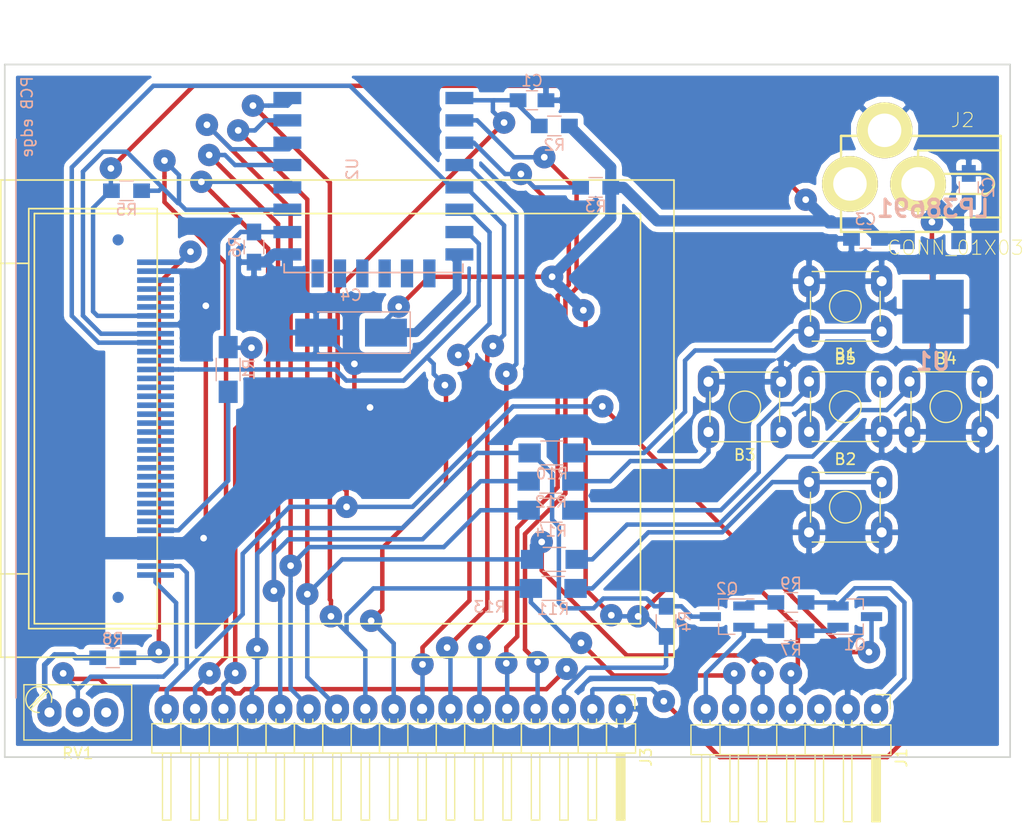
<source format=kicad_pcb>
(kicad_pcb (version 20170123) (host pcbnew "(2017-07-10 revision 2a301d5)-master")

  (general
    (thickness 1.6)
    (drawings 4)
    (tracks 537)
    (zones 0)
    (modules 32)
    (nets 61)
  )

  (page A4)
  (layers
    (0 F.Cu signal)
    (31 B.Cu signal)
    (32 B.Adhes user)
    (33 F.Adhes user)
    (34 B.Paste user)
    (35 F.Paste user)
    (36 B.SilkS user hide)
    (37 F.SilkS user)
    (38 B.Mask user hide)
    (39 F.Mask user hide)
    (40 Dwgs.User user)
    (41 Cmts.User user)
    (42 Eco1.User user)
    (43 Eco2.User user)
    (44 Edge.Cuts user)
    (45 Margin user)
    (46 B.CrtYd user)
    (47 F.CrtYd user)
    (48 B.Fab user hide)
    (49 F.Fab user hide)
  )

  (setup
    (last_trace_width 0.4)
    (user_trace_width 0.5)
    (user_trace_width 0.8)
    (user_trace_width 1)
    (user_trace_width 1.2)
    (user_trace_width 1.5)
    (trace_clearance 0.295)
    (zone_clearance 0.508)
    (zone_45_only no)
    (trace_min 0.2)
    (segment_width 0.2)
    (edge_width 0.15)
    (via_size 2)
    (via_drill 0.6)
    (via_min_size 1.4)
    (via_min_drill 0.6)
    (uvia_size 0.3)
    (uvia_drill 0.1)
    (uvias_allowed no)
    (uvia_min_size 0.2)
    (uvia_min_drill 0.1)
    (pcb_text_width 0.3)
    (pcb_text_size 1.5 1.5)
    (mod_edge_width 0.15)
    (mod_text_size 1 1)
    (mod_text_width 0.15)
    (pad_size 2.5 1.1)
    (pad_drill 0)
    (pad_to_mask_clearance 0.2)
    (aux_axis_origin 0 0)
    (visible_elements 7FFFFFFF)
    (pcbplotparams
      (layerselection 0x01000_ffffffff)
      (usegerberextensions false)
      (excludeedgelayer false)
      (linewidth 0.100000)
      (plotframeref false)
      (viasonmask false)
      (mode 1)
      (useauxorigin false)
      (hpglpennumber 1)
      (hpglpenspeed 20)
      (hpglpendiameter 15)
      (psnegative false)
      (psa4output false)
      (plotreference true)
      (plotvalue true)
      (plotinvisibletext false)
      (padsonsilk false)
      (subtractmaskfromsilk false)
      (outputformat 1)
      (mirror false)
      (drillshape 0)
      (scaleselection 1)
      (outputdirectory gerbers/))
  )

  (net 0 "")
  (net 1 GND)
  (net 2 /reset)
  (net 3 +5V)
  (net 4 +3V3)
  (net 5 /dtr)
  (net 6 /cts)
  (net 7 /rts)
  (net 8 "Net-(J2-Pad1)")
  (net 9 /gpio0)
  (net 10 /te)
  (net 11 "Net-(R8-Pad1)")
  (net 12 "Net-(R8-Pad2)")
  (net 13 "Net-(RV1-Pad3)")
  (net 14 "Net-(U2-Pad17)")
  (net 15 "Net-(U2-Pad18)")
  (net 16 "Net-(U2-Pad19)")
  (net 17 "Net-(U2-Pad20)")
  (net 18 "Net-(U2-Pad21)")
  (net 19 "Net-(U2-Pad22)")
  (net 20 "Net-(U3-Pad7)")
  (net 21 "Net-(U3-Pad8)")
  (net 22 "Net-(U3-Pad9)")
  (net 23 "Net-(U3-Pad10)")
  (net 24 "Net-(U3-Pad11)")
  (net 25 "Net-(U3-Pad12)")
  (net 26 "Net-(U3-Pad13)")
  (net 27 "Net-(U3-Pad14)")
  (net 28 "Net-(U3-Pad15)")
  (net 29 "Net-(U3-Pad16)")
  (net 30 "Net-(U3-Pad17)")
  (net 31 "Net-(U3-Pad18)")
  (net 32 "Net-(U3-Pad19)")
  (net 33 "Net-(U3-Pad20)")
  (net 34 "Net-(U3-Pad21)")
  (net 35 "Net-(U3-Pad22)")
  (net 36 "Net-(U3-Pad23)")
  (net 37 "Net-(U3-Pad25)")
  (net 38 "Net-(U3-Pad26)")
  (net 39 /gpio5)
  (net 40 /gpio4)
  (net 41 "Net-(B3-Pad1)")
  (net 42 /ch_pd)
  (net 43 /gpio12)
  (net 44 /gpio16)
  (net 45 /adc0)
  (net 46 /cs_gpio15)
  (net 47 /sck_gpio14)
  (net 48 /sda_gpio13)
  (net 49 /te_gpio2)
  (net 50 /tx_gpio1)
  (net 51 /rx_gpio3)
  (net 52 /rts2)
  (net 53 /dtr2)
  (net 54 /b5)
  (net 55 /b4)
  (net 56 /b2)
  (net 57 /b1)
  (net 58 "Net-(B5-Pad2)")
  (net 59 "Net-(B4-Pad2)")
  (net 60 "Net-(B3-Pad2)")

  (net_class Default "This is the default net class."
    (clearance 0.295)
    (trace_width 0.4)
    (via_dia 2)
    (via_drill 0.6)
    (uvia_dia 0.3)
    (uvia_drill 0.1)
    (add_net +3V3)
    (add_net +5V)
    (add_net /adc0)
    (add_net /b1)
    (add_net /b2)
    (add_net /b4)
    (add_net /b5)
    (add_net /ch_pd)
    (add_net /cs_gpio15)
    (add_net /cts)
    (add_net /dtr)
    (add_net /dtr2)
    (add_net /gpio0)
    (add_net /gpio12)
    (add_net /gpio16)
    (add_net /gpio4)
    (add_net /gpio5)
    (add_net /reset)
    (add_net /rts)
    (add_net /rts2)
    (add_net /rx_gpio3)
    (add_net /sck_gpio14)
    (add_net /sda_gpio13)
    (add_net /te)
    (add_net /te_gpio2)
    (add_net /tx_gpio1)
    (add_net GND)
    (add_net "Net-(B3-Pad1)")
    (add_net "Net-(B3-Pad2)")
    (add_net "Net-(B4-Pad2)")
    (add_net "Net-(B5-Pad2)")
    (add_net "Net-(J2-Pad1)")
    (add_net "Net-(R8-Pad1)")
    (add_net "Net-(R8-Pad2)")
    (add_net "Net-(RV1-Pad3)")
    (add_net "Net-(U2-Pad17)")
    (add_net "Net-(U2-Pad18)")
    (add_net "Net-(U2-Pad19)")
    (add_net "Net-(U2-Pad20)")
    (add_net "Net-(U2-Pad21)")
    (add_net "Net-(U2-Pad22)")
    (add_net "Net-(U3-Pad10)")
    (add_net "Net-(U3-Pad11)")
    (add_net "Net-(U3-Pad12)")
    (add_net "Net-(U3-Pad13)")
    (add_net "Net-(U3-Pad14)")
    (add_net "Net-(U3-Pad15)")
    (add_net "Net-(U3-Pad16)")
    (add_net "Net-(U3-Pad17)")
    (add_net "Net-(U3-Pad18)")
    (add_net "Net-(U3-Pad19)")
    (add_net "Net-(U3-Pad20)")
    (add_net "Net-(U3-Pad21)")
    (add_net "Net-(U3-Pad22)")
    (add_net "Net-(U3-Pad23)")
    (add_net "Net-(U3-Pad25)")
    (add_net "Net-(U3-Pad26)")
    (add_net "Net-(U3-Pad7)")
    (add_net "Net-(U3-Pad8)")
    (add_net "Net-(U3-Pad9)")
  )

  (module knielsenlib:ET024002DMU_otherside (layer B.Cu) (tedit 596E6B27) (tstamp 596EAFFB)
    (at 62.5 80.699999 90)
    (descr "240x320 display module (soldered on reverse side, flipped over PCB edge)")
    (tags display)
    (path /596E3337)
    (attr smd)
    (fp_text reference U3 (at 0 -15.5 90) (layer B.SilkS)
      (effects (font (size 1 1) (thickness 0.15)) (justify mirror))
    )
    (fp_text value ET024002DMU (at 0 47.5 90) (layer B.Fab)
      (effects (font (size 1 1) (thickness 0.15)) (justify mirror))
    )
    (fp_line (start -25 -12.5) (end 25 -12.5) (layer B.SilkS) (width 0.15))
    (fp_line (start 18.36 -10.85) (end 18.36 43.41) (layer F.SilkS) (width 0.15))
    (fp_line (start -18.36 -10.85) (end 18.36 -10.85) (layer F.SilkS) (width 0.15))
    (fp_line (start -18.36 43.41) (end -18.36 -10.85) (layer F.SilkS) (width 0.15))
    (fp_line (start 18.36 43.41) (end -18.36 43.41) (layer F.SilkS) (width 0.15))
    (fp_line (start -13.9 -11.35) (end -13.9 -13.85) (layer F.SilkS) (width 0.15))
    (fp_line (start 13.9 -11.35) (end 13.9 -13.85) (layer F.SilkS) (width 0.15))
    (fp_line (start 21.36 -13.85) (end 21.36 46.41) (layer F.SilkS) (width 0.15))
    (fp_line (start -21.36 46.41) (end -21.36 -13.85) (layer F.SilkS) (width 0.15))
    (fp_line (start 21.36 46.41) (end -21.36 46.41) (layer F.SilkS) (width 0.15))
    (fp_line (start 18.8 -11.35) (end -18.8 -11.35) (layer F.SilkS) (width 0.15))
    (fp_line (start 18.8 0.15) (end 18.8 -11.35) (layer F.SilkS) (width 0.15))
    (fp_line (start -21.36 -13.85) (end 21.36 -13.85) (layer F.SilkS) (width 0.15))
    (fp_line (start -18.8 0.15) (end -18.8 -11.35) (layer F.SilkS) (width 0.15))
    (fp_line (start 18.8 0.15) (end -18.8 0.15) (layer F.SilkS) (width 0.15))
    (fp_text user "PCB edge" (at 27 -11.5 90) (layer B.SilkS)
      (effects (font (size 1 1) (thickness 0.15)) (justify mirror))
    )
    (pad 1 smd rect (at -14 0 270) (size 0.5 3.3) (layers B.Cu B.Paste B.Mask)
      (net 4 +3V3))
    (pad 2 smd rect (at -13.2 0 270) (size 0.5 3.3) (layers B.Cu B.Paste B.Mask)
      (net 2 /reset))
    (pad 3 smd rect (at -12.4 0 270) (size 0.5 3.3) (layers B.Cu B.Paste B.Mask)
      (net 1 GND))
    (pad 4 smd rect (at -11.6 0 270) (size 0.5 3.3) (layers B.Cu B.Paste B.Mask)
      (net 1 GND))
    (pad 5 smd rect (at -10.8 0 270) (size 0.5 3.3) (layers B.Cu B.Paste B.Mask)
      (net 1 GND))
    (pad 6 smd rect (at -10 0 270) (size 0.5 3.3) (layers B.Cu B.Paste B.Mask)
      (net 10 /te))
    (pad 7 smd rect (at -9.2 0 270) (size 0.5 3.3) (layers B.Cu B.Paste B.Mask)
      (net 20 "Net-(U3-Pad7)"))
    (pad 8 smd rect (at -8.4 0 270) (size 0.5 3.3) (layers B.Cu B.Paste B.Mask)
      (net 21 "Net-(U3-Pad8)"))
    (pad 9 smd rect (at -7.6 0 270) (size 0.5 3.3) (layers B.Cu B.Paste B.Mask)
      (net 22 "Net-(U3-Pad9)"))
    (pad 10 smd rect (at -6.8 0 270) (size 0.5 3.3) (layers B.Cu B.Paste B.Mask)
      (net 23 "Net-(U3-Pad10)"))
    (pad 11 smd rect (at -6 0 270) (size 0.5 3.3) (layers B.Cu B.Paste B.Mask)
      (net 24 "Net-(U3-Pad11)"))
    (pad 12 smd rect (at -5.2 0 270) (size 0.5 3.3) (layers B.Cu B.Paste B.Mask)
      (net 25 "Net-(U3-Pad12)"))
    (pad 13 smd rect (at -4.4 0 270) (size 0.5 3.3) (layers B.Cu B.Paste B.Mask)
      (net 26 "Net-(U3-Pad13)"))
    (pad 14 smd rect (at -3.6 0 270) (size 0.5 3.3) (layers B.Cu B.Paste B.Mask)
      (net 27 "Net-(U3-Pad14)"))
    (pad 15 smd rect (at -2.8 0 270) (size 0.5 3.3) (layers B.Cu B.Paste B.Mask)
      (net 28 "Net-(U3-Pad15)"))
    (pad 16 smd rect (at -2 0 270) (size 0.5 3.3) (layers B.Cu B.Paste B.Mask)
      (net 29 "Net-(U3-Pad16)"))
    (pad 17 smd rect (at -1.2 0 270) (size 0.5 3.3) (layers B.Cu B.Paste B.Mask)
      (net 30 "Net-(U3-Pad17)"))
    (pad 18 smd rect (at -0.4 0 270) (size 0.5 3.3) (layers B.Cu B.Paste B.Mask)
      (net 31 "Net-(U3-Pad18)"))
    (pad 19 smd rect (at 0.4 0 270) (size 0.5 3.3) (layers B.Cu B.Paste B.Mask)
      (net 32 "Net-(U3-Pad19)"))
    (pad 20 smd rect (at 1.2 0 270) (size 0.5 3.3) (layers B.Cu B.Paste B.Mask)
      (net 33 "Net-(U3-Pad20)"))
    (pad 21 smd rect (at 2 0 270) (size 0.5 3.3) (layers B.Cu B.Paste B.Mask)
      (net 34 "Net-(U3-Pad21)"))
    (pad 22 smd rect (at 2.8 0 270) (size 0.5 3.3) (layers B.Cu B.Paste B.Mask)
      (net 35 "Net-(U3-Pad22)"))
    (pad 23 smd rect (at 3.6 0 270) (size 0.5 3.3) (layers B.Cu B.Paste B.Mask)
      (net 36 "Net-(U3-Pad23)"))
    (pad 24 smd rect (at 4.4 0 270) (size 0.5 3.3) (layers B.Cu B.Paste B.Mask)
      (net 48 /sda_gpio13))
    (pad 25 smd rect (at 5.2 0 270) (size 0.5 3.3) (layers B.Cu B.Paste B.Mask)
      (net 37 "Net-(U3-Pad25)"))
    (pad 26 smd rect (at 6 0 270) (size 0.5 3.3) (layers B.Cu B.Paste B.Mask)
      (net 38 "Net-(U3-Pad26)"))
    (pad 27 smd rect (at 6.8 0 270) (size 0.5 3.3) (layers B.Cu B.Paste B.Mask)
      (net 47 /sck_gpio14))
    (pad 28 smd rect (at 7.6 0 270) (size 0.5 3.3) (layers B.Cu B.Paste B.Mask)
      (net 46 /cs_gpio15))
    (pad 29 smd rect (at 8.4 0 270) (size 0.5 3.3) (layers B.Cu B.Paste B.Mask)
      (net 1 GND))
    (pad 30 smd rect (at 9.2 0 270) (size 0.5 3.3) (layers B.Cu B.Paste B.Mask)
      (net 4 +3V3))
    (pad 31 smd rect (at 10 0 270) (size 0.5 3.3) (layers B.Cu B.Paste B.Mask))
    (pad 32 smd rect (at 10.8 0 270) (size 0.5 3.3) (layers B.Cu B.Paste B.Mask))
    (pad 33 smd rect (at 11.6 0 270) (size 0.5 3.3) (layers B.Cu B.Paste B.Mask))
    (pad 34 smd rect (at 12.4 0 270) (size 0.5 3.3) (layers B.Cu B.Paste B.Mask))
    (pad 35 smd rect (at 13.2 0 270) (size 0.5 3.3) (layers B.Cu B.Paste B.Mask)
      (net 1 GND))
    (pad 36 smd rect (at 14 0 270) (size 0.5 3.3) (layers B.Cu B.Paste B.Mask)
      (net 11 "Net-(R8-Pad1)"))
    (pad "" smd circle (at 16 -3.35 90) (size 1 1) (layers B.Cu B.Paste B.Mask))
    (pad "" smd circle (at -16 -3.35 90) (size 1 1) (layers B.Cu B.Paste B.Mask))
  )

  (module ESP8266:ESP-12E_SMD (layer B.Cu) (tedit 58FB7FFE) (tstamp 5993B961)
    (at 89 52 180)
    (descr "Module, ESP-8266, ESP-12, 16 pad, SMD")
    (tags "Module ESP-8266 ESP8266")
    (path /596E3FD9)
    (fp_text reference U2 (at 8.89 -6.35 90) (layer B.SilkS)
      (effects (font (size 1 1) (thickness 0.15)) (justify mirror))
    )
    (fp_text value ESP-12E (at 5.08 -6.35 90) (layer B.Fab) hide
      (effects (font (size 1 1) (thickness 0.15)) (justify mirror))
    )
    (fp_line (start -2.25 0.5) (end -2.25 8.75) (layer B.CrtYd) (width 0.05))
    (fp_line (start -2.25 8.75) (end 15.25 8.75) (layer B.CrtYd) (width 0.05))
    (fp_line (start 15.25 8.75) (end 16.25 8.75) (layer B.CrtYd) (width 0.05))
    (fp_line (start 16.25 8.75) (end 16.25 -16) (layer B.CrtYd) (width 0.05))
    (fp_line (start 16.25 -16) (end -2.25 -16) (layer B.CrtYd) (width 0.05))
    (fp_line (start -2.25 -16) (end -2.25 0.5) (layer B.CrtYd) (width 0.05))
    (fp_line (start -1.016 8.382) (end 14.986 8.382) (layer B.CrtYd) (width 0.1524))
    (fp_line (start 14.986 8.382) (end 14.986 0.889) (layer B.CrtYd) (width 0.1524))
    (fp_line (start -1.016 8.382) (end -1.016 1.016) (layer B.CrtYd) (width 0.1524))
    (fp_line (start -1.016 -14.859) (end -1.016 -15.621) (layer B.SilkS) (width 0.1524))
    (fp_line (start -1.016 -15.621) (end 14.986 -15.621) (layer B.SilkS) (width 0.1524))
    (fp_line (start 14.986 -15.621) (end 14.986 -14.859) (layer B.SilkS) (width 0.1524))
    (fp_line (start 14.992 8.4) (end -1.008 2.6) (layer B.CrtYd) (width 0.1524))
    (fp_line (start -1.008 8.4) (end 14.992 2.6) (layer B.CrtYd) (width 0.1524))
    (fp_text user "No Copper" (at 6.892 5.4 180) (layer B.CrtYd)
      (effects (font (size 1 1) (thickness 0.15)) (justify mirror))
    )
    (fp_line (start -1.008 2.6) (end 14.992 2.6) (layer B.CrtYd) (width 0.1524))
    (fp_line (start 15 8.4) (end 15 -15.6) (layer B.Fab) (width 0.05))
    (fp_line (start 14.992 -15.6) (end -1.008 -15.6) (layer B.Fab) (width 0.05))
    (fp_line (start -1.008 -15.6) (end -1.008 8.4) (layer B.Fab) (width 0.05))
    (fp_line (start -1.008 8.4) (end 14.992 8.4) (layer B.Fab) (width 0.05))
    (pad 1 smd rect (at 0 0 180) (size 2.5 1.1) (drill (offset -0.7 0)) (layers B.Cu B.Paste B.Mask)
      (net 2 /reset))
    (pad 2 smd rect (at 0 -2 180) (size 2.5 1.1) (drill (offset -0.7 0)) (layers B.Cu B.Paste B.Mask)
      (net 45 /adc0))
    (pad 3 smd rect (at 0 -4 180) (size 2.5 1.1) (drill (offset -0.7 0)) (layers B.Cu B.Paste B.Mask)
      (net 42 /ch_pd))
    (pad 4 smd rect (at 0 -6 180) (size 2.5 1.1) (drill (offset -0.7 0)) (layers B.Cu B.Paste B.Mask)
      (net 44 /gpio16))
    (pad 5 smd rect (at 0 -8 180) (size 2.5 1.1) (drill (offset -0.7 0)) (layers B.Cu B.Paste B.Mask)
      (net 47 /sck_gpio14))
    (pad 6 smd rect (at 0 -10 180) (size 2.5 1.1) (drill (offset -0.7 0)) (layers B.Cu B.Paste B.Mask)
      (net 43 /gpio12))
    (pad 7 smd rect (at 0 -12 180) (size 2.5 1.1) (drill (offset -0.7 0)) (layers B.Cu B.Paste B.Mask)
      (net 48 /sda_gpio13))
    (pad 8 smd rect (at 0 -14 180) (size 2.5 1.1) (drill (offset -0.7 0)) (layers B.Cu B.Paste B.Mask)
      (net 4 +3V3))
    (pad 9 smd rect (at 14 -14 180) (size 2.5 1.1) (drill (offset 0.7 0)) (layers B.Cu B.Paste B.Mask)
      (net 1 GND))
    (pad 10 smd rect (at 14 -12 180) (size 2.5 1.1) (drill (offset 0.7 0)) (layers B.Cu B.Paste B.Mask)
      (net 49 /te_gpio2))
    (pad 11 smd rect (at 14 -10 180) (size 2.5 1.1) (drill (offset 0.7 0)) (layers B.Cu B.Paste B.Mask)
      (net 46 /cs_gpio15))
    (pad 12 smd rect (at 14 -8 180) (size 2.5 1.1) (drill (offset 0.7 0)) (layers B.Cu B.Paste B.Mask)
      (net 9 /gpio0))
    (pad 13 smd rect (at 14 -6 180) (size 2.5 1.1) (drill (offset 0.7 0)) (layers B.Cu B.Paste B.Mask)
      (net 40 /gpio4))
    (pad 14 smd rect (at 14 -4 180) (size 2.5 1.1) (drill (offset 0.7 0)) (layers B.Cu B.Paste B.Mask)
      (net 39 /gpio5))
    (pad 15 smd rect (at 14 -2 180) (size 2.5 1.1) (drill (offset 0.7 0)) (layers B.Cu B.Paste B.Mask)
      (net 51 /rx_gpio3))
    (pad 16 smd rect (at 14 0 180) (size 2.5 1.1) (drill (offset 0.7 0)) (layers B.Cu B.Paste B.Mask)
      (net 50 /tx_gpio1))
    (pad 17 smd rect (at 1.99 -15 90) (size 2.5 1.1) (drill (offset -0.7 0)) (layers B.Cu B.Paste B.Mask)
      (net 14 "Net-(U2-Pad17)"))
    (pad 18 smd rect (at 3.99 -15 90) (size 2.5 1.1) (drill (offset -0.7 0)) (layers B.Cu B.Paste B.Mask)
      (net 15 "Net-(U2-Pad18)"))
    (pad 19 smd rect (at 5.99 -15 90) (size 2.5 1.1) (drill (offset -0.7 0)) (layers B.Cu B.Paste B.Mask)
      (net 16 "Net-(U2-Pad19)"))
    (pad 20 smd rect (at 7.99 -15 90) (size 2.5 1.1) (drill (offset -0.7 0)) (layers B.Cu B.Paste B.Mask)
      (net 17 "Net-(U2-Pad20)"))
    (pad 21 smd rect (at 9.99 -15 90) (size 2.5 1.1) (drill (offset -0.7 0)) (layers B.Cu B.Paste B.Mask)
      (net 18 "Net-(U2-Pad21)"))
    (pad 22 smd rect (at 11.99 -15 90) (size 2.5 1.1) (drill (offset -0.7 0)) (layers B.Cu B.Paste B.Mask)
      (net 19 "Net-(U2-Pad22)"))
    (model ${ESPLIB}/ESP8266.3dshapes/ESP-12.wrl
      (at (xyz 0 0 0))
      (scale (xyz 0.3937 0.3937 0.3937))
      (rotate (xyz 0 0 0))
    )
  )

  (module TO_SOT_Packages_SMD:SOT-23_Handsoldering (layer B.Cu) (tedit 58CE4E7E) (tstamp 597181E6)
    (at 125.095 98.425)
    (descr "SOT-23, Handsoldering")
    (tags SOT-23)
    (path /596EFC1D)
    (attr smd)
    (fp_text reference Q1 (at 0 2.5) (layer B.SilkS)
      (effects (font (size 1 1) (thickness 0.15)) (justify mirror))
    )
    (fp_text value S8050 (at 0 -2.5) (layer B.Fab)
      (effects (font (size 1 1) (thickness 0.15)) (justify mirror))
    )
    (fp_line (start 0.76 -1.58) (end -0.7 -1.58) (layer B.SilkS) (width 0.12))
    (fp_line (start -0.7 -1.52) (end 0.7 -1.52) (layer B.Fab) (width 0.1))
    (fp_line (start 0.7 1.52) (end 0.7 -1.52) (layer B.Fab) (width 0.1))
    (fp_line (start -0.7 0.95) (end -0.15 1.52) (layer B.Fab) (width 0.1))
    (fp_line (start -0.15 1.52) (end 0.7 1.52) (layer B.Fab) (width 0.1))
    (fp_line (start -0.7 0.95) (end -0.7 -1.5) (layer B.Fab) (width 0.1))
    (fp_line (start 0.76 1.58) (end -2.4 1.58) (layer B.SilkS) (width 0.12))
    (fp_line (start -2.7 -1.75) (end -2.7 1.75) (layer B.CrtYd) (width 0.05))
    (fp_line (start 2.7 -1.75) (end -2.7 -1.75) (layer B.CrtYd) (width 0.05))
    (fp_line (start 2.7 1.75) (end 2.7 -1.75) (layer B.CrtYd) (width 0.05))
    (fp_line (start -2.7 1.75) (end 2.7 1.75) (layer B.CrtYd) (width 0.05))
    (fp_line (start 0.76 1.58) (end 0.76 0.65) (layer B.SilkS) (width 0.12))
    (fp_line (start 0.76 -1.58) (end 0.76 -0.65) (layer B.SilkS) (width 0.12))
    (fp_text user %R (at 0 0 -90) (layer B.Fab)
      (effects (font (size 0.5 0.5) (thickness 0.075)) (justify mirror))
    )
    (pad 3 smd rect (at 1.5 0) (size 1.9 0.8) (layers B.Cu B.Paste B.Mask)
      (net 2 /reset))
    (pad 2 smd rect (at -1.5 -0.95) (size 1.9 0.8) (layers B.Cu B.Paste B.Mask)
      (net 7 /rts))
    (pad 1 smd rect (at -1.5 0.95) (size 1.9 0.8) (layers B.Cu B.Paste B.Mask)
      (net 53 /dtr2))
    (model ${KISYS3DMOD}/TO_SOT_Packages_SMD.3dshapes\SOT-23.wrl
      (at (xyz 0 0 0))
      (scale (xyz 1 1 1))
      (rotate (xyz 0 0 0))
    )
  )

  (module Resistors_SMD:R_0805_HandSoldering (layer B.Cu) (tedit 58E0A804) (tstamp 5993B912)
    (at 119.38 97.155 180)
    (descr "Resistor SMD 0805, hand soldering")
    (tags "resistor 0805")
    (path /596E437E)
    (attr smd)
    (fp_text reference R9 (at 0 1.7 180) (layer B.SilkS)
      (effects (font (size 1 1) (thickness 0.15)) (justify mirror))
    )
    (fp_text value 10k (at 0 -1.75 180) (layer B.Fab)
      (effects (font (size 1 1) (thickness 0.15)) (justify mirror))
    )
    (fp_line (start 2.35 -0.9) (end -2.35 -0.9) (layer B.CrtYd) (width 0.05))
    (fp_line (start 2.35 -0.9) (end 2.35 0.9) (layer B.CrtYd) (width 0.05))
    (fp_line (start -2.35 0.9) (end -2.35 -0.9) (layer B.CrtYd) (width 0.05))
    (fp_line (start -2.35 0.9) (end 2.35 0.9) (layer B.CrtYd) (width 0.05))
    (fp_line (start -0.6 0.88) (end 0.6 0.88) (layer B.SilkS) (width 0.12))
    (fp_line (start 0.6 -0.88) (end -0.6 -0.88) (layer B.SilkS) (width 0.12))
    (fp_line (start -1 0.62) (end 1 0.62) (layer B.Fab) (width 0.1))
    (fp_line (start 1 0.62) (end 1 -0.62) (layer B.Fab) (width 0.1))
    (fp_line (start 1 -0.62) (end -1 -0.62) (layer B.Fab) (width 0.1))
    (fp_line (start -1 -0.62) (end -1 0.62) (layer B.Fab) (width 0.1))
    (fp_text user %R (at 0 0 180) (layer B.Fab)
      (effects (font (size 0.5 0.5) (thickness 0.075)) (justify mirror))
    )
    (pad 2 smd rect (at 1.35 0 180) (size 1.5 1.3) (layers B.Cu B.Paste B.Mask)
      (net 52 /rts2))
    (pad 1 smd rect (at -1.35 0 180) (size 1.5 1.3) (layers B.Cu B.Paste B.Mask)
      (net 7 /rts))
    (model ${KISYS3DMOD}/Resistors_SMD.3dshapes/R_0805.wrl
      (at (xyz 0 0 0))
      (scale (xyz 1 1 1))
      (rotate (xyz 0 0 0))
    )
  )

  (module TO_SOT_Packages_SMD:SOT-23_Handsoldering (layer B.Cu) (tedit 58CE4E7E) (tstamp 597181FA)
    (at 113.665 98.425 180)
    (descr "SOT-23, Handsoldering")
    (tags SOT-23)
    (path /596EFD25)
    (attr smd)
    (fp_text reference Q2 (at 0 2.5 180) (layer B.SilkS)
      (effects (font (size 1 1) (thickness 0.15)) (justify mirror))
    )
    (fp_text value S8050 (at 0 -2.5 180) (layer B.Fab)
      (effects (font (size 1 1) (thickness 0.15)) (justify mirror))
    )
    (fp_text user %R (at 0 0 90) (layer B.Fab)
      (effects (font (size 0.5 0.5) (thickness 0.075)) (justify mirror))
    )
    (fp_line (start 0.76 -1.58) (end 0.76 -0.65) (layer B.SilkS) (width 0.12))
    (fp_line (start 0.76 1.58) (end 0.76 0.65) (layer B.SilkS) (width 0.12))
    (fp_line (start -2.7 1.75) (end 2.7 1.75) (layer B.CrtYd) (width 0.05))
    (fp_line (start 2.7 1.75) (end 2.7 -1.75) (layer B.CrtYd) (width 0.05))
    (fp_line (start 2.7 -1.75) (end -2.7 -1.75) (layer B.CrtYd) (width 0.05))
    (fp_line (start -2.7 -1.75) (end -2.7 1.75) (layer B.CrtYd) (width 0.05))
    (fp_line (start 0.76 1.58) (end -2.4 1.58) (layer B.SilkS) (width 0.12))
    (fp_line (start -0.7 0.95) (end -0.7 -1.5) (layer B.Fab) (width 0.1))
    (fp_line (start -0.15 1.52) (end 0.7 1.52) (layer B.Fab) (width 0.1))
    (fp_line (start -0.7 0.95) (end -0.15 1.52) (layer B.Fab) (width 0.1))
    (fp_line (start 0.7 1.52) (end 0.7 -1.52) (layer B.Fab) (width 0.1))
    (fp_line (start -0.7 -1.52) (end 0.7 -1.52) (layer B.Fab) (width 0.1))
    (fp_line (start 0.76 -1.58) (end -0.7 -1.58) (layer B.SilkS) (width 0.12))
    (pad 1 smd rect (at -1.5 0.95 180) (size 1.9 0.8) (layers B.Cu B.Paste B.Mask)
      (net 52 /rts2))
    (pad 2 smd rect (at -1.5 -0.95 180) (size 1.9 0.8) (layers B.Cu B.Paste B.Mask)
      (net 5 /dtr))
    (pad 3 smd rect (at 1.5 0 180) (size 1.9 0.8) (layers B.Cu B.Paste B.Mask)
      (net 9 /gpio0))
    (model ${KISYS3DMOD}/TO_SOT_Packages_SMD.3dshapes\SOT-23.wrl
      (at (xyz 0 0 0))
      (scale (xyz 1 1 1))
      (rotate (xyz 0 0 0))
    )
  )

  (module Pin_Headers:Pin_Header_Angled_1x07_Pitch2.54mm (layer F.Cu) (tedit 5970AE0F) (tstamp 5970D638)
    (at 127 106.68 270)
    (descr "Through hole angled pin header, 1x07, 2.54mm pitch, 6mm pin length, single row")
    (tags "Through hole angled pin header THT 1x07 2.54mm single row")
    (path /596E62AC)
    (fp_text reference J1 (at 4.385 -2.27 270) (layer F.SilkS)
      (effects (font (size 1 1) (thickness 0.15)))
    )
    (fp_text value CONN_01X07 (at 4.385 17.51 270) (layer F.Fab)
      (effects (font (size 1 1) (thickness 0.15)))
    )
    (fp_text user %R (at 2.77 7.62) (layer F.Fab)
      (effects (font (size 1 1) (thickness 0.15)))
    )
    (fp_line (start 10.55 -1.8) (end -1.8 -1.8) (layer F.CrtYd) (width 0.05))
    (fp_line (start 10.55 17.05) (end 10.55 -1.8) (layer F.CrtYd) (width 0.05))
    (fp_line (start -1.8 17.05) (end 10.55 17.05) (layer F.CrtYd) (width 0.05))
    (fp_line (start -1.8 -1.8) (end -1.8 17.05) (layer F.CrtYd) (width 0.05))
    (fp_line (start -1.27 -1.27) (end 0 -1.27) (layer F.SilkS) (width 0.12))
    (fp_line (start -1.27 0) (end -1.27 -1.27) (layer F.SilkS) (width 0.12))
    (fp_line (start 1.042929 15.62) (end 1.44 15.62) (layer F.SilkS) (width 0.12))
    (fp_line (start 1.042929 14.86) (end 1.44 14.86) (layer F.SilkS) (width 0.12))
    (fp_line (start 10.1 15.62) (end 4.1 15.62) (layer F.SilkS) (width 0.12))
    (fp_line (start 10.1 14.86) (end 10.1 15.62) (layer F.SilkS) (width 0.12))
    (fp_line (start 4.1 14.86) (end 10.1 14.86) (layer F.SilkS) (width 0.12))
    (fp_line (start 1.44 13.97) (end 4.1 13.97) (layer F.SilkS) (width 0.12))
    (fp_line (start 1.042929 13.08) (end 1.44 13.08) (layer F.SilkS) (width 0.12))
    (fp_line (start 1.042929 12.32) (end 1.44 12.32) (layer F.SilkS) (width 0.12))
    (fp_line (start 10.1 13.08) (end 4.1 13.08) (layer F.SilkS) (width 0.12))
    (fp_line (start 10.1 12.32) (end 10.1 13.08) (layer F.SilkS) (width 0.12))
    (fp_line (start 4.1 12.32) (end 10.1 12.32) (layer F.SilkS) (width 0.12))
    (fp_line (start 1.44 11.43) (end 4.1 11.43) (layer F.SilkS) (width 0.12))
    (fp_line (start 1.042929 10.54) (end 1.44 10.54) (layer F.SilkS) (width 0.12))
    (fp_line (start 1.042929 9.78) (end 1.44 9.78) (layer F.SilkS) (width 0.12))
    (fp_line (start 10.1 10.54) (end 4.1 10.54) (layer F.SilkS) (width 0.12))
    (fp_line (start 10.1 9.78) (end 10.1 10.54) (layer F.SilkS) (width 0.12))
    (fp_line (start 4.1 9.78) (end 10.1 9.78) (layer F.SilkS) (width 0.12))
    (fp_line (start 1.44 8.89) (end 4.1 8.89) (layer F.SilkS) (width 0.12))
    (fp_line (start 1.042929 8) (end 1.44 8) (layer F.SilkS) (width 0.12))
    (fp_line (start 1.042929 7.24) (end 1.44 7.24) (layer F.SilkS) (width 0.12))
    (fp_line (start 10.1 8) (end 4.1 8) (layer F.SilkS) (width 0.12))
    (fp_line (start 10.1 7.24) (end 10.1 8) (layer F.SilkS) (width 0.12))
    (fp_line (start 4.1 7.24) (end 10.1 7.24) (layer F.SilkS) (width 0.12))
    (fp_line (start 1.44 6.35) (end 4.1 6.35) (layer F.SilkS) (width 0.12))
    (fp_line (start 1.042929 5.46) (end 1.44 5.46) (layer F.SilkS) (width 0.12))
    (fp_line (start 1.042929 4.7) (end 1.44 4.7) (layer F.SilkS) (width 0.12))
    (fp_line (start 10.1 5.46) (end 4.1 5.46) (layer F.SilkS) (width 0.12))
    (fp_line (start 10.1 4.7) (end 10.1 5.46) (layer F.SilkS) (width 0.12))
    (fp_line (start 4.1 4.7) (end 10.1 4.7) (layer F.SilkS) (width 0.12))
    (fp_line (start 1.44 3.81) (end 4.1 3.81) (layer F.SilkS) (width 0.12))
    (fp_line (start 1.042929 2.92) (end 1.44 2.92) (layer F.SilkS) (width 0.12))
    (fp_line (start 1.042929 2.16) (end 1.44 2.16) (layer F.SilkS) (width 0.12))
    (fp_line (start 10.1 2.92) (end 4.1 2.92) (layer F.SilkS) (width 0.12))
    (fp_line (start 10.1 2.16) (end 10.1 2.92) (layer F.SilkS) (width 0.12))
    (fp_line (start 4.1 2.16) (end 10.1 2.16) (layer F.SilkS) (width 0.12))
    (fp_line (start 1.44 1.27) (end 4.1 1.27) (layer F.SilkS) (width 0.12))
    (fp_line (start 1.11 0.38) (end 1.44 0.38) (layer F.SilkS) (width 0.12))
    (fp_line (start 1.11 -0.38) (end 1.44 -0.38) (layer F.SilkS) (width 0.12))
    (fp_line (start 4.1 0.28) (end 10.1 0.28) (layer F.SilkS) (width 0.12))
    (fp_line (start 4.1 0.16) (end 10.1 0.16) (layer F.SilkS) (width 0.12))
    (fp_line (start 4.1 0.04) (end 10.1 0.04) (layer F.SilkS) (width 0.12))
    (fp_line (start 4.1 -0.08) (end 10.1 -0.08) (layer F.SilkS) (width 0.12))
    (fp_line (start 4.1 -0.2) (end 10.1 -0.2) (layer F.SilkS) (width 0.12))
    (fp_line (start 4.1 -0.32) (end 10.1 -0.32) (layer F.SilkS) (width 0.12))
    (fp_line (start 10.1 0.38) (end 4.1 0.38) (layer F.SilkS) (width 0.12))
    (fp_line (start 10.1 -0.38) (end 10.1 0.38) (layer F.SilkS) (width 0.12))
    (fp_line (start 4.1 -0.38) (end 10.1 -0.38) (layer F.SilkS) (width 0.12))
    (fp_line (start 4.1 -1.33) (end 1.44 -1.33) (layer F.SilkS) (width 0.12))
    (fp_line (start 4.1 16.57) (end 4.1 -1.33) (layer F.SilkS) (width 0.12))
    (fp_line (start 1.44 16.57) (end 4.1 16.57) (layer F.SilkS) (width 0.12))
    (fp_line (start 1.44 -1.33) (end 1.44 16.57) (layer F.SilkS) (width 0.12))
    (fp_line (start 4.04 15.56) (end 10.04 15.56) (layer F.Fab) (width 0.1))
    (fp_line (start 10.04 14.92) (end 10.04 15.56) (layer F.Fab) (width 0.1))
    (fp_line (start 4.04 14.92) (end 10.04 14.92) (layer F.Fab) (width 0.1))
    (fp_line (start -0.32 15.56) (end 1.5 15.56) (layer F.Fab) (width 0.1))
    (fp_line (start -0.32 14.92) (end -0.32 15.56) (layer F.Fab) (width 0.1))
    (fp_line (start -0.32 14.92) (end 1.5 14.92) (layer F.Fab) (width 0.1))
    (fp_line (start 4.04 13.02) (end 10.04 13.02) (layer F.Fab) (width 0.1))
    (fp_line (start 10.04 12.38) (end 10.04 13.02) (layer F.Fab) (width 0.1))
    (fp_line (start 4.04 12.38) (end 10.04 12.38) (layer F.Fab) (width 0.1))
    (fp_line (start -0.32 13.02) (end 1.5 13.02) (layer F.Fab) (width 0.1))
    (fp_line (start -0.32 12.38) (end -0.32 13.02) (layer F.Fab) (width 0.1))
    (fp_line (start -0.32 12.38) (end 1.5 12.38) (layer F.Fab) (width 0.1))
    (fp_line (start 4.04 10.48) (end 10.04 10.48) (layer F.Fab) (width 0.1))
    (fp_line (start 10.04 9.84) (end 10.04 10.48) (layer F.Fab) (width 0.1))
    (fp_line (start 4.04 9.84) (end 10.04 9.84) (layer F.Fab) (width 0.1))
    (fp_line (start -0.32 10.48) (end 1.5 10.48) (layer F.Fab) (width 0.1))
    (fp_line (start -0.32 9.84) (end -0.32 10.48) (layer F.Fab) (width 0.1))
    (fp_line (start -0.32 9.84) (end 1.5 9.84) (layer F.Fab) (width 0.1))
    (fp_line (start 4.04 7.94) (end 10.04 7.94) (layer F.Fab) (width 0.1))
    (fp_line (start 10.04 7.3) (end 10.04 7.94) (layer F.Fab) (width 0.1))
    (fp_line (start 4.04 7.3) (end 10.04 7.3) (layer F.Fab) (width 0.1))
    (fp_line (start -0.32 7.94) (end 1.5 7.94) (layer F.Fab) (width 0.1))
    (fp_line (start -0.32 7.3) (end -0.32 7.94) (layer F.Fab) (width 0.1))
    (fp_line (start -0.32 7.3) (end 1.5 7.3) (layer F.Fab) (width 0.1))
    (fp_line (start 4.04 5.4) (end 10.04 5.4) (layer F.Fab) (width 0.1))
    (fp_line (start 10.04 4.76) (end 10.04 5.4) (layer F.Fab) (width 0.1))
    (fp_line (start 4.04 4.76) (end 10.04 4.76) (layer F.Fab) (width 0.1))
    (fp_line (start -0.32 5.4) (end 1.5 5.4) (layer F.Fab) (width 0.1))
    (fp_line (start -0.32 4.76) (end -0.32 5.4) (layer F.Fab) (width 0.1))
    (fp_line (start -0.32 4.76) (end 1.5 4.76) (layer F.Fab) (width 0.1))
    (fp_line (start 4.04 2.86) (end 10.04 2.86) (layer F.Fab) (width 0.1))
    (fp_line (start 10.04 2.22) (end 10.04 2.86) (layer F.Fab) (width 0.1))
    (fp_line (start 4.04 2.22) (end 10.04 2.22) (layer F.Fab) (width 0.1))
    (fp_line (start -0.32 2.86) (end 1.5 2.86) (layer F.Fab) (width 0.1))
    (fp_line (start -0.32 2.22) (end -0.32 2.86) (layer F.Fab) (width 0.1))
    (fp_line (start -0.32 2.22) (end 1.5 2.22) (layer F.Fab) (width 0.1))
    (fp_line (start 4.04 0.32) (end 10.04 0.32) (layer F.Fab) (width 0.1))
    (fp_line (start 10.04 -0.32) (end 10.04 0.32) (layer F.Fab) (width 0.1))
    (fp_line (start 4.04 -0.32) (end 10.04 -0.32) (layer F.Fab) (width 0.1))
    (fp_line (start -0.32 0.32) (end 1.5 0.32) (layer F.Fab) (width 0.1))
    (fp_line (start -0.32 -0.32) (end -0.32 0.32) (layer F.Fab) (width 0.1))
    (fp_line (start -0.32 -0.32) (end 1.5 -0.32) (layer F.Fab) (width 0.1))
    (fp_line (start 1.5 -0.635) (end 2.135 -1.27) (layer F.Fab) (width 0.1))
    (fp_line (start 1.5 16.51) (end 1.5 -0.635) (layer F.Fab) (width 0.1))
    (fp_line (start 4.04 16.51) (end 1.5 16.51) (layer F.Fab) (width 0.1))
    (fp_line (start 4.04 -1.27) (end 4.04 16.51) (layer F.Fab) (width 0.1))
    (fp_line (start 2.135 -1.27) (end 4.04 -1.27) (layer F.Fab) (width 0.1))
    (pad 7 thru_hole oval (at 0 15.24 270) (size 2.54 2.159) (drill 0.9) (layers *.Cu *.Mask)
      (net 5 /dtr))
    (pad 6 thru_hole oval (at 0 12.7 270) (size 2.54 2.159) (drill 0.9) (layers *.Cu *.Mask)
      (net 50 /tx_gpio1))
    (pad 5 thru_hole oval (at 0 10.16 270) (size 2.54 2.159) (drill 0.9) (layers *.Cu *.Mask)
      (net 51 /rx_gpio3))
    (pad 4 thru_hole oval (at 0 7.62 270) (size 2.54 2.159) (drill 0.9) (layers *.Cu *.Mask)
      (net 4 +3V3))
    (pad 3 thru_hole oval (at 0 5.08 270) (size 2.54 2.159) (drill 0.9) (layers *.Cu *.Mask)
      (net 6 /cts))
    (pad 2 thru_hole oval (at 0 2.54 270) (size 2.54 2.159) (drill 0.9) (layers *.Cu *.Mask)
      (net 1 GND))
    (pad 1 thru_hole oval (at 0 0 270) (size 2.54 2.159) (drill 0.9) (layers *.Cu *.Mask)
      (net 7 /rts))
    (model ${KISYS3DMOD}/Pin_Headers.3dshapes/Pin_Header_Angled_1x07_Pitch2.54mm.wrl
      (at (xyz 0 0 0))
      (scale (xyz 1 1 1))
      (rotate (xyz 0 0 0))
    )
  )

  (module Capacitors_SMD:C_0805_HandSoldering (layer B.Cu) (tedit 58AA84A8) (tstamp 5993B7FF)
    (at 135.3 60 90)
    (descr "Capacitor SMD 0805, hand soldering")
    (tags "capacitor 0805")
    (path /596E566F)
    (attr smd)
    (fp_text reference C2 (at 0 1.75 90) (layer B.SilkS)
      (effects (font (size 1 1) (thickness 0.15)) (justify mirror))
    )
    (fp_text value 2.2u (at 0 -1.75 90) (layer B.Fab)
      (effects (font (size 1 1) (thickness 0.15)) (justify mirror))
    )
    (fp_line (start 2.25 -0.87) (end -2.25 -0.87) (layer B.CrtYd) (width 0.05))
    (fp_line (start 2.25 -0.87) (end 2.25 0.88) (layer B.CrtYd) (width 0.05))
    (fp_line (start -2.25 0.88) (end -2.25 -0.87) (layer B.CrtYd) (width 0.05))
    (fp_line (start -2.25 0.88) (end 2.25 0.88) (layer B.CrtYd) (width 0.05))
    (fp_line (start -0.5 -0.85) (end 0.5 -0.85) (layer B.SilkS) (width 0.12))
    (fp_line (start 0.5 0.85) (end -0.5 0.85) (layer B.SilkS) (width 0.12))
    (fp_line (start -1 0.62) (end 1 0.62) (layer B.Fab) (width 0.1))
    (fp_line (start 1 0.62) (end 1 -0.62) (layer B.Fab) (width 0.1))
    (fp_line (start 1 -0.62) (end -1 -0.62) (layer B.Fab) (width 0.1))
    (fp_line (start -1 -0.62) (end -1 0.62) (layer B.Fab) (width 0.1))
    (fp_text user %R (at 0 1.75 90) (layer B.Fab)
      (effects (font (size 1 1) (thickness 0.15)) (justify mirror))
    )
    (pad 2 smd rect (at 1.25 0 90) (size 1.5 1.25) (layers B.Cu B.Paste B.Mask)
      (net 1 GND))
    (pad 1 smd rect (at -1.25 0 90) (size 1.5 1.25) (layers B.Cu B.Paste B.Mask)
      (net 3 +5V))
    (model Capacitors_SMD.3dshapes/C_0805.wrl
      (at (xyz 0 0 0))
      (scale (xyz 1 1 1))
      (rotate (xyz 0 0 0))
    )
  )

  (module Resistors_SMD:R_1206_HandSoldering (layer B.Cu) (tedit 58E0A804) (tstamp 596EB1AC)
    (at 69 76.300001 90)
    (descr "Resistor SMD 1206, hand soldering")
    (tags "resistor 1206")
    (path /596E8009)
    (attr smd)
    (fp_text reference R1 (at 0 1.85 90) (layer B.SilkS)
      (effects (font (size 1 1) (thickness 0.15)) (justify mirror))
    )
    (fp_text value 0 (at 0 -1.9 90) (layer B.Fab)
      (effects (font (size 1 1) (thickness 0.15)) (justify mirror))
    )
    (fp_text user %R (at 0 0 90) (layer B.Fab)
      (effects (font (size 0.7 0.7) (thickness 0.105)) (justify mirror))
    )
    (fp_line (start -1.6 -0.8) (end -1.6 0.8) (layer B.Fab) (width 0.1))
    (fp_line (start 1.6 -0.8) (end -1.6 -0.8) (layer B.Fab) (width 0.1))
    (fp_line (start 1.6 0.8) (end 1.6 -0.8) (layer B.Fab) (width 0.1))
    (fp_line (start -1.6 0.8) (end 1.6 0.8) (layer B.Fab) (width 0.1))
    (fp_line (start 1 -1.07) (end -1 -1.07) (layer B.SilkS) (width 0.12))
    (fp_line (start -1 1.07) (end 1 1.07) (layer B.SilkS) (width 0.12))
    (fp_line (start -3.25 1.11) (end 3.25 1.11) (layer B.CrtYd) (width 0.05))
    (fp_line (start -3.25 1.11) (end -3.25 -1.1) (layer B.CrtYd) (width 0.05))
    (fp_line (start 3.25 -1.1) (end 3.25 1.11) (layer B.CrtYd) (width 0.05))
    (fp_line (start 3.25 -1.1) (end -3.25 -1.1) (layer B.CrtYd) (width 0.05))
    (pad 1 smd rect (at -2 0 90) (size 2 1.7) (layers B.Cu B.Paste B.Mask)
      (net 10 /te))
    (pad 2 smd rect (at 2 0 90) (size 2 1.7) (layers B.Cu B.Paste B.Mask)
      (net 49 /te_gpio2))
    (model ${KISYS3DMOD}/Resistors_SMD.3dshapes/R_1206.wrl
      (at (xyz 0 0 0))
      (scale (xyz 1 1 1))
      (rotate (xyz 0 0 0))
    )
  )

  (module Resistors_SMD:R_1206_HandSoldering (layer B.Cu) (tedit 58E0A804) (tstamp 59CE3F63)
    (at 97.98725 83.773704)
    (descr "Resistor SMD 1206, hand soldering")
    (tags "resistor 1206")
    (path /596ECE9D)
    (attr smd)
    (fp_text reference R10 (at 0 1.85) (layer B.SilkS)
      (effects (font (size 1 1) (thickness 0.15)) (justify mirror))
    )
    (fp_text value 220 (at 0 -1.9) (layer B.Fab)
      (effects (font (size 1 1) (thickness 0.15)) (justify mirror))
    )
    (fp_text user %R (at 0 0) (layer B.Fab)
      (effects (font (size 0.7 0.7) (thickness 0.105)) (justify mirror))
    )
    (fp_line (start -1.6 -0.8) (end -1.6 0.8) (layer B.Fab) (width 0.1))
    (fp_line (start 1.6 -0.8) (end -1.6 -0.8) (layer B.Fab) (width 0.1))
    (fp_line (start 1.6 0.8) (end 1.6 -0.8) (layer B.Fab) (width 0.1))
    (fp_line (start -1.6 0.8) (end 1.6 0.8) (layer B.Fab) (width 0.1))
    (fp_line (start 1 -1.07) (end -1 -1.07) (layer B.SilkS) (width 0.12))
    (fp_line (start -1 1.07) (end 1 1.07) (layer B.SilkS) (width 0.12))
    (fp_line (start -3.25 1.11) (end 3.25 1.11) (layer B.CrtYd) (width 0.05))
    (fp_line (start -3.25 1.11) (end -3.25 -1.1) (layer B.CrtYd) (width 0.05))
    (fp_line (start 3.25 -1.1) (end 3.25 1.11) (layer B.CrtYd) (width 0.05))
    (fp_line (start 3.25 -1.1) (end -3.25 -1.1) (layer B.CrtYd) (width 0.05))
    (pad 1 smd rect (at -2 0) (size 2 1.7) (layers B.Cu B.Paste B.Mask)
      (net 9 /gpio0))
    (pad 2 smd rect (at 2 0) (size 2 1.7) (layers B.Cu B.Paste B.Mask)
      (net 57 /b1))
    (model ${KISYS3DMOD}/Resistors_SMD.3dshapes/R_1206.wrl
      (at (xyz 0 0 0))
      (scale (xyz 1 1 1))
      (rotate (xyz 0 0 0))
    )
  )

  (module Resistors_SMD:R_1206_HandSoldering (layer B.Cu) (tedit 58E0A804) (tstamp 59CE3F33)
    (at 98.1 95.9)
    (descr "Resistor SMD 1206, hand soldering")
    (tags "resistor 1206")
    (path /596ECF03)
    (attr smd)
    (fp_text reference R11 (at 0 1.85) (layer B.SilkS)
      (effects (font (size 1 1) (thickness 0.15)) (justify mirror))
    )
    (fp_text value 220 (at 0 -1.9) (layer B.Fab)
      (effects (font (size 1 1) (thickness 0.15)) (justify mirror))
    )
    (fp_line (start 3.25 -1.1) (end -3.25 -1.1) (layer B.CrtYd) (width 0.05))
    (fp_line (start 3.25 -1.1) (end 3.25 1.11) (layer B.CrtYd) (width 0.05))
    (fp_line (start -3.25 1.11) (end -3.25 -1.1) (layer B.CrtYd) (width 0.05))
    (fp_line (start -3.25 1.11) (end 3.25 1.11) (layer B.CrtYd) (width 0.05))
    (fp_line (start -1 1.07) (end 1 1.07) (layer B.SilkS) (width 0.12))
    (fp_line (start 1 -1.07) (end -1 -1.07) (layer B.SilkS) (width 0.12))
    (fp_line (start -1.6 0.8) (end 1.6 0.8) (layer B.Fab) (width 0.1))
    (fp_line (start 1.6 0.8) (end 1.6 -0.8) (layer B.Fab) (width 0.1))
    (fp_line (start 1.6 -0.8) (end -1.6 -0.8) (layer B.Fab) (width 0.1))
    (fp_line (start -1.6 -0.8) (end -1.6 0.8) (layer B.Fab) (width 0.1))
    (fp_text user %R (at 0 0) (layer B.Fab)
      (effects (font (size 0.7 0.7) (thickness 0.105)) (justify mirror))
    )
    (pad 2 smd rect (at 2 0) (size 2 1.7) (layers B.Cu B.Paste B.Mask)
      (net 56 /b2))
    (pad 1 smd rect (at -2 0) (size 2 1.7) (layers B.Cu B.Paste B.Mask)
      (net 50 /tx_gpio1))
    (model ${KISYS3DMOD}/Resistors_SMD.3dshapes/R_1206.wrl
      (at (xyz 0 0 0))
      (scale (xyz 1 1 1))
      (rotate (xyz 0 0 0))
    )
  )

  (module Resistors_SMD:R_1206_HandSoldering (layer B.Cu) (tedit 58E0A804) (tstamp 59CE3F03)
    (at 97.9 86.3)
    (descr "Resistor SMD 1206, hand soldering")
    (tags "resistor 1206")
    (path /596ECF70)
    (attr smd)
    (fp_text reference R12 (at 0 1.85) (layer B.SilkS)
      (effects (font (size 1 1) (thickness 0.15)) (justify mirror))
    )
    (fp_text value 220 (at 0 -1.9) (layer B.Fab)
      (effects (font (size 1 1) (thickness 0.15)) (justify mirror))
    )
    (fp_text user %R (at 0 0) (layer B.Fab)
      (effects (font (size 0.7 0.7) (thickness 0.105)) (justify mirror))
    )
    (fp_line (start -1.6 -0.8) (end -1.6 0.8) (layer B.Fab) (width 0.1))
    (fp_line (start 1.6 -0.8) (end -1.6 -0.8) (layer B.Fab) (width 0.1))
    (fp_line (start 1.6 0.8) (end 1.6 -0.8) (layer B.Fab) (width 0.1))
    (fp_line (start -1.6 0.8) (end 1.6 0.8) (layer B.Fab) (width 0.1))
    (fp_line (start 1 -1.07) (end -1 -1.07) (layer B.SilkS) (width 0.12))
    (fp_line (start -1 1.07) (end 1 1.07) (layer B.SilkS) (width 0.12))
    (fp_line (start -3.25 1.11) (end 3.25 1.11) (layer B.CrtYd) (width 0.05))
    (fp_line (start -3.25 1.11) (end -3.25 -1.1) (layer B.CrtYd) (width 0.05))
    (fp_line (start 3.25 -1.1) (end 3.25 1.11) (layer B.CrtYd) (width 0.05))
    (fp_line (start 3.25 -1.1) (end -3.25 -1.1) (layer B.CrtYd) (width 0.05))
    (pad 1 smd rect (at -2 0) (size 2 1.7) (layers B.Cu B.Paste B.Mask)
      (net 40 /gpio4))
    (pad 2 smd rect (at 2 0) (size 2 1.7) (layers B.Cu B.Paste B.Mask)
      (net 60 "Net-(B3-Pad2)"))
    (model ${KISYS3DMOD}/Resistors_SMD.3dshapes/R_1206.wrl
      (at (xyz 0 0 0))
      (scale (xyz 1 1 1))
      (rotate (xyz 0 0 0))
    )
  )

  (module Resistors_SMD:R_1206_HandSoldering (layer B.Cu) (tedit 58E0A804) (tstamp 59CE3ED3)
    (at 98.2 93.3)
    (descr "Resistor SMD 1206, hand soldering")
    (tags "resistor 1206")
    (path /596ECFD9)
    (attr smd)
    (fp_text reference R13 (at -5.8 4.25) (layer B.SilkS)
      (effects (font (size 1 1) (thickness 0.15)) (justify mirror))
    )
    (fp_text value 220 (at 0 -1.9) (layer B.Fab)
      (effects (font (size 1 1) (thickness 0.15)) (justify mirror))
    )
    (fp_line (start 3.25 -1.1) (end -3.25 -1.1) (layer B.CrtYd) (width 0.05))
    (fp_line (start 3.25 -1.1) (end 3.25 1.11) (layer B.CrtYd) (width 0.05))
    (fp_line (start -3.25 1.11) (end -3.25 -1.1) (layer B.CrtYd) (width 0.05))
    (fp_line (start -3.25 1.11) (end 3.25 1.11) (layer B.CrtYd) (width 0.05))
    (fp_line (start -1 1.07) (end 1 1.07) (layer B.SilkS) (width 0.12))
    (fp_line (start 1 -1.07) (end -1 -1.07) (layer B.SilkS) (width 0.12))
    (fp_line (start -1.6 0.8) (end 1.6 0.8) (layer B.Fab) (width 0.1))
    (fp_line (start 1.6 0.8) (end 1.6 -0.8) (layer B.Fab) (width 0.1))
    (fp_line (start 1.6 -0.8) (end -1.6 -0.8) (layer B.Fab) (width 0.1))
    (fp_line (start -1.6 -0.8) (end -1.6 0.8) (layer B.Fab) (width 0.1))
    (fp_text user %R (at 0 0) (layer B.Fab)
      (effects (font (size 0.7 0.7) (thickness 0.105)) (justify mirror))
    )
    (pad 2 smd rect (at 2 0) (size 2 1.7) (layers B.Cu B.Paste B.Mask)
      (net 55 /b4))
    (pad 1 smd rect (at -2 0) (size 2 1.7) (layers B.Cu B.Paste B.Mask)
      (net 51 /rx_gpio3))
    (model ${KISYS3DMOD}/Resistors_SMD.3dshapes/R_1206.wrl
      (at (xyz 0 0 0))
      (scale (xyz 1 1 1))
      (rotate (xyz 0 0 0))
    )
  )

  (module Resistors_SMD:R_1206_HandSoldering (layer B.Cu) (tedit 58E0A804) (tstamp 59CE3EA3)
    (at 97.9 88.9)
    (descr "Resistor SMD 1206, hand soldering")
    (tags "resistor 1206")
    (path /596ED042)
    (attr smd)
    (fp_text reference R14 (at 0 1.85) (layer B.SilkS)
      (effects (font (size 1 1) (thickness 0.15)) (justify mirror))
    )
    (fp_text value 220 (at 0 -1.9) (layer B.Fab)
      (effects (font (size 1 1) (thickness 0.15)) (justify mirror))
    )
    (fp_text user %R (at 0 0) (layer B.Fab)
      (effects (font (size 0.7 0.7) (thickness 0.105)) (justify mirror))
    )
    (fp_line (start -1.6 -0.8) (end -1.6 0.8) (layer B.Fab) (width 0.1))
    (fp_line (start 1.6 -0.8) (end -1.6 -0.8) (layer B.Fab) (width 0.1))
    (fp_line (start 1.6 0.8) (end 1.6 -0.8) (layer B.Fab) (width 0.1))
    (fp_line (start -1.6 0.8) (end 1.6 0.8) (layer B.Fab) (width 0.1))
    (fp_line (start 1 -1.07) (end -1 -1.07) (layer B.SilkS) (width 0.12))
    (fp_line (start -1 1.07) (end 1 1.07) (layer B.SilkS) (width 0.12))
    (fp_line (start -3.25 1.11) (end 3.25 1.11) (layer B.CrtYd) (width 0.05))
    (fp_line (start -3.25 1.11) (end -3.25 -1.1) (layer B.CrtYd) (width 0.05))
    (fp_line (start 3.25 -1.1) (end 3.25 1.11) (layer B.CrtYd) (width 0.05))
    (fp_line (start 3.25 -1.1) (end -3.25 -1.1) (layer B.CrtYd) (width 0.05))
    (pad 1 smd rect (at -2 0) (size 2 1.7) (layers B.Cu B.Paste B.Mask)
      (net 39 /gpio5))
    (pad 2 smd rect (at 2 0) (size 2 1.7) (layers B.Cu B.Paste B.Mask)
      (net 54 /b5))
    (model ${KISYS3DMOD}/Resistors_SMD.3dshapes/R_1206.wrl
      (at (xyz 0 0 0))
      (scale (xyz 1 1 1))
      (rotate (xyz 0 0 0))
    )
  )

  (module Buttons_Switches_THT:SW_TH_Tactile_Omron_B3F-10xx (layer F.Cu) (tedit 5928351D) (tstamp 59BB7065)
    (at 121 86.38)
    (descr SW_TH_Tactile_Omron_B3F-10xx_https://www.omron.com/ecb/products/pdf/en-b3f.pdf)
    (tags "Omron B3F-10xx")
    (path /596EB9C8)
    (fp_text reference B2 (at 3.25 -2.05) (layer F.SilkS)
      (effects (font (size 1 1) (thickness 0.15)))
    )
    (fp_text value SWITCH_4PIN (at 3.2 6.5) (layer F.Fab)
      (effects (font (size 1 1) (thickness 0.15)))
    )
    (fp_line (start 0.25 -0.75) (end 0.25 5.25) (layer F.Fab) (width 0.1))
    (fp_line (start 6.25 -0.75) (end 6.25 5.25) (layer F.Fab) (width 0.1))
    (fp_line (start 0.25 -0.75) (end 6.25 -0.75) (layer F.Fab) (width 0.1))
    (fp_text user %R (at 3.25 2.25) (layer F.Fab)
      (effects (font (size 1 1) (thickness 0.15)))
    )
    (fp_line (start 7.65 -1.15) (end -1.1 -1.15) (layer F.CrtYd) (width 0.05))
    (fp_line (start 7.6 5.6) (end 7.6 -1.1) (layer F.CrtYd) (width 0.05))
    (fp_line (start -1.1 5.6) (end 7.6 5.6) (layer F.CrtYd) (width 0.05))
    (fp_line (start -1.1 -1.15) (end -1.1 5.6) (layer F.CrtYd) (width 0.05))
    (fp_circle (center 3.25 2.25) (end 4.25 3.25) (layer F.SilkS) (width 0.12))
    (fp_line (start 0.28 5.37) (end 6.22 5.37) (layer F.SilkS) (width 0.12))
    (fp_line (start 0.28 -0.87) (end 6.22 -0.87) (layer F.SilkS) (width 0.12))
    (fp_line (start 0.13 3.59) (end 0.13 0.91) (layer F.SilkS) (width 0.12))
    (fp_line (start 6.37 0.91) (end 6.37 3.59) (layer F.SilkS) (width 0.12))
    (fp_line (start 0.25 5.25) (end 6.25 5.25) (layer F.Fab) (width 0.1))
    (pad 4 thru_hole oval (at 6.5 4.5) (size 1.9 2.9) (drill 0.9) (layers *.Cu *.Mask)
      (net 1 GND))
    (pad 3 thru_hole oval (at 0 4.5) (size 1.9 2.9) (drill 0.9) (layers *.Cu *.Mask)
      (net 1 GND))
    (pad 2 thru_hole oval (at 6.5 0) (size 1.9 2.9) (drill 0.9) (layers *.Cu *.Mask)
      (net 56 /b2))
    (pad 1 thru_hole oval (at 0 0) (size 1.9 2.9) (drill 0.9) (layers *.Cu *.Mask)
      (net 56 /b2))
    (model ${KISYS3DMOD}/Buttons_Switches_THT.3dshapes/SW_TH_Tactile_Omron_B3F-10xx.wrl
      (at (xyz 0 0 0))
      (scale (xyz 1 1 1))
      (rotate (xyz 0 0 0))
    )
  )

  (module Buttons_Switches_THT:SW_TH_Tactile_Omron_B3F-10xx (layer F.Cu) (tedit 5928351D) (tstamp 59BB7025)
    (at 118.5 81.9 180)
    (descr SW_TH_Tactile_Omron_B3F-10xx_https://www.omron.com/ecb/products/pdf/en-b3f.pdf)
    (tags "Omron B3F-10xx")
    (path /596EBAD9)
    (fp_text reference B3 (at 3.25 -2.05 180) (layer F.SilkS)
      (effects (font (size 1 1) (thickness 0.15)))
    )
    (fp_text value SWITCH_4PIN (at 3.2 6.5 180) (layer F.Fab)
      (effects (font (size 1 1) (thickness 0.15)))
    )
    (fp_line (start 0.25 5.25) (end 6.25 5.25) (layer F.Fab) (width 0.1))
    (fp_line (start 6.37 0.91) (end 6.37 3.59) (layer F.SilkS) (width 0.12))
    (fp_line (start 0.13 3.59) (end 0.13 0.91) (layer F.SilkS) (width 0.12))
    (fp_line (start 0.28 -0.87) (end 6.22 -0.87) (layer F.SilkS) (width 0.12))
    (fp_line (start 0.28 5.37) (end 6.22 5.37) (layer F.SilkS) (width 0.12))
    (fp_circle (center 3.25 2.25) (end 4.25 3.25) (layer F.SilkS) (width 0.12))
    (fp_line (start -1.1 -1.15) (end -1.1 5.6) (layer F.CrtYd) (width 0.05))
    (fp_line (start -1.1 5.6) (end 7.6 5.6) (layer F.CrtYd) (width 0.05))
    (fp_line (start 7.6 5.6) (end 7.6 -1.1) (layer F.CrtYd) (width 0.05))
    (fp_line (start 7.65 -1.15) (end -1.1 -1.15) (layer F.CrtYd) (width 0.05))
    (fp_text user %R (at 3.25 2.25 180) (layer F.Fab)
      (effects (font (size 1 1) (thickness 0.15)))
    )
    (fp_line (start 0.25 -0.75) (end 6.25 -0.75) (layer F.Fab) (width 0.1))
    (fp_line (start 6.25 -0.75) (end 6.25 5.25) (layer F.Fab) (width 0.1))
    (fp_line (start 0.25 -0.75) (end 0.25 5.25) (layer F.Fab) (width 0.1))
    (pad 1 thru_hole oval (at 0 0 180) (size 1.9 2.9) (drill 0.9) (layers *.Cu *.Mask)
      (net 41 "Net-(B3-Pad1)"))
    (pad 2 thru_hole oval (at 6.5 0 180) (size 1.9 2.9) (drill 0.9) (layers *.Cu *.Mask)
      (net 60 "Net-(B3-Pad2)"))
    (pad 3 thru_hole oval (at 0 4.5 180) (size 1.9 2.9) (drill 0.9) (layers *.Cu *.Mask)
      (net 1 GND))
    (pad 4 thru_hole oval (at 6.5 4.5 180) (size 1.9 2.9) (drill 0.9) (layers *.Cu *.Mask)
      (net 1 GND))
    (model ${KISYS3DMOD}/Buttons_Switches_THT.3dshapes/SW_TH_Tactile_Omron_B3F-10xx.wrl
      (at (xyz 0 0 0))
      (scale (xyz 1 1 1))
      (rotate (xyz 0 0 0))
    )
  )

  (module Buttons_Switches_THT:SW_TH_Tactile_Omron_B3F-10xx (layer F.Cu) (tedit 596E8964) (tstamp 59BB6FE5)
    (at 130 77.38)
    (descr SW_TH_Tactile_Omron_B3F-10xx_https://www.omron.com/ecb/products/pdf/en-b3f.pdf)
    (tags "Omron B3F-10xx")
    (path /596EBB32)
    (fp_text reference B4 (at 3.25 -2.05) (layer F.SilkS)
      (effects (font (size 1 1) (thickness 0.15)))
    )
    (fp_text value SWITCH_4PIN (at 3.2 6.5) (layer F.Fab)
      (effects (font (size 1 1) (thickness 0.15)))
    )
    (fp_line (start 0.25 -0.75) (end 0.25 5.25) (layer F.Fab) (width 0.1))
    (fp_line (start 6.25 -0.75) (end 6.25 5.25) (layer F.Fab) (width 0.1))
    (fp_line (start 0.25 -0.75) (end 6.25 -0.75) (layer F.Fab) (width 0.1))
    (fp_text user %R (at 3.25 2.25) (layer F.Fab)
      (effects (font (size 1 1) (thickness 0.15)))
    )
    (fp_line (start 7.65 -1.15) (end -1.1 -1.15) (layer F.CrtYd) (width 0.05))
    (fp_line (start 7.6 5.6) (end 7.6 -1.1) (layer F.CrtYd) (width 0.05))
    (fp_line (start -1.1 5.6) (end 7.6 5.6) (layer F.CrtYd) (width 0.05))
    (fp_line (start -1.1 -1.15) (end -1.1 5.6) (layer F.CrtYd) (width 0.05))
    (fp_circle (center 3.25 2.25) (end 4.25 3.25) (layer F.SilkS) (width 0.12))
    (fp_line (start 0.28 5.37) (end 6.22 5.37) (layer F.SilkS) (width 0.12))
    (fp_line (start 0.28 -0.87) (end 6.22 -0.87) (layer F.SilkS) (width 0.12))
    (fp_line (start 0.13 3.59) (end 0.13 0.91) (layer F.SilkS) (width 0.12))
    (fp_line (start 6.37 0.91) (end 6.37 3.59) (layer F.SilkS) (width 0.12))
    (fp_line (start 0.25 5.25) (end 6.25 5.25) (layer F.Fab) (width 0.1))
    (pad 4 thru_hole oval (at 6.5 4.5) (size 1.9 2.9) (drill 0.9) (layers *.Cu *.Mask)
      (net 1 GND))
    (pad 3 thru_hole oval (at 0 4.5) (size 1.9 2.9) (drill 0.9) (layers *.Cu *.Mask)
      (net 1 GND))
    (pad 2 thru_hole oval (at 6.5 0) (size 1.9 2.9) (drill 0.9) (layers *.Cu *.Mask)
      (net 59 "Net-(B4-Pad2)"))
    (pad 1 thru_hole oval (at 0 0) (size 1.9 2.9) (drill 0.9) (layers *.Cu *.Mask)
      (net 55 /b4))
    (model ${KISYS3DMOD}/Buttons_Switches_THT.3dshapes/SW_TH_Tactile_Omron_B3F-10xx.wrl
      (at (xyz 0 0 0))
      (scale (xyz 1 1 1))
      (rotate (xyz 0 0 0))
    )
  )

  (module Buttons_Switches_THT:SW_TH_Tactile_Omron_B3F-10xx (layer F.Cu) (tedit 5928351D) (tstamp 59BB6FA5)
    (at 121 77.38)
    (descr SW_TH_Tactile_Omron_B3F-10xx_https://www.omron.com/ecb/products/pdf/en-b3f.pdf)
    (tags "Omron B3F-10xx")
    (path /596EBB8D)
    (fp_text reference B5 (at 3.25 -2.05) (layer F.SilkS)
      (effects (font (size 1 1) (thickness 0.15)))
    )
    (fp_text value SWITCH_4PIN (at 3.2 6.5) (layer F.Fab)
      (effects (font (size 1 1) (thickness 0.15)))
    )
    (fp_line (start 0.25 5.25) (end 6.25 5.25) (layer F.Fab) (width 0.1))
    (fp_line (start 6.37 0.91) (end 6.37 3.59) (layer F.SilkS) (width 0.12))
    (fp_line (start 0.13 3.59) (end 0.13 0.91) (layer F.SilkS) (width 0.12))
    (fp_line (start 0.28 -0.87) (end 6.22 -0.87) (layer F.SilkS) (width 0.12))
    (fp_line (start 0.28 5.37) (end 6.22 5.37) (layer F.SilkS) (width 0.12))
    (fp_circle (center 3.25 2.25) (end 4.25 3.25) (layer F.SilkS) (width 0.12))
    (fp_line (start -1.1 -1.15) (end -1.1 5.6) (layer F.CrtYd) (width 0.05))
    (fp_line (start -1.1 5.6) (end 7.6 5.6) (layer F.CrtYd) (width 0.05))
    (fp_line (start 7.6 5.6) (end 7.6 -1.1) (layer F.CrtYd) (width 0.05))
    (fp_line (start 7.65 -1.15) (end -1.1 -1.15) (layer F.CrtYd) (width 0.05))
    (fp_text user %R (at 3.25 -2.83) (layer F.Fab)
      (effects (font (size 1 1) (thickness 0.15)))
    )
    (fp_line (start 0.25 -0.75) (end 6.25 -0.75) (layer F.Fab) (width 0.1))
    (fp_line (start 6.25 -0.75) (end 6.25 5.25) (layer F.Fab) (width 0.1))
    (fp_line (start 0.25 -0.75) (end 0.25 5.25) (layer F.Fab) (width 0.1))
    (pad 1 thru_hole oval (at 0 0) (size 1.9 2.9) (drill 0.9) (layers *.Cu *.Mask)
      (net 54 /b5))
    (pad 2 thru_hole oval (at 6.5 0) (size 1.9 2.9) (drill 0.9) (layers *.Cu *.Mask)
      (net 58 "Net-(B5-Pad2)"))
    (pad 3 thru_hole oval (at 0 4.5) (size 1.9 2.9) (drill 0.9) (layers *.Cu *.Mask)
      (net 1 GND))
    (pad 4 thru_hole oval (at 6.5 4.5) (size 1.9 2.9) (drill 0.9) (layers *.Cu *.Mask)
      (net 1 GND))
    (model ${KISYS3DMOD}/Buttons_Switches_THT.3dshapes/SW_TH_Tactile_Omron_B3F-10xx.wrl
      (at (xyz 0 0 0))
      (scale (xyz 1 1 1))
      (rotate (xyz 0 0 0))
    )
  )

  (module Buttons_Switches_THT:SW_TH_Tactile_Omron_B3F-10xx (layer F.Cu) (tedit 596E868F) (tstamp 59BB6F65)
    (at 127.5 72.9 180)
    (descr SW_TH_Tactile_Omron_B3F-10xx_https://www.omron.com/ecb/products/pdf/en-b3f.pdf)
    (tags "Omron B3F-10xx")
    (path /596EB94E)
    (fp_text reference B1 (at 3.25 -2.05 180) (layer F.SilkS)
      (effects (font (size 1 1) (thickness 0.15)))
    )
    (fp_text value SWITCH_4PIN (at 3.2 6.5 180) (layer F.Fab)
      (effects (font (size 1 1) (thickness 0.15)))
    )
    (fp_line (start 0.25 -0.75) (end 0.25 5.25) (layer F.Fab) (width 0.1))
    (fp_line (start 6.25 -0.75) (end 6.25 5.25) (layer F.Fab) (width 0.1))
    (fp_line (start 0.25 -0.75) (end 6.25 -0.75) (layer F.Fab) (width 0.1))
    (fp_text user %R (at 3.25 2.25 180) (layer F.Fab)
      (effects (font (size 1 1) (thickness 0.15)))
    )
    (fp_line (start 7.65 -1.15) (end -1.1 -1.15) (layer F.CrtYd) (width 0.05))
    (fp_line (start 7.6 5.6) (end 7.6 -1.1) (layer F.CrtYd) (width 0.05))
    (fp_line (start -1.1 5.6) (end 7.6 5.6) (layer F.CrtYd) (width 0.05))
    (fp_line (start -1.1 -1.15) (end -1.1 5.6) (layer F.CrtYd) (width 0.05))
    (fp_circle (center 3.25 2.25) (end 4.25 3.25) (layer F.SilkS) (width 0.12))
    (fp_line (start 0.28 5.37) (end 6.22 5.37) (layer F.SilkS) (width 0.12))
    (fp_line (start 0.28 -0.87) (end 6.22 -0.87) (layer F.SilkS) (width 0.12))
    (fp_line (start 0.13 3.59) (end 0.13 0.91) (layer F.SilkS) (width 0.12))
    (fp_line (start 6.37 0.91) (end 6.37 3.59) (layer F.SilkS) (width 0.12))
    (fp_line (start 0.25 5.25) (end 6.25 5.25) (layer F.Fab) (width 0.1))
    (pad 4 thru_hole oval (at 6.5 4.5 180) (size 1.9 2.9) (drill 0.9) (layers *.Cu *.Mask)
      (net 1 GND))
    (pad 3 thru_hole oval (at 0 4.5 180) (size 1.9 2.9) (drill 0.9) (layers *.Cu *.Mask)
      (net 1 GND))
    (pad 2 thru_hole oval (at 6.5 0 180) (size 1.9 2.9) (drill 0.9) (layers *.Cu *.Mask)
      (net 57 /b1))
    (pad 1 thru_hole oval (at 0 0 180) (size 1.9 2.9) (drill 0.9) (layers *.Cu *.Mask)
      (net 57 /b1))
    (model ${KISYS3DMOD}/Buttons_Switches_THT.3dshapes/SW_TH_Tactile_Omron_B3F-10xx.wrl
      (at (xyz 0 0 0))
      (scale (xyz 1 1 1))
      (rotate (xyz 0 0 0))
    )
  )

  (module Pin_Headers:Pin_Header_Angled_1x17_Pitch2.54mm (layer F.Cu) (tedit 596E88DC) (tstamp 59BB6BC9)
    (at 104.14 106.68 270)
    (descr "Through hole angled pin header, 1x17, 2.54mm pitch, 6mm pin length, single row")
    (tags "Through hole angled pin header THT 1x17 2.54mm single row")
    (path /596E9E72)
    (fp_text reference J3 (at 4.315 -2.27 270) (layer F.SilkS)
      (effects (font (size 1 1) (thickness 0.15)))
    )
    (fp_text value CONN_01X17 (at 4.315 42.91 270) (layer F.Fab)
      (effects (font (size 1 1) (thickness 0.15)))
    )
    (fp_line (start 1.4 -1.27) (end 1.4 1.27) (layer F.Fab) (width 0.1))
    (fp_line (start 1.4 1.27) (end 3.9 1.27) (layer F.Fab) (width 0.1))
    (fp_line (start 3.9 1.27) (end 3.9 -1.27) (layer F.Fab) (width 0.1))
    (fp_line (start 3.9 -1.27) (end 1.4 -1.27) (layer F.Fab) (width 0.1))
    (fp_line (start 0 -0.32) (end 0 0.32) (layer F.Fab) (width 0.1))
    (fp_line (start 0 0.32) (end 9.9 0.32) (layer F.Fab) (width 0.1))
    (fp_line (start 9.9 0.32) (end 9.9 -0.32) (layer F.Fab) (width 0.1))
    (fp_line (start 9.9 -0.32) (end 0 -0.32) (layer F.Fab) (width 0.1))
    (fp_line (start 1.4 1.27) (end 1.4 3.81) (layer F.Fab) (width 0.1))
    (fp_line (start 1.4 3.81) (end 3.9 3.81) (layer F.Fab) (width 0.1))
    (fp_line (start 3.9 3.81) (end 3.9 1.27) (layer F.Fab) (width 0.1))
    (fp_line (start 3.9 1.27) (end 1.4 1.27) (layer F.Fab) (width 0.1))
    (fp_line (start 0 2.22) (end 0 2.86) (layer F.Fab) (width 0.1))
    (fp_line (start 0 2.86) (end 9.9 2.86) (layer F.Fab) (width 0.1))
    (fp_line (start 9.9 2.86) (end 9.9 2.22) (layer F.Fab) (width 0.1))
    (fp_line (start 9.9 2.22) (end 0 2.22) (layer F.Fab) (width 0.1))
    (fp_line (start 1.4 3.81) (end 1.4 6.35) (layer F.Fab) (width 0.1))
    (fp_line (start 1.4 6.35) (end 3.9 6.35) (layer F.Fab) (width 0.1))
    (fp_line (start 3.9 6.35) (end 3.9 3.81) (layer F.Fab) (width 0.1))
    (fp_line (start 3.9 3.81) (end 1.4 3.81) (layer F.Fab) (width 0.1))
    (fp_line (start 0 4.76) (end 0 5.4) (layer F.Fab) (width 0.1))
    (fp_line (start 0 5.4) (end 9.9 5.4) (layer F.Fab) (width 0.1))
    (fp_line (start 9.9 5.4) (end 9.9 4.76) (layer F.Fab) (width 0.1))
    (fp_line (start 9.9 4.76) (end 0 4.76) (layer F.Fab) (width 0.1))
    (fp_line (start 1.4 6.35) (end 1.4 8.89) (layer F.Fab) (width 0.1))
    (fp_line (start 1.4 8.89) (end 3.9 8.89) (layer F.Fab) (width 0.1))
    (fp_line (start 3.9 8.89) (end 3.9 6.35) (layer F.Fab) (width 0.1))
    (fp_line (start 3.9 6.35) (end 1.4 6.35) (layer F.Fab) (width 0.1))
    (fp_line (start 0 7.3) (end 0 7.94) (layer F.Fab) (width 0.1))
    (fp_line (start 0 7.94) (end 9.9 7.94) (layer F.Fab) (width 0.1))
    (fp_line (start 9.9 7.94) (end 9.9 7.3) (layer F.Fab) (width 0.1))
    (fp_line (start 9.9 7.3) (end 0 7.3) (layer F.Fab) (width 0.1))
    (fp_line (start 1.4 8.89) (end 1.4 11.43) (layer F.Fab) (width 0.1))
    (fp_line (start 1.4 11.43) (end 3.9 11.43) (layer F.Fab) (width 0.1))
    (fp_line (start 3.9 11.43) (end 3.9 8.89) (layer F.Fab) (width 0.1))
    (fp_line (start 3.9 8.89) (end 1.4 8.89) (layer F.Fab) (width 0.1))
    (fp_line (start 0 9.84) (end 0 10.48) (layer F.Fab) (width 0.1))
    (fp_line (start 0 10.48) (end 9.9 10.48) (layer F.Fab) (width 0.1))
    (fp_line (start 9.9 10.48) (end 9.9 9.84) (layer F.Fab) (width 0.1))
    (fp_line (start 9.9 9.84) (end 0 9.84) (layer F.Fab) (width 0.1))
    (fp_line (start 1.4 11.43) (end 1.4 13.97) (layer F.Fab) (width 0.1))
    (fp_line (start 1.4 13.97) (end 3.9 13.97) (layer F.Fab) (width 0.1))
    (fp_line (start 3.9 13.97) (end 3.9 11.43) (layer F.Fab) (width 0.1))
    (fp_line (start 3.9 11.43) (end 1.4 11.43) (layer F.Fab) (width 0.1))
    (fp_line (start 0 12.38) (end 0 13.02) (layer F.Fab) (width 0.1))
    (fp_line (start 0 13.02) (end 9.9 13.02) (layer F.Fab) (width 0.1))
    (fp_line (start 9.9 13.02) (end 9.9 12.38) (layer F.Fab) (width 0.1))
    (fp_line (start 9.9 12.38) (end 0 12.38) (layer F.Fab) (width 0.1))
    (fp_line (start 1.4 13.97) (end 1.4 16.51) (layer F.Fab) (width 0.1))
    (fp_line (start 1.4 16.51) (end 3.9 16.51) (layer F.Fab) (width 0.1))
    (fp_line (start 3.9 16.51) (end 3.9 13.97) (layer F.Fab) (width 0.1))
    (fp_line (start 3.9 13.97) (end 1.4 13.97) (layer F.Fab) (width 0.1))
    (fp_line (start 0 14.92) (end 0 15.56) (layer F.Fab) (width 0.1))
    (fp_line (start 0 15.56) (end 9.9 15.56) (layer F.Fab) (width 0.1))
    (fp_line (start 9.9 15.56) (end 9.9 14.92) (layer F.Fab) (width 0.1))
    (fp_line (start 9.9 14.92) (end 0 14.92) (layer F.Fab) (width 0.1))
    (fp_line (start 1.4 16.51) (end 1.4 19.05) (layer F.Fab) (width 0.1))
    (fp_line (start 1.4 19.05) (end 3.9 19.05) (layer F.Fab) (width 0.1))
    (fp_line (start 3.9 19.05) (end 3.9 16.51) (layer F.Fab) (width 0.1))
    (fp_line (start 3.9 16.51) (end 1.4 16.51) (layer F.Fab) (width 0.1))
    (fp_line (start 0 17.46) (end 0 18.1) (layer F.Fab) (width 0.1))
    (fp_line (start 0 18.1) (end 9.9 18.1) (layer F.Fab) (width 0.1))
    (fp_line (start 9.9 18.1) (end 9.9 17.46) (layer F.Fab) (width 0.1))
    (fp_line (start 9.9 17.46) (end 0 17.46) (layer F.Fab) (width 0.1))
    (fp_line (start 1.4 19.05) (end 1.4 21.59) (layer F.Fab) (width 0.1))
    (fp_line (start 1.4 21.59) (end 3.9 21.59) (layer F.Fab) (width 0.1))
    (fp_line (start 3.9 21.59) (end 3.9 19.05) (layer F.Fab) (width 0.1))
    (fp_line (start 3.9 19.05) (end 1.4 19.05) (layer F.Fab) (width 0.1))
    (fp_line (start 0 20) (end 0 20.64) (layer F.Fab) (width 0.1))
    (fp_line (start 0 20.64) (end 9.9 20.64) (layer F.Fab) (width 0.1))
    (fp_line (start 9.9 20.64) (end 9.9 20) (layer F.Fab) (width 0.1))
    (fp_line (start 9.9 20) (end 0 20) (layer F.Fab) (width 0.1))
    (fp_line (start 1.4 21.59) (end 1.4 24.13) (layer F.Fab) (width 0.1))
    (fp_line (start 1.4 24.13) (end 3.9 24.13) (layer F.Fab) (width 0.1))
    (fp_line (start 3.9 24.13) (end 3.9 21.59) (layer F.Fab) (width 0.1))
    (fp_line (start 3.9 21.59) (end 1.4 21.59) (layer F.Fab) (width 0.1))
    (fp_line (start 0 22.54) (end 0 23.18) (layer F.Fab) (width 0.1))
    (fp_line (start 0 23.18) (end 9.9 23.18) (layer F.Fab) (width 0.1))
    (fp_line (start 9.9 23.18) (end 9.9 22.54) (layer F.Fab) (width 0.1))
    (fp_line (start 9.9 22.54) (end 0 22.54) (layer F.Fab) (width 0.1))
    (fp_line (start 1.4 24.13) (end 1.4 26.67) (layer F.Fab) (width 0.1))
    (fp_line (start 1.4 26.67) (end 3.9 26.67) (layer F.Fab) (width 0.1))
    (fp_line (start 3.9 26.67) (end 3.9 24.13) (layer F.Fab) (width 0.1))
    (fp_line (start 3.9 24.13) (end 1.4 24.13) (layer F.Fab) (width 0.1))
    (fp_line (start 0 25.08) (end 0 25.72) (layer F.Fab) (width 0.1))
    (fp_line (start 0 25.72) (end 9.9 25.72) (layer F.Fab) (width 0.1))
    (fp_line (start 9.9 25.72) (end 9.9 25.08) (layer F.Fab) (width 0.1))
    (fp_line (start 9.9 25.08) (end 0 25.08) (layer F.Fab) (width 0.1))
    (fp_line (start 1.4 26.67) (end 1.4 29.21) (layer F.Fab) (width 0.1))
    (fp_line (start 1.4 29.21) (end 3.9 29.21) (layer F.Fab) (width 0.1))
    (fp_line (start 3.9 29.21) (end 3.9 26.67) (layer F.Fab) (width 0.1))
    (fp_line (start 3.9 26.67) (end 1.4 26.67) (layer F.Fab) (width 0.1))
    (fp_line (start 0 27.62) (end 0 28.26) (layer F.Fab) (width 0.1))
    (fp_line (start 0 28.26) (end 9.9 28.26) (layer F.Fab) (width 0.1))
    (fp_line (start 9.9 28.26) (end 9.9 27.62) (layer F.Fab) (width 0.1))
    (fp_line (start 9.9 27.62) (end 0 27.62) (layer F.Fab) (width 0.1))
    (fp_line (start 1.4 29.21) (end 1.4 31.75) (layer F.Fab) (width 0.1))
    (fp_line (start 1.4 31.75) (end 3.9 31.75) (layer F.Fab) (width 0.1))
    (fp_line (start 3.9 31.75) (end 3.9 29.21) (layer F.Fab) (width 0.1))
    (fp_line (start 3.9 29.21) (end 1.4 29.21) (layer F.Fab) (width 0.1))
    (fp_line (start 0 30.16) (end 0 30.8) (layer F.Fab) (width 0.1))
    (fp_line (start 0 30.8) (end 9.9 30.8) (layer F.Fab) (width 0.1))
    (fp_line (start 9.9 30.8) (end 9.9 30.16) (layer F.Fab) (width 0.1))
    (fp_line (start 9.9 30.16) (end 0 30.16) (layer F.Fab) (width 0.1))
    (fp_line (start 1.4 31.75) (end 1.4 34.29) (layer F.Fab) (width 0.1))
    (fp_line (start 1.4 34.29) (end 3.9 34.29) (layer F.Fab) (width 0.1))
    (fp_line (start 3.9 34.29) (end 3.9 31.75) (layer F.Fab) (width 0.1))
    (fp_line (start 3.9 31.75) (end 1.4 31.75) (layer F.Fab) (width 0.1))
    (fp_line (start 0 32.7) (end 0 33.34) (layer F.Fab) (width 0.1))
    (fp_line (start 0 33.34) (end 9.9 33.34) (layer F.Fab) (width 0.1))
    (fp_line (start 9.9 33.34) (end 9.9 32.7) (layer F.Fab) (width 0.1))
    (fp_line (start 9.9 32.7) (end 0 32.7) (layer F.Fab) (width 0.1))
    (fp_line (start 1.4 34.29) (end 1.4 36.83) (layer F.Fab) (width 0.1))
    (fp_line (start 1.4 36.83) (end 3.9 36.83) (layer F.Fab) (width 0.1))
    (fp_line (start 3.9 36.83) (end 3.9 34.29) (layer F.Fab) (width 0.1))
    (fp_line (start 3.9 34.29) (end 1.4 34.29) (layer F.Fab) (width 0.1))
    (fp_line (start 0 35.24) (end 0 35.88) (layer F.Fab) (width 0.1))
    (fp_line (start 0 35.88) (end 9.9 35.88) (layer F.Fab) (width 0.1))
    (fp_line (start 9.9 35.88) (end 9.9 35.24) (layer F.Fab) (width 0.1))
    (fp_line (start 9.9 35.24) (end 0 35.24) (layer F.Fab) (width 0.1))
    (fp_line (start 1.4 36.83) (end 1.4 39.37) (layer F.Fab) (width 0.1))
    (fp_line (start 1.4 39.37) (end 3.9 39.37) (layer F.Fab) (width 0.1))
    (fp_line (start 3.9 39.37) (end 3.9 36.83) (layer F.Fab) (width 0.1))
    (fp_line (start 3.9 36.83) (end 1.4 36.83) (layer F.Fab) (width 0.1))
    (fp_line (start 0 37.78) (end 0 38.42) (layer F.Fab) (width 0.1))
    (fp_line (start 0 38.42) (end 9.9 38.42) (layer F.Fab) (width 0.1))
    (fp_line (start 9.9 38.42) (end 9.9 37.78) (layer F.Fab) (width 0.1))
    (fp_line (start 9.9 37.78) (end 0 37.78) (layer F.Fab) (width 0.1))
    (fp_line (start 1.4 39.37) (end 1.4 41.91) (layer F.Fab) (width 0.1))
    (fp_line (start 1.4 41.91) (end 3.9 41.91) (layer F.Fab) (width 0.1))
    (fp_line (start 3.9 41.91) (end 3.9 39.37) (layer F.Fab) (width 0.1))
    (fp_line (start 3.9 39.37) (end 1.4 39.37) (layer F.Fab) (width 0.1))
    (fp_line (start 0 40.32) (end 0 40.96) (layer F.Fab) (width 0.1))
    (fp_line (start 0 40.96) (end 9.9 40.96) (layer F.Fab) (width 0.1))
    (fp_line (start 9.9 40.96) (end 9.9 40.32) (layer F.Fab) (width 0.1))
    (fp_line (start 9.9 40.32) (end 0 40.32) (layer F.Fab) (width 0.1))
    (fp_line (start 1.34 -1.33) (end 1.34 1.27) (layer F.SilkS) (width 0.12))
    (fp_line (start 1.34 1.27) (end 3.96 1.27) (layer F.SilkS) (width 0.12))
    (fp_line (start 3.96 1.27) (end 3.96 -1.33) (layer F.SilkS) (width 0.12))
    (fp_line (start 3.96 -1.33) (end 1.34 -1.33) (layer F.SilkS) (width 0.12))
    (fp_line (start 3.96 -0.38) (end 3.96 0.38) (layer F.SilkS) (width 0.12))
    (fp_line (start 3.96 0.38) (end 9.96 0.38) (layer F.SilkS) (width 0.12))
    (fp_line (start 9.96 0.38) (end 9.96 -0.38) (layer F.SilkS) (width 0.12))
    (fp_line (start 9.96 -0.38) (end 3.96 -0.38) (layer F.SilkS) (width 0.12))
    (fp_line (start 0.91 -0.38) (end 1.34 -0.38) (layer F.SilkS) (width 0.12))
    (fp_line (start 0.91 0.38) (end 1.34 0.38) (layer F.SilkS) (width 0.12))
    (fp_line (start 3.96 -0.26) (end 9.96 -0.26) (layer F.SilkS) (width 0.12))
    (fp_line (start 3.96 -0.14) (end 9.96 -0.14) (layer F.SilkS) (width 0.12))
    (fp_line (start 3.96 -0.02) (end 9.96 -0.02) (layer F.SilkS) (width 0.12))
    (fp_line (start 3.96 0.1) (end 9.96 0.1) (layer F.SilkS) (width 0.12))
    (fp_line (start 3.96 0.22) (end 9.96 0.22) (layer F.SilkS) (width 0.12))
    (fp_line (start 3.96 0.34) (end 9.96 0.34) (layer F.SilkS) (width 0.12))
    (fp_line (start 1.34 1.27) (end 1.34 3.81) (layer F.SilkS) (width 0.12))
    (fp_line (start 1.34 3.81) (end 3.96 3.81) (layer F.SilkS) (width 0.12))
    (fp_line (start 3.96 3.81) (end 3.96 1.27) (layer F.SilkS) (width 0.12))
    (fp_line (start 3.96 1.27) (end 1.34 1.27) (layer F.SilkS) (width 0.12))
    (fp_line (start 3.96 2.16) (end 3.96 2.92) (layer F.SilkS) (width 0.12))
    (fp_line (start 3.96 2.92) (end 9.96 2.92) (layer F.SilkS) (width 0.12))
    (fp_line (start 9.96 2.92) (end 9.96 2.16) (layer F.SilkS) (width 0.12))
    (fp_line (start 9.96 2.16) (end 3.96 2.16) (layer F.SilkS) (width 0.12))
    (fp_line (start 0.91 2.16) (end 1.34 2.16) (layer F.SilkS) (width 0.12))
    (fp_line (start 0.91 2.92) (end 1.34 2.92) (layer F.SilkS) (width 0.12))
    (fp_line (start 1.34 3.81) (end 1.34 6.35) (layer F.SilkS) (width 0.12))
    (fp_line (start 1.34 6.35) (end 3.96 6.35) (layer F.SilkS) (width 0.12))
    (fp_line (start 3.96 6.35) (end 3.96 3.81) (layer F.SilkS) (width 0.12))
    (fp_line (start 3.96 3.81) (end 1.34 3.81) (layer F.SilkS) (width 0.12))
    (fp_line (start 3.96 4.7) (end 3.96 5.46) (layer F.SilkS) (width 0.12))
    (fp_line (start 3.96 5.46) (end 9.96 5.46) (layer F.SilkS) (width 0.12))
    (fp_line (start 9.96 5.46) (end 9.96 4.7) (layer F.SilkS) (width 0.12))
    (fp_line (start 9.96 4.7) (end 3.96 4.7) (layer F.SilkS) (width 0.12))
    (fp_line (start 0.91 4.7) (end 1.34 4.7) (layer F.SilkS) (width 0.12))
    (fp_line (start 0.91 5.46) (end 1.34 5.46) (layer F.SilkS) (width 0.12))
    (fp_line (start 1.34 6.35) (end 1.34 8.89) (layer F.SilkS) (width 0.12))
    (fp_line (start 1.34 8.89) (end 3.96 8.89) (layer F.SilkS) (width 0.12))
    (fp_line (start 3.96 8.89) (end 3.96 6.35) (layer F.SilkS) (width 0.12))
    (fp_line (start 3.96 6.35) (end 1.34 6.35) (layer F.SilkS) (width 0.12))
    (fp_line (start 3.96 7.24) (end 3.96 8) (layer F.SilkS) (width 0.12))
    (fp_line (start 3.96 8) (end 9.96 8) (layer F.SilkS) (width 0.12))
    (fp_line (start 9.96 8) (end 9.96 7.24) (layer F.SilkS) (width 0.12))
    (fp_line (start 9.96 7.24) (end 3.96 7.24) (layer F.SilkS) (width 0.12))
    (fp_line (start 0.91 7.24) (end 1.34 7.24) (layer F.SilkS) (width 0.12))
    (fp_line (start 0.91 8) (end 1.34 8) (layer F.SilkS) (width 0.12))
    (fp_line (start 1.34 8.89) (end 1.34 11.43) (layer F.SilkS) (width 0.12))
    (fp_line (start 1.34 11.43) (end 3.96 11.43) (layer F.SilkS) (width 0.12))
    (fp_line (start 3.96 11.43) (end 3.96 8.89) (layer F.SilkS) (width 0.12))
    (fp_line (start 3.96 8.89) (end 1.34 8.89) (layer F.SilkS) (width 0.12))
    (fp_line (start 3.96 9.78) (end 3.96 10.54) (layer F.SilkS) (width 0.12))
    (fp_line (start 3.96 10.54) (end 9.96 10.54) (layer F.SilkS) (width 0.12))
    (fp_line (start 9.96 10.54) (end 9.96 9.78) (layer F.SilkS) (width 0.12))
    (fp_line (start 9.96 9.78) (end 3.96 9.78) (layer F.SilkS) (width 0.12))
    (fp_line (start 0.91 9.78) (end 1.34 9.78) (layer F.SilkS) (width 0.12))
    (fp_line (start 0.91 10.54) (end 1.34 10.54) (layer F.SilkS) (width 0.12))
    (fp_line (start 1.34 11.43) (end 1.34 13.97) (layer F.SilkS) (width 0.12))
    (fp_line (start 1.34 13.97) (end 3.96 13.97) (layer F.SilkS) (width 0.12))
    (fp_line (start 3.96 13.97) (end 3.96 11.43) (layer F.SilkS) (width 0.12))
    (fp_line (start 3.96 11.43) (end 1.34 11.43) (layer F.SilkS) (width 0.12))
    (fp_line (start 3.96 12.32) (end 3.96 13.08) (layer F.SilkS) (width 0.12))
    (fp_line (start 3.96 13.08) (end 9.96 13.08) (layer F.SilkS) (width 0.12))
    (fp_line (start 9.96 13.08) (end 9.96 12.32) (layer F.SilkS) (width 0.12))
    (fp_line (start 9.96 12.32) (end 3.96 12.32) (layer F.SilkS) (width 0.12))
    (fp_line (start 0.91 12.32) (end 1.34 12.32) (layer F.SilkS) (width 0.12))
    (fp_line (start 0.91 13.08) (end 1.34 13.08) (layer F.SilkS) (width 0.12))
    (fp_line (start 1.34 13.97) (end 1.34 16.51) (layer F.SilkS) (width 0.12))
    (fp_line (start 1.34 16.51) (end 3.96 16.51) (layer F.SilkS) (width 0.12))
    (fp_line (start 3.96 16.51) (end 3.96 13.97) (layer F.SilkS) (width 0.12))
    (fp_line (start 3.96 13.97) (end 1.34 13.97) (layer F.SilkS) (width 0.12))
    (fp_line (start 3.96 14.86) (end 3.96 15.62) (layer F.SilkS) (width 0.12))
    (fp_line (start 3.96 15.62) (end 9.96 15.62) (layer F.SilkS) (width 0.12))
    (fp_line (start 9.96 15.62) (end 9.96 14.86) (layer F.SilkS) (width 0.12))
    (fp_line (start 9.96 14.86) (end 3.96 14.86) (layer F.SilkS) (width 0.12))
    (fp_line (start 0.91 14.86) (end 1.34 14.86) (layer F.SilkS) (width 0.12))
    (fp_line (start 0.91 15.62) (end 1.34 15.62) (layer F.SilkS) (width 0.12))
    (fp_line (start 1.34 16.51) (end 1.34 19.05) (layer F.SilkS) (width 0.12))
    (fp_line (start 1.34 19.05) (end 3.96 19.05) (layer F.SilkS) (width 0.12))
    (fp_line (start 3.96 19.05) (end 3.96 16.51) (layer F.SilkS) (width 0.12))
    (fp_line (start 3.96 16.51) (end 1.34 16.51) (layer F.SilkS) (width 0.12))
    (fp_line (start 3.96 17.4) (end 3.96 18.16) (layer F.SilkS) (width 0.12))
    (fp_line (start 3.96 18.16) (end 9.96 18.16) (layer F.SilkS) (width 0.12))
    (fp_line (start 9.96 18.16) (end 9.96 17.4) (layer F.SilkS) (width 0.12))
    (fp_line (start 9.96 17.4) (end 3.96 17.4) (layer F.SilkS) (width 0.12))
    (fp_line (start 0.91 17.4) (end 1.34 17.4) (layer F.SilkS) (width 0.12))
    (fp_line (start 0.91 18.16) (end 1.34 18.16) (layer F.SilkS) (width 0.12))
    (fp_line (start 1.34 19.05) (end 1.34 21.59) (layer F.SilkS) (width 0.12))
    (fp_line (start 1.34 21.59) (end 3.96 21.59) (layer F.SilkS) (width 0.12))
    (fp_line (start 3.96 21.59) (end 3.96 19.05) (layer F.SilkS) (width 0.12))
    (fp_line (start 3.96 19.05) (end 1.34 19.05) (layer F.SilkS) (width 0.12))
    (fp_line (start 3.96 19.94) (end 3.96 20.7) (layer F.SilkS) (width 0.12))
    (fp_line (start 3.96 20.7) (end 9.96 20.7) (layer F.SilkS) (width 0.12))
    (fp_line (start 9.96 20.7) (end 9.96 19.94) (layer F.SilkS) (width 0.12))
    (fp_line (start 9.96 19.94) (end 3.96 19.94) (layer F.SilkS) (width 0.12))
    (fp_line (start 0.91 19.94) (end 1.34 19.94) (layer F.SilkS) (width 0.12))
    (fp_line (start 0.91 20.7) (end 1.34 20.7) (layer F.SilkS) (width 0.12))
    (fp_line (start 1.34 21.59) (end 1.34 24.13) (layer F.SilkS) (width 0.12))
    (fp_line (start 1.34 24.13) (end 3.96 24.13) (layer F.SilkS) (width 0.12))
    (fp_line (start 3.96 24.13) (end 3.96 21.59) (layer F.SilkS) (width 0.12))
    (fp_line (start 3.96 21.59) (end 1.34 21.59) (layer F.SilkS) (width 0.12))
    (fp_line (start 3.96 22.48) (end 3.96 23.24) (layer F.SilkS) (width 0.12))
    (fp_line (start 3.96 23.24) (end 9.96 23.24) (layer F.SilkS) (width 0.12))
    (fp_line (start 9.96 23.24) (end 9.96 22.48) (layer F.SilkS) (width 0.12))
    (fp_line (start 9.96 22.48) (end 3.96 22.48) (layer F.SilkS) (width 0.12))
    (fp_line (start 0.91 22.48) (end 1.34 22.48) (layer F.SilkS) (width 0.12))
    (fp_line (start 0.91 23.24) (end 1.34 23.24) (layer F.SilkS) (width 0.12))
    (fp_line (start 1.34 24.13) (end 1.34 26.67) (layer F.SilkS) (width 0.12))
    (fp_line (start 1.34 26.67) (end 3.96 26.67) (layer F.SilkS) (width 0.12))
    (fp_line (start 3.96 26.67) (end 3.96 24.13) (layer F.SilkS) (width 0.12))
    (fp_line (start 3.96 24.13) (end 1.34 24.13) (layer F.SilkS) (width 0.12))
    (fp_line (start 3.96 25.02) (end 3.96 25.78) (layer F.SilkS) (width 0.12))
    (fp_line (start 3.96 25.78) (end 9.96 25.78) (layer F.SilkS) (width 0.12))
    (fp_line (start 9.96 25.78) (end 9.96 25.02) (layer F.SilkS) (width 0.12))
    (fp_line (start 9.96 25.02) (end 3.96 25.02) (layer F.SilkS) (width 0.12))
    (fp_line (start 0.91 25.02) (end 1.34 25.02) (layer F.SilkS) (width 0.12))
    (fp_line (start 0.91 25.78) (end 1.34 25.78) (layer F.SilkS) (width 0.12))
    (fp_line (start 1.34 26.67) (end 1.34 29.21) (layer F.SilkS) (width 0.12))
    (fp_line (start 1.34 29.21) (end 3.96 29.21) (layer F.SilkS) (width 0.12))
    (fp_line (start 3.96 29.21) (end 3.96 26.67) (layer F.SilkS) (width 0.12))
    (fp_line (start 3.96 26.67) (end 1.34 26.67) (layer F.SilkS) (width 0.12))
    (fp_line (start 3.96 27.56) (end 3.96 28.32) (layer F.SilkS) (width 0.12))
    (fp_line (start 3.96 28.32) (end 9.96 28.32) (layer F.SilkS) (width 0.12))
    (fp_line (start 9.96 28.32) (end 9.96 27.56) (layer F.SilkS) (width 0.12))
    (fp_line (start 9.96 27.56) (end 3.96 27.56) (layer F.SilkS) (width 0.12))
    (fp_line (start 0.91 27.56) (end 1.34 27.56) (layer F.SilkS) (width 0.12))
    (fp_line (start 0.91 28.32) (end 1.34 28.32) (layer F.SilkS) (width 0.12))
    (fp_line (start 1.34 29.21) (end 1.34 31.75) (layer F.SilkS) (width 0.12))
    (fp_line (start 1.34 31.75) (end 3.96 31.75) (layer F.SilkS) (width 0.12))
    (fp_line (start 3.96 31.75) (end 3.96 29.21) (layer F.SilkS) (width 0.12))
    (fp_line (start 3.96 29.21) (end 1.34 29.21) (layer F.SilkS) (width 0.12))
    (fp_line (start 3.96 30.1) (end 3.96 30.86) (layer F.SilkS) (width 0.12))
    (fp_line (start 3.96 30.86) (end 9.96 30.86) (layer F.SilkS) (width 0.12))
    (fp_line (start 9.96 30.86) (end 9.96 30.1) (layer F.SilkS) (width 0.12))
    (fp_line (start 9.96 30.1) (end 3.96 30.1) (layer F.SilkS) (width 0.12))
    (fp_line (start 0.91 30.1) (end 1.34 30.1) (layer F.SilkS) (width 0.12))
    (fp_line (start 0.91 30.86) (end 1.34 30.86) (layer F.SilkS) (width 0.12))
    (fp_line (start 1.34 31.75) (end 1.34 34.29) (layer F.SilkS) (width 0.12))
    (fp_line (start 1.34 34.29) (end 3.96 34.29) (layer F.SilkS) (width 0.12))
    (fp_line (start 3.96 34.29) (end 3.96 31.75) (layer F.SilkS) (width 0.12))
    (fp_line (start 3.96 31.75) (end 1.34 31.75) (layer F.SilkS) (width 0.12))
    (fp_line (start 3.96 32.64) (end 3.96 33.4) (layer F.SilkS) (width 0.12))
    (fp_line (start 3.96 33.4) (end 9.96 33.4) (layer F.SilkS) (width 0.12))
    (fp_line (start 9.96 33.4) (end 9.96 32.64) (layer F.SilkS) (width 0.12))
    (fp_line (start 9.96 32.64) (end 3.96 32.64) (layer F.SilkS) (width 0.12))
    (fp_line (start 0.91 32.64) (end 1.34 32.64) (layer F.SilkS) (width 0.12))
    (fp_line (start 0.91 33.4) (end 1.34 33.4) (layer F.SilkS) (width 0.12))
    (fp_line (start 1.34 34.29) (end 1.34 36.83) (layer F.SilkS) (width 0.12))
    (fp_line (start 1.34 36.83) (end 3.96 36.83) (layer F.SilkS) (width 0.12))
    (fp_line (start 3.96 36.83) (end 3.96 34.29) (layer F.SilkS) (width 0.12))
    (fp_line (start 3.96 34.29) (end 1.34 34.29) (layer F.SilkS) (width 0.12))
    (fp_line (start 3.96 35.18) (end 3.96 35.94) (layer F.SilkS) (width 0.12))
    (fp_line (start 3.96 35.94) (end 9.96 35.94) (layer F.SilkS) (width 0.12))
    (fp_line (start 9.96 35.94) (end 9.96 35.18) (layer F.SilkS) (width 0.12))
    (fp_line (start 9.96 35.18) (end 3.96 35.18) (layer F.SilkS) (width 0.12))
    (fp_line (start 0.91 35.18) (end 1.34 35.18) (layer F.SilkS) (width 0.12))
    (fp_line (start 0.91 35.94) (end 1.34 35.94) (layer F.SilkS) (width 0.12))
    (fp_line (start 1.34 36.83) (end 1.34 39.37) (layer F.SilkS) (width 0.12))
    (fp_line (start 1.34 39.37) (end 3.96 39.37) (layer F.SilkS) (width 0.12))
    (fp_line (start 3.96 39.37) (end 3.96 36.83) (layer F.SilkS) (width 0.12))
    (fp_line (start 3.96 36.83) (end 1.34 36.83) (layer F.SilkS) (width 0.12))
    (fp_line (start 3.96 37.72) (end 3.96 38.48) (layer F.SilkS) (width 0.12))
    (fp_line (start 3.96 38.48) (end 9.96 38.48) (layer F.SilkS) (width 0.12))
    (fp_line (start 9.96 38.48) (end 9.96 37.72) (layer F.SilkS) (width 0.12))
    (fp_line (start 9.96 37.72) (end 3.96 37.72) (layer F.SilkS) (width 0.12))
    (fp_line (start 0.91 37.72) (end 1.34 37.72) (layer F.SilkS) (width 0.12))
    (fp_line (start 0.91 38.48) (end 1.34 38.48) (layer F.SilkS) (width 0.12))
    (fp_line (start 1.34 39.37) (end 1.34 41.97) (layer F.SilkS) (width 0.12))
    (fp_line (start 1.34 41.97) (end 3.96 41.97) (layer F.SilkS) (width 0.12))
    (fp_line (start 3.96 41.97) (end 3.96 39.37) (layer F.SilkS) (width 0.12))
    (fp_line (start 3.96 39.37) (end 1.34 39.37) (layer F.SilkS) (width 0.12))
    (fp_line (start 3.96 40.26) (end 3.96 41.02) (layer F.SilkS) (width 0.12))
    (fp_line (start 3.96 41.02) (end 9.96 41.02) (layer F.SilkS) (width 0.12))
    (fp_line (start 9.96 41.02) (end 9.96 40.26) (layer F.SilkS) (width 0.12))
    (fp_line (start 9.96 40.26) (end 3.96 40.26) (layer F.SilkS) (width 0.12))
    (fp_line (start 0.91 40.26) (end 1.34 40.26) (layer F.SilkS) (width 0.12))
    (fp_line (start 0.91 41.02) (end 1.34 41.02) (layer F.SilkS) (width 0.12))
    (fp_line (start -1.27 0) (end -1.27 -1.27) (layer F.SilkS) (width 0.12))
    (fp_line (start -1.27 -1.27) (end 0 -1.27) (layer F.SilkS) (width 0.12))
    (fp_line (start -1.8 -1.8) (end -1.8 42.45) (layer F.CrtYd) (width 0.05))
    (fp_line (start -1.8 42.45) (end 10.4 42.45) (layer F.CrtYd) (width 0.05))
    (fp_line (start 10.4 42.45) (end 10.4 -1.8) (layer F.CrtYd) (width 0.05))
    (fp_line (start 10.4 -1.8) (end -1.8 -1.8) (layer F.CrtYd) (width 0.05))
    (fp_text user %R (at 4.315 -2.27 270) (layer F.Fab)
      (effects (font (size 1 1) (thickness 0.15)))
    )
    (pad 1 thru_hole oval (at 0 0 270) (size 2.54 2.159) (drill 0.9) (layers *.Cu *.Mask)
      (net 1 GND))
    (pad 2 thru_hole oval (at 0 2.54 270) (size 2.54 2.159) (drill 0.9) (layers *.Cu *.Mask)
      (net 3 +5V))
    (pad 3 thru_hole oval (at 0 5.08 270) (size 2.54 2.159) (drill 0.9) (layers *.Cu *.Mask)
      (net 4 +3V3))
    (pad 4 thru_hole oval (at 0 7.62 270) (size 2.54 2.159) (drill 0.9) (layers *.Cu *.Mask)
      (net 45 /adc0))
    (pad 5 thru_hole oval (at 0 10.16 270) (size 2.54 2.159) (drill 0.9) (layers *.Cu *.Mask)
      (net 42 /ch_pd))
    (pad 6 thru_hole oval (at 0 12.7 270) (size 2.54 2.159) (drill 0.9) (layers *.Cu *.Mask)
      (net 44 /gpio16))
    (pad 7 thru_hole oval (at 0 15.24 270) (size 2.54 2.159) (drill 0.9) (layers *.Cu *.Mask)
      (net 47 /sck_gpio14))
    (pad 8 thru_hole oval (at 0 17.78 270) (size 2.54 2.159) (drill 0.9) (layers *.Cu *.Mask)
      (net 43 /gpio12))
    (pad 9 thru_hole oval (at 0 20.32 270) (size 2.54 2.159) (drill 0.9) (layers *.Cu *.Mask)
      (net 48 /sda_gpio13))
    (pad 10 thru_hole oval (at 0 22.86 270) (size 2.54 2.159) (drill 0.9) (layers *.Cu *.Mask)
      (net 50 /tx_gpio1))
    (pad 11 thru_hole oval (at 0 25.4 270) (size 2.54 2.159) (drill 0.9) (layers *.Cu *.Mask)
      (net 51 /rx_gpio3))
    (pad 12 thru_hole oval (at 0 27.94 270) (size 2.54 2.159) (drill 0.9) (layers *.Cu *.Mask)
      (net 39 /gpio5))
    (pad 13 thru_hole oval (at 0 30.48 270) (size 2.54 2.159) (drill 0.9) (layers *.Cu *.Mask)
      (net 40 /gpio4))
    (pad 14 thru_hole oval (at 0 33.02 270) (size 2.54 2.159) (drill 0.9) (layers *.Cu *.Mask)
      (net 9 /gpio0))
    (pad 15 thru_hole oval (at 0 35.56 270) (size 2.54 2.159) (drill 0.9) (layers *.Cu *.Mask)
      (net 49 /te_gpio2))
    (pad 16 thru_hole oval (at 0 38.1 270) (size 2.54 2.159) (drill 0.9) (layers *.Cu *.Mask)
      (net 46 /cs_gpio15))
    (pad 17 thru_hole oval (at 0 40.64 270) (size 2.54 2.159) (drill 0.9) (layers *.Cu *.Mask)
      (net 2 /reset))
    (model ${KISYS3DMOD}/Pin_Headers.3dshapes/Pin_Header_Angled_1x17_Pitch2.54mm.wrl
      (at (xyz 0 0 0))
      (scale (xyz 1 1 1))
      (rotate (xyz 0 0 0))
    )
  )

  (module Capacitors_SMD:C_0805_HandSoldering (layer B.Cu) (tedit 58AA84A8) (tstamp 5993B7EE)
    (at 96.2 52.2 180)
    (descr "Capacitor SMD 0805, hand soldering")
    (tags "capacitor 0805")
    (path /596E5B05)
    (attr smd)
    (fp_text reference C1 (at 0 1.75 180) (layer B.SilkS)
      (effects (font (size 1 1) (thickness 0.15)) (justify mirror))
    )
    (fp_text value 100n (at 0 -1.75 180) (layer B.Fab)
      (effects (font (size 1 1) (thickness 0.15)) (justify mirror))
    )
    (fp_text user %R (at 0 1.75 180) (layer B.Fab)
      (effects (font (size 1 1) (thickness 0.15)) (justify mirror))
    )
    (fp_line (start -1 -0.62) (end -1 0.62) (layer B.Fab) (width 0.1))
    (fp_line (start 1 -0.62) (end -1 -0.62) (layer B.Fab) (width 0.1))
    (fp_line (start 1 0.62) (end 1 -0.62) (layer B.Fab) (width 0.1))
    (fp_line (start -1 0.62) (end 1 0.62) (layer B.Fab) (width 0.1))
    (fp_line (start 0.5 0.85) (end -0.5 0.85) (layer B.SilkS) (width 0.12))
    (fp_line (start -0.5 -0.85) (end 0.5 -0.85) (layer B.SilkS) (width 0.12))
    (fp_line (start -2.25 0.88) (end 2.25 0.88) (layer B.CrtYd) (width 0.05))
    (fp_line (start -2.25 0.88) (end -2.25 -0.87) (layer B.CrtYd) (width 0.05))
    (fp_line (start 2.25 -0.87) (end 2.25 0.88) (layer B.CrtYd) (width 0.05))
    (fp_line (start 2.25 -0.87) (end -2.25 -0.87) (layer B.CrtYd) (width 0.05))
    (pad 1 smd rect (at -1.25 0 180) (size 1.5 1.25) (layers B.Cu B.Paste B.Mask)
      (net 1 GND))
    (pad 2 smd rect (at 1.25 0 180) (size 1.5 1.25) (layers B.Cu B.Paste B.Mask)
      (net 2 /reset))
    (model Capacitors_SMD.3dshapes/C_0805.wrl
      (at (xyz 0 0 0))
      (scale (xyz 1 1 1))
      (rotate (xyz 0 0 0))
    )
  )

  (module Capacitors_SMD:C_0805_HandSoldering (layer B.Cu) (tedit 58AA84A8) (tstamp 5993B810)
    (at 126.049999 64.6 180)
    (descr "Capacitor SMD 0805, hand soldering")
    (tags "capacitor 0805")
    (path /596E5668)
    (attr smd)
    (fp_text reference C3 (at 0 1.75 180) (layer B.SilkS)
      (effects (font (size 1 1) (thickness 0.15)) (justify mirror))
    )
    (fp_text value 2.2u (at 0 -1.75 180) (layer B.Fab)
      (effects (font (size 1 1) (thickness 0.15)) (justify mirror))
    )
    (fp_text user %R (at 0 1.75 180) (layer B.Fab)
      (effects (font (size 1 1) (thickness 0.15)) (justify mirror))
    )
    (fp_line (start -1 -0.62) (end -1 0.62) (layer B.Fab) (width 0.1))
    (fp_line (start 1 -0.62) (end -1 -0.62) (layer B.Fab) (width 0.1))
    (fp_line (start 1 0.62) (end 1 -0.62) (layer B.Fab) (width 0.1))
    (fp_line (start -1 0.62) (end 1 0.62) (layer B.Fab) (width 0.1))
    (fp_line (start 0.5 0.85) (end -0.5 0.85) (layer B.SilkS) (width 0.12))
    (fp_line (start -0.5 -0.85) (end 0.5 -0.85) (layer B.SilkS) (width 0.12))
    (fp_line (start -2.25 0.88) (end 2.25 0.88) (layer B.CrtYd) (width 0.05))
    (fp_line (start -2.25 0.88) (end -2.25 -0.87) (layer B.CrtYd) (width 0.05))
    (fp_line (start 2.25 -0.87) (end 2.25 0.88) (layer B.CrtYd) (width 0.05))
    (fp_line (start 2.25 -0.87) (end -2.25 -0.87) (layer B.CrtYd) (width 0.05))
    (pad 1 smd rect (at -1.25 0 180) (size 1.5 1.25) (layers B.Cu B.Paste B.Mask)
      (net 4 +3V3))
    (pad 2 smd rect (at 1.25 0 180) (size 1.5 1.25) (layers B.Cu B.Paste B.Mask)
      (net 1 GND))
    (model Capacitors_SMD.3dshapes/C_0805.wrl
      (at (xyz 0 0 0))
      (scale (xyz 1 1 1))
      (rotate (xyz 0 0 0))
    )
  )

  (module Capacitors_Tantalum_SMD:CP_Tantalum_Case-U_EIA-6032-15_Hand (layer B.Cu) (tedit 58CC8C08) (tstamp 5993B824)
    (at 80 73 180)
    (descr "Tantalum capacitor, Case U, EIA 6032-15, 6.0x3.2x1.5mm, Hand soldering footprint")
    (tags "capacitor tantalum smd")
    (path /596E6B89)
    (attr smd)
    (fp_text reference C4 (at 0 3.35 180) (layer B.SilkS)
      (effects (font (size 1 1) (thickness 0.15)) (justify mirror))
    )
    (fp_text value 100u (at 0 -3.35 180) (layer B.Fab)
      (effects (font (size 1 1) (thickness 0.15)) (justify mirror))
    )
    (fp_text user %R (at 0 0 180) (layer B.Fab)
      (effects (font (size 1 1) (thickness 0.15)) (justify mirror))
    )
    (fp_line (start -5.4 2) (end -5.4 -2) (layer B.CrtYd) (width 0.05))
    (fp_line (start -5.4 -2) (end 5.4 -2) (layer B.CrtYd) (width 0.05))
    (fp_line (start 5.4 -2) (end 5.4 2) (layer B.CrtYd) (width 0.05))
    (fp_line (start 5.4 2) (end -5.4 2) (layer B.CrtYd) (width 0.05))
    (fp_line (start -3 1.6) (end -3 -1.6) (layer B.Fab) (width 0.1))
    (fp_line (start -3 -1.6) (end 3 -1.6) (layer B.Fab) (width 0.1))
    (fp_line (start 3 -1.6) (end 3 1.6) (layer B.Fab) (width 0.1))
    (fp_line (start 3 1.6) (end -3 1.6) (layer B.Fab) (width 0.1))
    (fp_line (start -2.4 1.6) (end -2.4 -1.6) (layer B.Fab) (width 0.1))
    (fp_line (start -2.1 1.6) (end -2.1 -1.6) (layer B.Fab) (width 0.1))
    (fp_line (start -5.3 1.85) (end 3 1.85) (layer B.SilkS) (width 0.12))
    (fp_line (start -5.3 -1.85) (end 3 -1.85) (layer B.SilkS) (width 0.12))
    (fp_line (start -5.3 1.85) (end -5.3 -1.85) (layer B.SilkS) (width 0.12))
    (pad 1 smd rect (at -3.125 0 180) (size 3.75 2.5) (layers B.Cu B.Paste B.Mask)
      (net 4 +3V3))
    (pad 2 smd rect (at 3.125 0 180) (size 3.75 2.5) (layers B.Cu B.Paste B.Mask)
      (net 1 GND))
    (model Capacitors_Tantalum_SMD.3dshapes/CP_Tantalum_Case-U_EIA-6032-15.wrl
      (at (xyz 0 0 0))
      (scale (xyz 1 1 1))
      (rotate (xyz 0 0 0))
    )
  )

  (module knielsenlib:con-jack-DCJ0303 (layer F.Cu) (tedit 596E87FF) (tstamp 5993B85F)
    (at 127.762 59.69 90)
    (descr "DC POWER JACK")
    (tags "DC POWER JACK")
    (path /596E6CB6)
    (fp_text reference J2 (at 5.715 6.985 180) (layer F.SilkS)
      (effects (font (size 1.27 1.27) (thickness 0.0889)))
    )
    (fp_text value CONN_01X03 (at -5.715 6.35 180) (layer F.SilkS)
      (effects (font (size 1.27 1.27) (thickness 0.0889)))
    )
    (fp_line (start 1.64846 -2.59842) (end -1.64846 -2.59842) (layer F.SilkS) (width 0.00254))
    (fp_line (start -1.64846 -2.59842) (end -1.64846 -3.59918) (layer F.SilkS) (width 0.00254))
    (fp_line (start -1.64846 -3.59918) (end 1.64846 -3.59918) (layer F.SilkS) (width 0.00254))
    (fp_line (start 1.64846 -3.59918) (end 1.64846 -2.59842) (layer F.SilkS) (width 0.00254))
    (fp_line (start 5.29844 -1.39954) (end 4.29768 -1.39954) (layer F.SilkS) (width 0.00254))
    (fp_line (start 4.29768 -1.39954) (end 4.29768 1.39954) (layer F.SilkS) (width 0.00254))
    (fp_line (start 4.29768 1.39954) (end 5.29844 1.39954) (layer F.SilkS) (width 0.00254))
    (fp_line (start 5.29844 1.39954) (end 5.29844 -1.39954) (layer F.SilkS) (width 0.00254))
    (fp_line (start 1.39954 3.49758) (end -1.39954 3.49758) (layer F.SilkS) (width 0.00254))
    (fp_line (start -1.39954 3.49758) (end -1.39954 2.49936) (layer F.SilkS) (width 0.00254))
    (fp_line (start -1.39954 2.49936) (end 1.39954 2.49936) (layer F.SilkS) (width 0.00254))
    (fp_line (start 1.39954 2.49936) (end 1.39954 3.49758) (layer F.SilkS) (width 0.00254))
    (fp_line (start -4.29768 10.39876) (end 4.29768 10.39876) (layer F.SilkS) (width 0.2032))
    (fp_line (start 4.29768 10.39876) (end 4.29768 -3.8989) (layer F.SilkS) (width 0.2032))
    (fp_line (start 4.29768 -3.8989) (end -4.29768 -3.8989) (layer F.SilkS) (width 0.2032))
    (fp_line (start -4.29768 -3.8989) (end -4.29768 10.39876) (layer F.SilkS) (width 0.2032))
    (fp_line (start -2.69748 -3.8989) (end -4.29768 -3.8989) (layer F.SilkS) (width 0.2032))
    (fp_line (start 4.29768 -3.8989) (end 2.69748 -3.8989) (layer F.SilkS) (width 0.2032))
    (fp_line (start -2.99974 10.2743) (end -2.99974 2.99974) (layer F.SilkS) (width 0.2032))
    (fp_line (start 2.99974 10.2997) (end 2.99974 2.99974) (layer F.SilkS) (width 0.2032))
    (fp_line (start 2.99974 2.99974) (end -2.99974 2.99974) (layer F.SilkS) (width 0.2032))
    (fp_line (start -0.89916 8.99922) (end -0.89916 4.49834) (layer F.SilkS) (width 0.2032))
    (fp_line (start 0.89916 8.99922) (end 0.89916 4.49834) (layer F.SilkS) (width 0.2032))
    (fp_line (start 4.29768 10.39876) (end 4.29768 2.44856) (layer F.SilkS) (width 0.2032))
    (fp_line (start 4.29768 -2.2987) (end 4.29768 -3.8989) (layer F.SilkS) (width 0.2032))
    (fp_arc (start 0 8.89254) (end 0.89916 8.99922) (angle 166.5) (layer F.SilkS) (width 0.2032))
    (pad 1 thru_hole circle (at 0 -3.0988 90) (size 5 5) (drill 2.99974) (layers *.Cu *.Mask F.SilkS)
      (net 8 "Net-(J2-Pad1)"))
    (pad 2 thru_hole circle (at 4.79806 0 90) (size 5 5) (drill 2.99974) (layers *.Cu *.Mask F.SilkS)
      (net 1 GND))
    (pad 3 thru_hole circle (at 0 2.99974 90) (size 5 5) (drill 2.99974) (layers *.Cu *.Mask F.SilkS)
      (net 3 +5V))
    (model walter/conn_misc/dc_socket.wrl
      (at (xyz 0 -0.13 0))
      (scale (xyz 1 1 1))
      (rotate (xyz 0 0 0))
    )
  )

  (module Resistors_SMD:R_0805_HandSoldering (layer B.Cu) (tedit 58E0A804) (tstamp 5993B89B)
    (at 98.2 54.5)
    (descr "Resistor SMD 0805, hand soldering")
    (tags "resistor 0805")
    (path /596E533D)
    (attr smd)
    (fp_text reference R2 (at 0 1.7) (layer B.SilkS)
      (effects (font (size 1 1) (thickness 0.15)) (justify mirror))
    )
    (fp_text value 10k (at 0 -1.75) (layer B.Fab)
      (effects (font (size 1 1) (thickness 0.15)) (justify mirror))
    )
    (fp_text user %R (at 0 0) (layer B.Fab)
      (effects (font (size 0.5 0.5) (thickness 0.075)) (justify mirror))
    )
    (fp_line (start -1 -0.62) (end -1 0.62) (layer B.Fab) (width 0.1))
    (fp_line (start 1 -0.62) (end -1 -0.62) (layer B.Fab) (width 0.1))
    (fp_line (start 1 0.62) (end 1 -0.62) (layer B.Fab) (width 0.1))
    (fp_line (start -1 0.62) (end 1 0.62) (layer B.Fab) (width 0.1))
    (fp_line (start 0.6 -0.88) (end -0.6 -0.88) (layer B.SilkS) (width 0.12))
    (fp_line (start -0.6 0.88) (end 0.6 0.88) (layer B.SilkS) (width 0.12))
    (fp_line (start -2.35 0.9) (end 2.35 0.9) (layer B.CrtYd) (width 0.05))
    (fp_line (start -2.35 0.9) (end -2.35 -0.9) (layer B.CrtYd) (width 0.05))
    (fp_line (start 2.35 -0.9) (end 2.35 0.9) (layer B.CrtYd) (width 0.05))
    (fp_line (start 2.35 -0.9) (end -2.35 -0.9) (layer B.CrtYd) (width 0.05))
    (pad 1 smd rect (at -1.35 0) (size 1.5 1.3) (layers B.Cu B.Paste B.Mask)
      (net 2 /reset))
    (pad 2 smd rect (at 1.35 0) (size 1.5 1.3) (layers B.Cu B.Paste B.Mask)
      (net 4 +3V3))
    (model ${KISYS3DMOD}/Resistors_SMD.3dshapes/R_0805.wrl
      (at (xyz 0 0 0))
      (scale (xyz 1 1 1))
      (rotate (xyz 0 0 0))
    )
  )

  (module Resistors_SMD:R_0805_HandSoldering (layer B.Cu) (tedit 58E0A804) (tstamp 5993B8AC)
    (at 101.9 60)
    (descr "Resistor SMD 0805, hand soldering")
    (tags "resistor 0805")
    (path /596E54A9)
    (attr smd)
    (fp_text reference R3 (at 0 1.7) (layer B.SilkS)
      (effects (font (size 1 1) (thickness 0.15)) (justify mirror))
    )
    (fp_text value 10k (at 0 -1.75) (layer B.Fab)
      (effects (font (size 1 1) (thickness 0.15)) (justify mirror))
    )
    (fp_line (start 2.35 -0.9) (end -2.35 -0.9) (layer B.CrtYd) (width 0.05))
    (fp_line (start 2.35 -0.9) (end 2.35 0.9) (layer B.CrtYd) (width 0.05))
    (fp_line (start -2.35 0.9) (end -2.35 -0.9) (layer B.CrtYd) (width 0.05))
    (fp_line (start -2.35 0.9) (end 2.35 0.9) (layer B.CrtYd) (width 0.05))
    (fp_line (start -0.6 0.88) (end 0.6 0.88) (layer B.SilkS) (width 0.12))
    (fp_line (start 0.6 -0.88) (end -0.6 -0.88) (layer B.SilkS) (width 0.12))
    (fp_line (start -1 0.62) (end 1 0.62) (layer B.Fab) (width 0.1))
    (fp_line (start 1 0.62) (end 1 -0.62) (layer B.Fab) (width 0.1))
    (fp_line (start 1 -0.62) (end -1 -0.62) (layer B.Fab) (width 0.1))
    (fp_line (start -1 -0.62) (end -1 0.62) (layer B.Fab) (width 0.1))
    (fp_text user %R (at 0 0) (layer B.Fab)
      (effects (font (size 0.5 0.5) (thickness 0.075)) (justify mirror))
    )
    (pad 2 smd rect (at 1.35 0) (size 1.5 1.3) (layers B.Cu B.Paste B.Mask)
      (net 4 +3V3))
    (pad 1 smd rect (at -1.35 0) (size 1.5 1.3) (layers B.Cu B.Paste B.Mask)
      (net 42 /ch_pd))
    (model ${KISYS3DMOD}/Resistors_SMD.3dshapes/R_0805.wrl
      (at (xyz 0 0 0))
      (scale (xyz 1 1 1))
      (rotate (xyz 0 0 0))
    )
  )

  (module Resistors_SMD:R_0805_HandSoldering (layer B.Cu) (tedit 58E0A804) (tstamp 5993B8BD)
    (at 108.2 98.85 90)
    (descr "Resistor SMD 0805, hand soldering")
    (tags "resistor 0805")
    (path /596E561A)
    (attr smd)
    (fp_text reference R4 (at 0 1.7 90) (layer B.SilkS)
      (effects (font (size 1 1) (thickness 0.15)) (justify mirror))
    )
    (fp_text value 10k (at 0 -1.75 90) (layer B.Fab)
      (effects (font (size 1 1) (thickness 0.15)) (justify mirror))
    )
    (fp_text user %R (at 0 0 90) (layer B.Fab)
      (effects (font (size 0.5 0.5) (thickness 0.075)) (justify mirror))
    )
    (fp_line (start -1 -0.62) (end -1 0.62) (layer B.Fab) (width 0.1))
    (fp_line (start 1 -0.62) (end -1 -0.62) (layer B.Fab) (width 0.1))
    (fp_line (start 1 0.62) (end 1 -0.62) (layer B.Fab) (width 0.1))
    (fp_line (start -1 0.62) (end 1 0.62) (layer B.Fab) (width 0.1))
    (fp_line (start 0.6 -0.88) (end -0.6 -0.88) (layer B.SilkS) (width 0.12))
    (fp_line (start -0.6 0.88) (end 0.6 0.88) (layer B.SilkS) (width 0.12))
    (fp_line (start -2.35 0.9) (end 2.35 0.9) (layer B.CrtYd) (width 0.05))
    (fp_line (start -2.35 0.9) (end -2.35 -0.9) (layer B.CrtYd) (width 0.05))
    (fp_line (start 2.35 -0.9) (end 2.35 0.9) (layer B.CrtYd) (width 0.05))
    (fp_line (start 2.35 -0.9) (end -2.35 -0.9) (layer B.CrtYd) (width 0.05))
    (pad 1 smd rect (at -1.35 0 90) (size 1.5 1.3) (layers B.Cu B.Paste B.Mask)
      (net 4 +3V3))
    (pad 2 smd rect (at 1.35 0 90) (size 1.5 1.3) (layers B.Cu B.Paste B.Mask)
      (net 9 /gpio0))
    (model ${KISYS3DMOD}/Resistors_SMD.3dshapes/R_0805.wrl
      (at (xyz 0 0 0))
      (scale (xyz 1 1 1))
      (rotate (xyz 0 0 0))
    )
  )

  (module Resistors_SMD:R_0805_HandSoldering (layer B.Cu) (tedit 58E0A804) (tstamp 5993B8CE)
    (at 59.9 60.3)
    (descr "Resistor SMD 0805, hand soldering")
    (tags "resistor 0805")
    (path /596E5660)
    (attr smd)
    (fp_text reference R5 (at 0 1.7) (layer B.SilkS)
      (effects (font (size 1 1) (thickness 0.15)) (justify mirror))
    )
    (fp_text value 10k (at 0 -1.75) (layer B.Fab)
      (effects (font (size 1 1) (thickness 0.15)) (justify mirror))
    )
    (fp_line (start 2.35 -0.9) (end -2.35 -0.9) (layer B.CrtYd) (width 0.05))
    (fp_line (start 2.35 -0.9) (end 2.35 0.9) (layer B.CrtYd) (width 0.05))
    (fp_line (start -2.35 0.9) (end -2.35 -0.9) (layer B.CrtYd) (width 0.05))
    (fp_line (start -2.35 0.9) (end 2.35 0.9) (layer B.CrtYd) (width 0.05))
    (fp_line (start -0.6 0.88) (end 0.6 0.88) (layer B.SilkS) (width 0.12))
    (fp_line (start 0.6 -0.88) (end -0.6 -0.88) (layer B.SilkS) (width 0.12))
    (fp_line (start -1 0.62) (end 1 0.62) (layer B.Fab) (width 0.1))
    (fp_line (start 1 0.62) (end 1 -0.62) (layer B.Fab) (width 0.1))
    (fp_line (start 1 -0.62) (end -1 -0.62) (layer B.Fab) (width 0.1))
    (fp_line (start -1 -0.62) (end -1 0.62) (layer B.Fab) (width 0.1))
    (fp_text user %R (at 0 0) (layer B.Fab)
      (effects (font (size 0.5 0.5) (thickness 0.075)) (justify mirror))
    )
    (pad 2 smd rect (at 1.35 0) (size 1.5 1.3) (layers B.Cu B.Paste B.Mask)
      (net 46 /cs_gpio15))
    (pad 1 smd rect (at -1.35 0) (size 1.5 1.3) (layers B.Cu B.Paste B.Mask)
      (net 4 +3V3))
    (model ${KISYS3DMOD}/Resistors_SMD.3dshapes/R_0805.wrl
      (at (xyz 0 0 0))
      (scale (xyz 1 1 1))
      (rotate (xyz 0 0 0))
    )
  )

  (module Resistors_SMD:R_0805_HandSoldering (layer B.Cu) (tedit 58E0A804) (tstamp 5993B8DF)
    (at 71.3105 65.3415 270)
    (descr "Resistor SMD 0805, hand soldering")
    (tags "resistor 0805")
    (path /596E5908)
    (attr smd)
    (fp_text reference R6 (at 0 1.7 270) (layer B.SilkS)
      (effects (font (size 1 1) (thickness 0.15)) (justify mirror))
    )
    (fp_text value 10k (at 0 -1.75 270) (layer B.Fab)
      (effects (font (size 1 1) (thickness 0.15)) (justify mirror))
    )
    (fp_text user %R (at 0 0 270) (layer B.Fab)
      (effects (font (size 0.5 0.5) (thickness 0.075)) (justify mirror))
    )
    (fp_line (start -1 -0.62) (end -1 0.62) (layer B.Fab) (width 0.1))
    (fp_line (start 1 -0.62) (end -1 -0.62) (layer B.Fab) (width 0.1))
    (fp_line (start 1 0.62) (end 1 -0.62) (layer B.Fab) (width 0.1))
    (fp_line (start -1 0.62) (end 1 0.62) (layer B.Fab) (width 0.1))
    (fp_line (start 0.6 -0.88) (end -0.6 -0.88) (layer B.SilkS) (width 0.12))
    (fp_line (start -0.6 0.88) (end 0.6 0.88) (layer B.SilkS) (width 0.12))
    (fp_line (start -2.35 0.9) (end 2.35 0.9) (layer B.CrtYd) (width 0.05))
    (fp_line (start -2.35 0.9) (end -2.35 -0.9) (layer B.CrtYd) (width 0.05))
    (fp_line (start 2.35 -0.9) (end 2.35 0.9) (layer B.CrtYd) (width 0.05))
    (fp_line (start 2.35 -0.9) (end -2.35 -0.9) (layer B.CrtYd) (width 0.05))
    (pad 1 smd rect (at -1.35 0 270) (size 1.5 1.3) (layers B.Cu B.Paste B.Mask)
      (net 49 /te_gpio2))
    (pad 2 smd rect (at 1.35 0 270) (size 1.5 1.3) (layers B.Cu B.Paste B.Mask)
      (net 1 GND))
    (model ${KISYS3DMOD}/Resistors_SMD.3dshapes/R_0805.wrl
      (at (xyz 0 0 0))
      (scale (xyz 1 1 1))
      (rotate (xyz 0 0 0))
    )
  )

  (module Resistors_SMD:R_0805_HandSoldering (layer B.Cu) (tedit 58E0A804) (tstamp 5993B8F0)
    (at 119.38 99.695)
    (descr "Resistor SMD 0805, hand soldering")
    (tags "resistor 0805")
    (path /596E433E)
    (attr smd)
    (fp_text reference R7 (at 0 1.7) (layer B.SilkS)
      (effects (font (size 1 1) (thickness 0.15)) (justify mirror))
    )
    (fp_text value 10k (at 0 -1.75) (layer B.Fab)
      (effects (font (size 1 1) (thickness 0.15)) (justify mirror))
    )
    (fp_text user %R (at 0 0) (layer B.Fab)
      (effects (font (size 0.5 0.5) (thickness 0.075)) (justify mirror))
    )
    (fp_line (start -1 -0.62) (end -1 0.62) (layer B.Fab) (width 0.1))
    (fp_line (start 1 -0.62) (end -1 -0.62) (layer B.Fab) (width 0.1))
    (fp_line (start 1 0.62) (end 1 -0.62) (layer B.Fab) (width 0.1))
    (fp_line (start -1 0.62) (end 1 0.62) (layer B.Fab) (width 0.1))
    (fp_line (start 0.6 -0.88) (end -0.6 -0.88) (layer B.SilkS) (width 0.12))
    (fp_line (start -0.6 0.88) (end 0.6 0.88) (layer B.SilkS) (width 0.12))
    (fp_line (start -2.35 0.9) (end 2.35 0.9) (layer B.CrtYd) (width 0.05))
    (fp_line (start -2.35 0.9) (end -2.35 -0.9) (layer B.CrtYd) (width 0.05))
    (fp_line (start 2.35 -0.9) (end 2.35 0.9) (layer B.CrtYd) (width 0.05))
    (fp_line (start 2.35 -0.9) (end -2.35 -0.9) (layer B.CrtYd) (width 0.05))
    (pad 1 smd rect (at -1.35 0) (size 1.5 1.3) (layers B.Cu B.Paste B.Mask)
      (net 5 /dtr))
    (pad 2 smd rect (at 1.35 0) (size 1.5 1.3) (layers B.Cu B.Paste B.Mask)
      (net 53 /dtr2))
    (model ${KISYS3DMOD}/Resistors_SMD.3dshapes/R_0805.wrl
      (at (xyz 0 0 0))
      (scale (xyz 1 1 1))
      (rotate (xyz 0 0 0))
    )
  )

  (module Resistors_SMD:R_0805_HandSoldering (layer B.Cu) (tedit 58E0A804) (tstamp 5993B901)
    (at 58.674 102.108 180)
    (descr "Resistor SMD 0805, hand soldering")
    (tags "resistor 0805")
    (path /596E36D2)
    (attr smd)
    (fp_text reference R8 (at 0 1.7 180) (layer B.SilkS)
      (effects (font (size 1 1) (thickness 0.15)) (justify mirror))
    )
    (fp_text value 10 (at 0 -1.75 180) (layer B.Fab)
      (effects (font (size 1 1) (thickness 0.15)) (justify mirror))
    )
    (fp_text user %R (at 0 0 180) (layer B.Fab)
      (effects (font (size 0.5 0.5) (thickness 0.075)) (justify mirror))
    )
    (fp_line (start -1 -0.62) (end -1 0.62) (layer B.Fab) (width 0.1))
    (fp_line (start 1 -0.62) (end -1 -0.62) (layer B.Fab) (width 0.1))
    (fp_line (start 1 0.62) (end 1 -0.62) (layer B.Fab) (width 0.1))
    (fp_line (start -1 0.62) (end 1 0.62) (layer B.Fab) (width 0.1))
    (fp_line (start 0.6 -0.88) (end -0.6 -0.88) (layer B.SilkS) (width 0.12))
    (fp_line (start -0.6 0.88) (end 0.6 0.88) (layer B.SilkS) (width 0.12))
    (fp_line (start -2.35 0.9) (end 2.35 0.9) (layer B.CrtYd) (width 0.05))
    (fp_line (start -2.35 0.9) (end -2.35 -0.9) (layer B.CrtYd) (width 0.05))
    (fp_line (start 2.35 -0.9) (end 2.35 0.9) (layer B.CrtYd) (width 0.05))
    (fp_line (start 2.35 -0.9) (end -2.35 -0.9) (layer B.CrtYd) (width 0.05))
    (pad 1 smd rect (at -1.35 0 180) (size 1.5 1.3) (layers B.Cu B.Paste B.Mask)
      (net 11 "Net-(R8-Pad1)"))
    (pad 2 smd rect (at 1.35 0 180) (size 1.5 1.3) (layers B.Cu B.Paste B.Mask)
      (net 12 "Net-(R8-Pad2)"))
    (model ${KISYS3DMOD}/Resistors_SMD.3dshapes/R_0805.wrl
      (at (xyz 0 0 0))
      (scale (xyz 1 1 1))
      (rotate (xyz 0 0 0))
    )
  )

  (module Potentiometers:Potentiometer_Trimmer_Bourns_3296W (layer F.Cu) (tedit 596E8880) (tstamp 5993B92C)
    (at 53 107 180)
    (descr "Spindle Trimmer Potentiometer, Bourns 3296W, https://www.bourns.com/pdfs/3296.pdf")
    (tags "Spindle Trimmer Potentiometer   Bourns 3296W")
    (path /596E3644)
    (fp_text reference RV1 (at -2.54 -3.66 180) (layer F.SilkS)
      (effects (font (size 1 1) (thickness 0.15)))
    )
    (fp_text value 100 (at -2.54 3.67 180) (layer F.Fab)
      (effects (font (size 1 1) (thickness 0.15)))
    )
    (fp_arc (start 0.955 1.15) (end 0.955 2.305) (angle -182) (layer F.SilkS) (width 0.12))
    (fp_arc (start 0.955 1.15) (end -0.174 0.91) (angle -103) (layer F.SilkS) (width 0.12))
    (fp_circle (center 0.955 1.15) (end 2.05 1.15) (layer F.Fab) (width 0.1))
    (fp_line (start -7.305 -2.41) (end -7.305 2.42) (layer F.Fab) (width 0.1))
    (fp_line (start -7.305 2.42) (end 2.225 2.42) (layer F.Fab) (width 0.1))
    (fp_line (start 2.225 2.42) (end 2.225 -2.41) (layer F.Fab) (width 0.1))
    (fp_line (start 2.225 -2.41) (end -7.305 -2.41) (layer F.Fab) (width 0.1))
    (fp_line (start 1.786 0.454) (end 0.259 1.981) (layer F.Fab) (width 0.1))
    (fp_line (start 1.652 0.32) (end 0.125 1.847) (layer F.Fab) (width 0.1))
    (fp_line (start -7.365 -2.47) (end 2.285 -2.47) (layer F.SilkS) (width 0.12))
    (fp_line (start -7.365 2.481) (end 2.285 2.481) (layer F.SilkS) (width 0.12))
    (fp_line (start -7.365 -2.47) (end -7.365 2.481) (layer F.SilkS) (width 0.12))
    (fp_line (start 2.285 -2.47) (end 2.285 2.481) (layer F.SilkS) (width 0.12))
    (fp_line (start 1.831 0.416) (end 0.22 2.026) (layer F.SilkS) (width 0.12))
    (fp_line (start 1.691 0.275) (end 0.079 1.885) (layer F.SilkS) (width 0.12))
    (fp_line (start -7.6 -2.7) (end -7.6 2.7) (layer F.CrtYd) (width 0.05))
    (fp_line (start -7.6 2.7) (end 2.5 2.7) (layer F.CrtYd) (width 0.05))
    (fp_line (start 2.5 2.7) (end 2.5 -2.7) (layer F.CrtYd) (width 0.05))
    (fp_line (start 2.5 -2.7) (end -7.6 -2.7) (layer F.CrtYd) (width 0.05))
    (pad 1 thru_hole oval (at 0 0 180) (size 2.159 2.54) (drill 0.9) (layers *.Cu *.Mask)
      (net 12 "Net-(R8-Pad2)"))
    (pad 2 thru_hole oval (at -2.54 0 180) (size 2.159 2.54) (drill 0.9) (layers *.Cu *.Mask)
      (net 4 +3V3))
    (pad 3 thru_hole oval (at -5.08 0 180) (size 2.159 2.54) (drill 0.9) (layers *.Cu *.Mask)
      (net 13 "Net-(RV1-Pad3)"))
    (model Potentiometers.3dshapes/Potentiometer_Trimmer_Bourns_3296W.wrl
      (at (xyz 0 0 0))
      (scale (xyz 1 1 1))
      (rotate (xyz 0 0 -90))
    )
  )

  (module knielsenlib:TO-252-3 (layer B.Cu) (tedit 5639E89C) (tstamp 5993B933)
    (at 132.1 67.9)
    (descr "TO-252-3 (also PFM) package")
    (path /596E564F)
    (fp_text reference U1 (at 0 7.69874) (layer B.SilkS)
      (effects (font (thickness 0.3048)) (justify mirror))
    )
    (fp_text value LP38691 (at 0 -5.99948) (layer B.SilkS)
      (effects (font (thickness 0.3048)) (justify mirror))
    )
    (pad 1 smd rect (at -2.286 -3.22072) (size 1.30048 1.69926) (layers B.Cu B.Paste B.Mask)
      (net 4 +3V3))
    (pad 3 smd rect (at 2.286 -3.22072) (size 1.30048 1.69926) (layers B.Cu B.Paste B.Mask)
      (net 3 +5V))
    (pad 2 smd rect (at 0 3.22072) (size 5.4991 5.69976) (layers B.Cu B.Paste B.Mask)
      (net 1 GND))
    (model TO_SOT_Packages_SMD.3dshapes/TO-252-2Lead.wrl
      (at (xyz 0 -0.118 0))
      (scale (xyz 1 1 1))
      (rotate (xyz 0 0 0))
    )
  )

  (gr_line (start 139 49) (end 49 49) (layer Edge.Cuts) (width 0.15))
  (gr_line (start 139 111) (end 139 49) (layer Edge.Cuts) (width 0.15))
  (gr_line (start 49 111) (end 139 111) (layer Edge.Cuts) (width 0.15))
  (gr_line (start 49 49) (end 49 111) (layer Edge.Cuts) (width 0.15))

  (segment (start 62.5 72.299999) (end 64.65 72.299999) (width 0.5) (layer B.Cu) (net 1))
  (segment (start 64.65 72.299999) (end 65.024 72.673999) (width 0.5) (layer B.Cu) (net 1))
  (segment (start 62.5 67.499999) (end 65.594999 67.499999) (width 0.5) (layer B.Cu) (net 1))
  (segment (start 65.532 70.4) (end 65.532 68.481999) (width 0.4) (layer B.Cu) (net 1))
  (segment (start 72.39 66.675) (end 73.2155 67.5005) (width 0.5) (layer B.Cu) (net 1))
  (segment (start 73.2155 67.5005) (end 74.295 67.5005) (width 0.5) (layer B.Cu) (net 1))
  (segment (start 74.295 67.5005) (end 74.295 66.04) (width 1) (layer B.Cu) (net 1))
  (segment (start 73.065 66) (end 72.39 66.675) (width 1) (layer B.Cu) (net 1))
  (segment (start 72.39 66.675) (end 71.4375 66.675) (width 1) (layer B.Cu) (net 1))
  (segment (start 75 66) (end 73.065 66) (width 0.5) (layer B.Cu) (net 1))
  (segment (start 75 66) (end 74.382 66) (width 0.5) (layer B.Cu) (net 1))
  (segment (start 74.382 66) (end 74.3585 65.9765) (width 0.5) (layer B.Cu) (net 1))
  (segment (start 62.5 92.299999) (end 64.799001 92.299999) (width 2) (layer B.Cu) (net 1))
  (segment (start 132.1 74.3706) (end 131.8706 74.6) (width 0.4) (layer B.Cu) (net 1))
  (segment (start 120.1 75.3) (end 131.1706 75.3) (width 0.4) (layer B.Cu) (net 1))
  (segment (start 131.1706 75.3) (end 131.8706 74.6) (width 0.4) (layer B.Cu) (net 1))
  (segment (start 118.5 77.4) (end 118.5 76.9) (width 0.4) (layer B.Cu) (net 1))
  (segment (start 118.5 76.9) (end 120.1 75.3) (width 0.4) (layer B.Cu) (net 1))
  (segment (start 62.5 92.299999) (end 55.700001 92.299999) (width 2) (layer B.Cu) (net 1))
  (segment (start 132.1 71.12072) (end 132.1 74.3706) (width 0.4) (layer B.Cu) (net 1))
  (segment (start 118.5 76.88) (end 118.5 77.38) (width 0.4) (layer B.Cu) (net 1))
  (segment (start 62.5 92.299999) (end 62.5 93.099999) (width 0.4) (layer B.Cu) (net 1))
  (segment (start 62.5 92.299999) (end 62.5 91.499999) (width 0.4) (layer B.Cu) (net 1))
  (segment (start 63.9 92.299999) (end 62.5 92.299999) (width 0.4) (layer B.Cu) (net 1))
  (via (at 66.8 91.4) (size 2) (drill 0.6) (layers F.Cu B.Cu) (net 1))
  (segment (start 67 70.6) (end 67 91.2) (width 0.4) (layer F.Cu) (net 1))
  (segment (start 67 91.2) (end 66.8 91.4) (width 0.4) (layer F.Cu) (net 1))
  (segment (start 65.532 71.259001) (end 65.532 70.4) (width 0.4) (layer B.Cu) (net 1))
  (segment (start 65.532 70.4) (end 66.8 70.4) (width 0.4) (layer B.Cu) (net 1))
  (segment (start 66.8 70.4) (end 67 70.6) (width 0.4) (layer B.Cu) (net 1))
  (via (at 67 70.6) (size 2) (drill 0.6) (layers F.Cu B.Cu) (net 1))
  (segment (start 80.3 75.8) (end 80.3 78.3) (width 0.4) (layer F.Cu) (net 1))
  (segment (start 80.3 78.3) (end 81.7 79.7) (width 0.4) (layer F.Cu) (net 1))
  (via (at 81.7 79.7) (size 2) (drill 0.6) (layers F.Cu B.Cu) (net 1))
  (segment (start 77.5 73) (end 80.3 75.8) (width 0.4) (layer B.Cu) (net 1))
  (segment (start 76.875 73) (end 77.5 73) (width 0.4) (layer B.Cu) (net 1))
  (via (at 80.3 75.8) (size 2) (drill 0.6) (layers F.Cu B.Cu) (net 1))
  (segment (start 62.5 72.299999) (end 62.554999 72.245) (width 0.4) (layer B.Cu) (net 1))
  (segment (start 64.546001 72.245) (end 65.532 71.259001) (width 0.4) (layer B.Cu) (net 1))
  (segment (start 62.554999 72.245) (end 64.546001 72.245) (width 0.4) (layer B.Cu) (net 1))
  (segment (start 65.3 94.499999) (end 65.3 103.21) (width 0.4) (layer B.Cu) (net 2))
  (segment (start 64.7 93.899999) (end 65.3 94.499999) (width 0.4) (layer B.Cu) (net 2))
  (segment (start 64.7 93.899999) (end 62.5 93.899999) (width 0.4) (layer B.Cu) (net 2))
  (segment (start 67.2 101.31) (end 70.3 98.21) (width 0.4) (layer B.Cu) (net 2))
  (segment (start 70.3 98.21) (end 70.3 92.8) (width 0.4) (layer B.Cu) (net 2))
  (segment (start 70.3 92.8) (end 74.5 88.6) (width 0.4) (layer B.Cu) (net 2))
  (segment (start 65.3 103.21) (end 64.91 103.6) (width 0.4) (layer B.Cu) (net 2))
  (segment (start 64.91 103.6) (end 67.2 101.31) (width 0.4) (layer B.Cu) (net 2))
  (segment (start 126.595 98.425) (end 126.595 101.37) (width 0.4) (layer B.Cu) (net 2))
  (segment (start 126.595 101.37) (end 126.365 101.6) (width 0.4) (layer B.Cu) (net 2))
  (via (at 126.365 101.6) (size 2) (drill 0.6) (layers F.Cu B.Cu) (net 2))
  (segment (start 126.365 101.6) (end 124.46 101.6) (width 0.4) (layer F.Cu) (net 2))
  (segment (start 124.46 101.6) (end 119.48656 96.62656) (width 0.4) (layer F.Cu) (net 2))
  (segment (start 119.48656 96.62656) (end 119.48656 96.6) (width 0.4) (layer F.Cu) (net 2))
  (segment (start 119.48656 96.6) (end 102.49501 79.60845) (width 0.4) (layer F.Cu) (net 2))
  (via (at 102.49501 79.60845) (size 2) (drill 0.6) (layers F.Cu B.Cu) (net 2))
  (segment (start 101.080797 79.60845) (end 102.49501 79.60845) (width 0.4) (layer B.Cu) (net 2))
  (segment (start 94.5 79.60845) (end 101.080797 79.60845) (width 0.4) (layer B.Cu) (net 2))
  (segment (start 85.50845 88.6) (end 94.5 79.60845) (width 0.4) (layer B.Cu) (net 2))
  (segment (start 79.6 88.6) (end 85.50845 88.6) (width 0.4) (layer B.Cu) (net 2))
  (segment (start 63.5 105.01) (end 64.91 103.6) (width 0.4) (layer B.Cu) (net 2))
  (segment (start 63.5 106.68) (end 63.5 105.01) (width 0.4) (layer B.Cu) (net 2))
  (segment (start 92.8 52.2) (end 92.700001 52.299999) (width 0.4) (layer B.Cu) (net 2))
  (segment (start 92.700001 55.199999) (end 93.7 54.2) (width 0.4) (layer F.Cu) (net 2))
  (segment (start 79.6 87.185787) (end 78.804999 86.390786) (width 0.4) (layer F.Cu) (net 2))
  (segment (start 79.6 88.6) (end 79.6 87.185787) (width 0.4) (layer F.Cu) (net 2))
  (segment (start 92.700001 53.200001) (end 93.7 54.2) (width 0.4) (layer B.Cu) (net 2))
  (segment (start 78.804999 86.390786) (end 78.804999 69.095001) (width 0.4) (layer F.Cu) (net 2))
  (segment (start 78.804999 69.095001) (end 92.700001 55.199999) (width 0.4) (layer F.Cu) (net 2))
  (segment (start 92.700001 52.299999) (end 92.700001 53.200001) (width 0.4) (layer B.Cu) (net 2))
  (via (at 93.7 54.2) (size 2) (drill 0.6) (layers F.Cu B.Cu) (net 2))
  (segment (start 74.5 88.6) (end 78.185787 88.6) (width 0.4) (layer B.Cu) (net 2))
  (via (at 79.6 88.6) (size 2) (drill 0.6) (layers F.Cu B.Cu) (net 2))
  (segment (start 78.185787 88.6) (end 79.6 88.6) (width 0.4) (layer B.Cu) (net 2))
  (segment (start 94.95 52.2) (end 94.95 52.6) (width 0.4) (layer B.Cu) (net 2))
  (segment (start 94.95 52.6) (end 96.85 54.5) (width 0.4) (layer B.Cu) (net 2))
  (segment (start 92.8 52.2) (end 94.95 52.2) (width 0.4) (layer B.Cu) (net 2))
  (segment (start 89.2 52.2) (end 92.8 52.2) (width 0.4) (layer B.Cu) (net 2))
  (segment (start 89 52) (end 89.2 52.2) (width 0.4) (layer B.Cu) (net 2))
  (segment (start 132 63.1) (end 132 60.92826) (width 1) (layer B.Cu) (net 3))
  (segment (start 132 60.92826) (end 130.76174 59.69) (width 0.5) (layer B.Cu) (net 3))
  (segment (start 134.386 64.67928) (end 134.386 64.47989) (width 0.4) (layer B.Cu) (net 3))
  (segment (start 128 111) (end 132 107) (width 0.4) (layer F.Cu) (net 3))
  (segment (start 113 111) (end 128 111) (width 0.4) (layer F.Cu) (net 3))
  (segment (start 108 106) (end 113 111) (width 0.4) (layer F.Cu) (net 3))
  (segment (start 132 107) (end 132 64.514213) (width 0.4) (layer F.Cu) (net 3))
  (segment (start 132 64.514213) (end 132 63.1) (width 0.4) (layer F.Cu) (net 3))
  (via (at 132 63.1) (size 2) (drill 0.6) (layers F.Cu B.Cu) (net 3))
  (segment (start 134.386 64.67928) (end 134.386 62.164) (width 1) (layer B.Cu) (net 3))
  (segment (start 134.386 62.164) (end 135.3 61.25) (width 1) (layer B.Cu) (net 3))
  (segment (start 101.6 106.68) (end 101.6 105.01) (width 0.4) (layer B.Cu) (net 3))
  (segment (start 101.6 105.01) (end 101.69501 104.91499) (width 0.4) (layer B.Cu) (net 3))
  (segment (start 101.69501 104.91499) (end 106.91499 104.91499) (width 0.4) (layer B.Cu) (net 3))
  (segment (start 106.91499 104.91499) (end 107.000001 105.000001) (width 0.4) (layer B.Cu) (net 3))
  (segment (start 107.000001 105.000001) (end 108 106) (width 0.4) (layer B.Cu) (net 3))
  (via (at 108 106) (size 2) (drill 0.6) (layers F.Cu B.Cu) (net 3))
  (segment (start 65.895002 50.904998) (end 59.499999 57.300001) (width 0.4) (layer F.Cu) (net 4))
  (segment (start 110.504998 50.904998) (end 65.895002 50.904998) (width 0.4) (layer F.Cu) (net 4))
  (segment (start 59.499999 57.300001) (end 58.5 58.3) (width 0.4) (layer F.Cu) (net 4))
  (segment (start 120.7 61.1) (end 110.504998 50.904998) (width 0.4) (layer F.Cu) (net 4))
  (segment (start 62.5 95.349999) (end 64.114501 96.9645) (width 0.4) (layer B.Cu) (net 4))
  (segment (start 64.337869 102.667131) (end 64.337869 97.187868) (width 0.4) (layer B.Cu) (net 4))
  (segment (start 63.205 103.8) (end 64.337869 102.667131) (width 0.4) (layer B.Cu) (net 4))
  (segment (start 64.337869 97.187868) (end 64.114501 96.9645) (width 0.4) (layer B.Cu) (net 4))
  (segment (start 62.7 103.8) (end 63.205 103.8) (width 0.4) (layer B.Cu) (net 4))
  (segment (start 116.43499 95.83499) (end 108.26501 95.83499) (width 0.4) (layer F.Cu) (net 4))
  (segment (start 122.779999 63.179999) (end 122.820001 63.179999) (width 1) (layer B.Cu) (net 4))
  (segment (start 122.820001 63.179999) (end 123 63) (width 1) (layer B.Cu) (net 4))
  (segment (start 125.879998 63.179999) (end 122.779999 63.179999) (width 1) (layer B.Cu) (net 4))
  (segment (start 123 63) (end 107.5 63) (width 1) (layer B.Cu) (net 4))
  (segment (start 107.4 63) (end 104.5 60.1) (width 1) (layer B.Cu) (net 4))
  (segment (start 104.4 60) (end 103.25 60) (width 1) (layer B.Cu) (net 4))
  (segment (start 104.5 60.1) (end 104.4 60) (width 0.4) (layer B.Cu) (net 4))
  (segment (start 98.000006 68) (end 98.000006 68.200006) (width 1) (layer B.Cu) (net 4))
  (segment (start 98.000006 68.200006) (end 100.8 71) (width 1) (layer B.Cu) (net 4))
  (segment (start 103.25 60) (end 103.25 62.750006) (width 1) (layer B.Cu) (net 4))
  (segment (start 103.25 62.750006) (end 98.000006 68) (width 1) (layer B.Cu) (net 4))
  (segment (start 103.25 60) (end 103.25 58.2) (width 1) (layer B.Cu) (net 4))
  (segment (start 103.25 58.2) (end 99.55 54.5) (width 1) (layer B.Cu) (net 4))
  (segment (start 127.299999 64.6) (end 125.879998 63.179999) (width 1) (layer B.Cu) (net 4))
  (segment (start 122.779999 63.179999) (end 121.699999 62.099999) (width 1) (layer B.Cu) (net 4))
  (segment (start 121.699999 62.099999) (end 120.7 61.1) (width 1) (layer B.Cu) (net 4))
  (segment (start 120 103.1) (end 120 99.4) (width 0.4) (layer F.Cu) (net 4))
  (segment (start 120 99.4) (end 116.43499 95.83499) (width 0.4) (layer F.Cu) (net 4))
  (segment (start 108.1 96) (end 105.7 98.4) (width 0.4) (layer F.Cu) (net 4))
  (segment (start 108.26501 95.83499) (end 108.1 96) (width 0.4) (layer F.Cu) (net 4))
  (segment (start 119.38 103.72) (end 120 103.1) (width 0.4) (layer B.Cu) (net 4))
  (segment (start 119.38 106.68) (end 119.38 103.72) (width 0.4) (layer B.Cu) (net 4))
  (via (at 119.38 103.505) (size 2) (drill 0.6) (layers F.Cu B.Cu) (net 4))
  (segment (start 62.5 94.699999) (end 62.5 95.349999) (width 0.4) (layer B.Cu) (net 4))
  (segment (start 62.7 103.8) (end 56.7 103.8) (width 0.4) (layer B.Cu) (net 4))
  (segment (start 56.7 103.8) (end 55.54 104.96) (width 0.4) (layer B.Cu) (net 4))
  (segment (start 58.5 58.3) (end 58.5 60.25) (width 0.4) (layer B.Cu) (net 4))
  (segment (start 58.5 60.25) (end 58.55 60.3) (width 0.4) (layer B.Cu) (net 4))
  (via (at 58.5 58.3) (size 2) (drill 0.6) (layers F.Cu B.Cu) (net 4))
  (via (at 120.7 61.1) (size 2) (drill 0.6) (layers F.Cu B.Cu) (net 4))
  (segment (start 99.06 105.01) (end 100.1 103.97) (width 0.4) (layer B.Cu) (net 4))
  (segment (start 100.1 103.97) (end 101.07 103) (width 0.4) (layer B.Cu) (net 4))
  (segment (start 99.3 103.1) (end 100.1 103.9) (width 0.4) (layer B.Cu) (net 4))
  (segment (start 100.1 103.9) (end 100.1 103.97) (width 0.4) (layer B.Cu) (net 4))
  (segment (start 70.467817 104.91499) (end 97.48501 104.91499) (width 0.4) (layer F.Cu) (net 4))
  (segment (start 97.48501 104.91499) (end 99.3 103.1) (width 0.4) (layer F.Cu) (net 4))
  (via (at 99.3 103.1) (size 2) (drill 0.6) (layers F.Cu B.Cu) (net 4))
  (segment (start 69.617193 105.3) (end 70.082807 105.3) (width 0.4) (layer F.Cu) (net 4))
  (segment (start 67.077193 105.3) (end 67.542807 105.3) (width 0.4) (layer F.Cu) (net 4))
  (segment (start 67.542807 105.3) (end 67.927817 104.91499) (width 0.4) (layer F.Cu) (net 4))
  (segment (start 58.412183 104.91499) (end 66.692183 104.91499) (width 0.4) (layer F.Cu) (net 4))
  (segment (start 57.497193 104) (end 58.412183 104.91499) (width 0.4) (layer F.Cu) (net 4))
  (segment (start 66.692183 104.91499) (end 67.077193 105.3) (width 0.4) (layer F.Cu) (net 4))
  (segment (start 70.082807 105.3) (end 70.467817 104.91499) (width 0.4) (layer F.Cu) (net 4))
  (segment (start 67.927817 104.91499) (end 69.232183 104.91499) (width 0.4) (layer F.Cu) (net 4))
  (segment (start 54.6 104) (end 57.497193 104) (width 0.4) (layer F.Cu) (net 4))
  (segment (start 69.232183 104.91499) (end 69.617193 105.3) (width 0.4) (layer F.Cu) (net 4))
  (via (at 54.229 103.505) (size 2) (drill 0.6) (layers F.Cu B.Cu) (net 4))
  (segment (start 55.54 104.96) (end 55.54 104.94) (width 0.4) (layer B.Cu) (net 4))
  (segment (start 55.54 104.94) (end 54.6 104) (width 0.4) (layer B.Cu) (net 4))
  (segment (start 101 96) (end 101 71.2) (width 0.4) (layer F.Cu) (net 4))
  (segment (start 101 71.2) (end 100.8 71) (width 0.4) (layer F.Cu) (net 4))
  (via (at 100.8 71) (size 2) (drill 0.6) (layers F.Cu B.Cu) (net 4))
  (segment (start 103.3 98.3) (end 101 96) (width 0.4) (layer F.Cu) (net 4))
  (via (at 103.3 98.3) (size 2) (drill 0.6) (layers F.Cu B.Cu) (net 4))
  (segment (start 105.7 98.4) (end 103.4 98.4) (width 0.4) (layer B.Cu) (net 4))
  (segment (start 103.4 98.4) (end 103.3 98.3) (width 0.4) (layer B.Cu) (net 4))
  (segment (start 105.7 98.4) (end 106.4 98.4) (width 0.4) (layer B.Cu) (net 4))
  (segment (start 106.4 98.4) (end 108.2 100.2) (width 0.4) (layer B.Cu) (net 4))
  (via (at 105.7 98.4) (size 2) (drill 0.6) (layers F.Cu B.Cu) (net 4))
  (segment (start 108 103) (end 108.2 102.8) (width 0.4) (layer B.Cu) (net 4))
  (segment (start 108.2 102.8) (end 108.2 100.2) (width 0.4) (layer B.Cu) (net 4))
  (segment (start 101.07 103) (end 108 103) (width 0.4) (layer B.Cu) (net 4))
  (segment (start 99.06 106.68) (end 99.06 105.01) (width 0.4) (layer B.Cu) (net 4))
  (segment (start 99.06 106.4895) (end 99.06 106.68) (width 0.4) (layer B.Cu) (net 4))
  (segment (start 134.386 64.67928) (end 134.386 63.31426) (width 0.4) (layer B.Cu) (net 3))
  (segment (start 134.386 63.31426) (end 130.76174 59.69) (width 1) (layer B.Cu) (net 3))
  (segment (start 127.299999 64.6) (end 129.73472 64.6) (width 1) (layer B.Cu) (net 4))
  (segment (start 129.73472 64.6) (end 129.814 64.67928) (width 0.4) (layer B.Cu) (net 4))
  (segment (start 96.585793 68) (end 98.000006 68) (width 0.4) (layer F.Cu) (net 4))
  (segment (start 87 68) (end 96.585793 68) (width 0.4) (layer F.Cu) (net 4))
  (segment (start 84 71) (end 87 68) (width 0.4) (layer F.Cu) (net 4))
  (via (at 98.000006 68) (size 2) (drill 0.6) (layers F.Cu B.Cu) (net 4))
  (segment (start 127.299999 64.6) (end 127.174999 64.6) (width 0.4) (layer B.Cu) (net 4))
  (segment (start 83.125 73) (end 83.125 71.875) (width 0.4) (layer B.Cu) (net 4))
  (segment (start 83.125 71.875) (end 84 71) (width 0.4) (layer B.Cu) (net 4))
  (via (at 84.2645 70.6755) (size 2) (drill 0.6) (layers F.Cu B.Cu) (net 4))
  (segment (start 62.5 71.499999) (end 57.299999 71.499999) (width 0.4) (layer B.Cu) (net 4))
  (segment (start 57.299999 71.499999) (end 56.904991 71.104991) (width 0.4) (layer B.Cu) (net 4))
  (segment (start 56.904991 71.104991) (end 56.904991 61.845009) (width 0.4) (layer B.Cu) (net 4))
  (segment (start 56.904991 61.845009) (end 58.45 60.3) (width 0.4) (layer B.Cu) (net 4))
  (segment (start 58.45 60.3) (end 58.55 60.3) (width 0.4) (layer B.Cu) (net 4))
  (segment (start 55.54 104.96) (end 55.54 107) (width 0.4) (layer B.Cu) (net 4))
  (segment (start 89.5 69.3) (end 89.5 66.5) (width 0.8) (layer B.Cu) (net 4))
  (segment (start 89.5 66.5) (end 89 66) (width 0.8) (layer B.Cu) (net 4))
  (segment (start 83.125 73) (end 85.8 73) (width 0.8) (layer B.Cu) (net 4))
  (segment (start 85.8 73) (end 89.5 69.3) (width 0.8) (layer B.Cu) (net 4))
  (segment (start 113.4 101.9) (end 113.44 101.9) (width 0.4) (layer B.Cu) (net 5))
  (segment (start 113.44 101.9) (end 115.165 100.175) (width 0.4) (layer B.Cu) (net 5))
  (segment (start 115.165 100.175) (end 115.165 99.375) (width 0.4) (layer B.Cu) (net 5))
  (segment (start 118.03 99.695) (end 115.485 99.695) (width 0.4) (layer B.Cu) (net 5) (status C00000))
  (segment (start 115.485 99.695) (end 115.165 99.375) (width 0.4) (layer B.Cu) (net 5) (tstamp 59719980) (status C00000))
  (segment (start 111.76 103.54) (end 113.4 101.9) (width 0.4) (layer B.Cu) (net 5))
  (segment (start 111.76 106.68) (end 111.76 103.54) (width 0.4) (layer B.Cu) (net 5))
  (segment (start 127 106.68) (end 127 106.4895) (width 0.4) (layer B.Cu) (net 7))
  (segment (start 127 106.4895) (end 129.54 103.9495) (width 0.4) (layer B.Cu) (net 7))
  (segment (start 129.54 103.9495) (end 129.54 97.155) (width 0.4) (layer B.Cu) (net 7))
  (segment (start 123.595 97.385) (end 123.595 97.475) (width 0.4) (layer B.Cu) (net 7))
  (segment (start 129.54 97.155) (end 128.27 95.885) (width 0.4) (layer B.Cu) (net 7))
  (segment (start 128.27 95.885) (end 125.095 95.885) (width 0.4) (layer B.Cu) (net 7))
  (segment (start 125.095 95.885) (end 123.595 97.385) (width 0.4) (layer B.Cu) (net 7))
  (segment (start 120.73 97.155) (end 123.275 97.155) (width 0.4) (layer B.Cu) (net 7) (status C00000))
  (segment (start 123.275 97.155) (end 123.595 97.475) (width 0.4) (layer B.Cu) (net 7) (tstamp 59719990) (status C00000))
  (segment (start 123.275 97.155) (end 123.595 97.475) (width 0.4) (layer B.Cu) (net 7) (tstamp 59719986) (status C00000))
  (segment (start 67.599999 60.499999) (end 66.6 59.5) (width 0.4) (layer F.Cu) (net 9))
  (segment (start 72.5805 65.4805) (end 67.599999 60.499999) (width 0.4) (layer F.Cu) (net 9))
  (segment (start 71.6 91.009729) (end 72.5805 90.029229) (width 0.4) (layer F.Cu) (net 9))
  (segment (start 72.5805 90.029229) (end 72.5805 65.4805) (width 0.4) (layer F.Cu) (net 9))
  (segment (start 71.6 101.3) (end 71.6 91.009729) (width 0.4) (layer F.Cu) (net 9))
  (segment (start 74.5 59.5) (end 68.014213 59.5) (width 0.4) (layer B.Cu) (net 9))
  (segment (start 68.014213 59.5) (end 66.6 59.5) (width 0.4) (layer B.Cu) (net 9))
  (segment (start 75 60) (end 74.5 59.5) (width 0.4) (layer B.Cu) (net 9))
  (via (at 66.6 59.5) (size 2) (drill 0.6) (layers F.Cu B.Cu) (net 9))
  (segment (start 109.565 97.5) (end 110.49 98.425) (width 0.4) (layer B.Cu) (net 9))
  (segment (start 110.49 98.425) (end 112.165 98.425) (width 0.4) (layer B.Cu) (net 9))
  (segment (start 108.2 97.5) (end 109.565 97.5) (width 0.4) (layer B.Cu) (net 9))
  (segment (start 71.6 92.8) (end 71.6 99.885787) (width 0.4) (layer B.Cu) (net 9))
  (segment (start 84.591342 90.5) (end 73.9 90.5) (width 0.4) (layer B.Cu) (net 9))
  (segment (start 95.98725 83.773704) (end 91.317638 83.773704) (width 0.4) (layer B.Cu) (net 9))
  (segment (start 71.6 99.885787) (end 71.6 101.3) (width 0.4) (layer B.Cu) (net 9))
  (segment (start 91.317638 83.773704) (end 84.591342 90.5) (width 0.4) (layer B.Cu) (net 9))
  (segment (start 73.9 90.5) (end 71.6 92.8) (width 0.4) (layer B.Cu) (net 9))
  (segment (start 108.2 97.4) (end 108.2 97.5) (width 0.4) (layer B.Cu) (net 9))
  (segment (start 71.12 106.68) (end 71.12 105.01) (width 0.4) (layer B.Cu) (net 9))
  (segment (start 71.12 105.01) (end 71.6 104.53) (width 0.4) (layer B.Cu) (net 9))
  (segment (start 71.6 104.53) (end 71.6 101.3) (width 0.4) (layer B.Cu) (net 9))
  (segment (start 106.454998 96.804998) (end 102.582398 96.804998) (width 0.4) (layer B.Cu) (net 9))
  (segment (start 102.582398 96.804998) (end 101.704998 97.682398) (width 0.4) (layer B.Cu) (net 9))
  (segment (start 98 89.741002) (end 98 85.636454) (width 0.4) (layer B.Cu) (net 9))
  (segment (start 98.604999 90.346001) (end 98 89.741002) (width 0.4) (layer B.Cu) (net 9))
  (segment (start 98.604999 97.146001) (end 98.604999 90.346001) (width 0.4) (layer B.Cu) (net 9))
  (segment (start 96.13725 83.773704) (end 95.98725 83.773704) (width 0.4) (layer B.Cu) (net 9))
  (segment (start 101.704998 97.682398) (end 99.141396 97.682398) (width 0.4) (layer B.Cu) (net 9))
  (segment (start 98 85.636454) (end 96.13725 83.773704) (width 0.4) (layer B.Cu) (net 9))
  (segment (start 107.15 97.5) (end 106.454998 96.804998) (width 0.4) (layer B.Cu) (net 9))
  (segment (start 99.141396 97.682398) (end 98.604999 97.146001) (width 0.4) (layer B.Cu) (net 9))
  (segment (start 108.2 97.5) (end 107.15 97.5) (width 0.4) (layer B.Cu) (net 9))
  (via (at 71.6 101.3) (size 2) (drill 0.6) (layers F.Cu B.Cu) (net 9))
  (segment (start 64.55 90.699999) (end 62.5 90.699999) (width 0.4) (layer B.Cu) (net 10))
  (segment (start 69 86.249999) (end 64.55 90.699999) (width 0.4) (layer B.Cu) (net 10))
  (segment (start 69 78.300001) (end 69 86.249999) (width 0.4) (layer B.Cu) (net 10))
  (segment (start 64.627317 66.754183) (end 65.627316 65.754184) (width 0.4) (layer F.Cu) (net 11))
  (via (at 65.627316 65.754184) (size 2) (drill 0.6) (layers F.Cu B.Cu) (net 11))
  (segment (start 62.5 66.699999) (end 64.681501 66.699999) (width 0.5) (layer B.Cu) (net 11))
  (segment (start 62.792868 101.592868) (end 62.792868 68.588632) (width 0.4) (layer F.Cu) (net 11))
  (segment (start 64.681501 66.699999) (end 65.627316 65.754184) (width 0.5) (layer B.Cu) (net 11))
  (segment (start 62.792868 68.588632) (end 64.627317 66.754183) (width 0.4) (layer F.Cu) (net 11))
  (segment (start 60.024 102.108) (end 62.277736 102.108) (width 0.4) (layer B.Cu) (net 11))
  (segment (start 62.277736 102.108) (end 62.792868 101.592868) (width 0.4) (layer B.Cu) (net 11))
  (via (at 62.792868 101.592868) (size 2) (drill 0.6) (layers F.Cu B.Cu) (net 11))
  (segment (start 53.467 101.854) (end 52.578 102.743) (width 0.5) (layer B.Cu) (net 12))
  (segment (start 52.578 104.808) (end 53 105.23) (width 0.5) (layer B.Cu) (net 12))
  (segment (start 52.578 102.743) (end 52.578 104.808) (width 0.5) (layer B.Cu) (net 12))
  (segment (start 55.118 101.854) (end 53.467 101.854) (width 0.5) (layer B.Cu) (net 12))
  (segment (start 57.324 102.108) (end 55.372 102.108) (width 0.5) (layer B.Cu) (net 12))
  (segment (start 55.372 102.108) (end 55.118 101.854) (width 0.5) (layer B.Cu) (net 12))
  (segment (start 53 105.23) (end 53 107) (width 0.5) (layer B.Cu) (net 12))
  (segment (start 74.59002 93.867893) (end 74.59002 61.89002) (width 0.4) (layer F.Cu) (net 39))
  (segment (start 68.099999 55.399999) (end 67.1 54.4) (width 0.4) (layer F.Cu) (net 39))
  (segment (start 69.286842 56.586842) (end 68.099999 55.399999) (width 0.4) (layer B.Cu) (net 39))
  (segment (start 74.413158 56.586842) (end 69.286842 56.586842) (width 0.4) (layer B.Cu) (net 39))
  (segment (start 74.59002 61.89002) (end 68.099999 55.399999) (width 0.4) (layer F.Cu) (net 39))
  (segment (start 75 56) (end 74.413158 56.586842) (width 0.4) (layer B.Cu) (net 39))
  (segment (start 68.099999 55.399999) (end 67.1 54.4) (width 0.4) (layer B.Cu) (net 39))
  (via (at 67.1 54.4) (size 2) (drill 0.6) (layers F.Cu B.Cu) (net 39))
  (segment (start 91.6 88.9) (end 95.9 88.9) (width 0.4) (layer B.Cu) (net 39))
  (segment (start 88.3 92.2) (end 76.257913 92.2) (width 0.4) (layer B.Cu) (net 39))
  (segment (start 76.257913 92.2) (end 74.59002 93.867893) (width 0.4) (layer B.Cu) (net 39))
  (segment (start 91.6 88.9) (end 88.3 92.2) (width 0.4) (layer B.Cu) (net 39))
  (segment (start 74.59002 95.282106) (end 74.59002 93.867893) (width 0.4) (layer B.Cu) (net 39))
  (segment (start 74.59002 104.87952) (end 74.59002 95.282106) (width 0.4) (layer B.Cu) (net 39))
  (segment (start 76.2 106.4895) (end 74.59002 104.87952) (width 0.4) (layer B.Cu) (net 39))
  (segment (start 76.2 106.68) (end 76.2 106.4895) (width 0.4) (layer B.Cu) (net 39))
  (via (at 74.59002 93.867893) (size 2) (drill 0.6) (layers F.Cu B.Cu) (net 39))
  (segment (start 69.614213 58) (end 68.714213 57.1) (width 0.4) (layer B.Cu) (net 40))
  (segment (start 73.4695 63.2695) (end 68.299999 58.099999) (width 0.4) (layer F.Cu) (net 40))
  (segment (start 73.09501 90.97173) (end 73.4695 90.59724) (width 0.4) (layer F.Cu) (net 40))
  (via (at 67.3 57.1) (size 2) (drill 0.6) (layers F.Cu B.Cu) (net 40))
  (segment (start 68.299999 58.099999) (end 67.3 57.1) (width 0.4) (layer F.Cu) (net 40))
  (segment (start 75 58) (end 69.614213 58) (width 0.4) (layer B.Cu) (net 40))
  (segment (start 68.714213 57.1) (end 67.3 57.1) (width 0.4) (layer B.Cu) (net 40))
  (segment (start 73.4695 90.59724) (end 73.4695 63.2695) (width 0.4) (layer F.Cu) (net 40))
  (segment (start 73.09501 96.115288) (end 73.09501 90.97173) (width 0.4) (layer F.Cu) (net 40))
  (segment (start 95.9 86.3) (end 91.6 86.3) (width 0.4) (layer B.Cu) (net 40))
  (segment (start 91.6 86.3) (end 86.4 91.5) (width 0.4) (layer B.Cu) (net 40))
  (segment (start 86.4 91.5) (end 74.4 91.5) (width 0.4) (layer B.Cu) (net 40))
  (segment (start 74.4 91.5) (end 73.09501 92.80499) (width 0.4) (layer B.Cu) (net 40))
  (segment (start 73.09501 92.80499) (end 73.09501 96.115288) (width 0.4) (layer B.Cu) (net 40))
  (segment (start 90.990777 56) (end 93.790777 58.8) (width 0.4) (layer B.Cu) (net 42))
  (segment (start 89 56) (end 90.990777 56) (width 0.4) (layer B.Cu) (net 42))
  (segment (start 93.790777 58.8) (end 95.20499 58.8) (width 0.4) (layer B.Cu) (net 42))
  (segment (start 95.20499 58.8) (end 96.40499 60) (width 0.4) (layer B.Cu) (net 42))
  (segment (start 96.40499 60) (end 100.55 60) (width 0.4) (layer B.Cu) (net 42))
  (segment (start 96.204989 59.799999) (end 95.20499 58.8) (width 0.4) (layer F.Cu) (net 42))
  (segment (start 94.87865 90.470867) (end 98.495001 86.854516) (width 0.4) (layer F.Cu) (net 42))
  (segment (start 98.495001 86.854516) (end 98.495001 69.717607) (width 0.4) (layer F.Cu) (net 42))
  (segment (start 99.495007 68.717601) (end 99.495007 63.090017) (width 0.4) (layer F.Cu) (net 42))
  (segment (start 94.87865 100.207137) (end 94.87865 90.470867) (width 0.4) (layer F.Cu) (net 42))
  (segment (start 98.495001 69.717607) (end 99.495007 68.717601) (width 0.4) (layer F.Cu) (net 42))
  (segment (start 93.9 101.185787) (end 94.87865 100.207137) (width 0.4) (layer F.Cu) (net 42))
  (segment (start 93.9 102.6) (end 93.9 101.185787) (width 0.4) (layer F.Cu) (net 42))
  (segment (start 99.495007 63.090017) (end 96.204989 59.799999) (width 0.4) (layer F.Cu) (net 42))
  (segment (start 89 62) (end 90.391002 62) (width 0.4) (layer B.Cu) (net 43))
  (segment (start 90.391002 62) (end 92.4 64.008998) (width 0.4) (layer B.Cu) (net 43))
  (segment (start 92.4 64.008998) (end 92.4 72.2) (width 0.4) (layer B.Cu) (net 43))
  (segment (start 92.4 72.2) (end 90.599999 74.000001) (width 0.4) (layer B.Cu) (net 43))
  (segment (start 90.599999 74.000001) (end 89.6 75) (width 0.4) (layer B.Cu) (net 43))
  (segment (start 89 58) (end 90.391002 58) (width 0.4) (layer B.Cu) (net 44))
  (segment (start 94.8 62.408998) (end 94.8 75.8) (width 0.4) (layer B.Cu) (net 44))
  (segment (start 90.391002 58) (end 94.8 62.408998) (width 0.4) (layer B.Cu) (net 44))
  (segment (start 94.8 75.8) (end 93.9 76.7) (width 0.4) (layer B.Cu) (net 44))
  (segment (start 94.587398 57.3) (end 95.885787 57.3) (width 0.4) (layer B.Cu) (net 45))
  (segment (start 89 54) (end 91.287398 54) (width 0.4) (layer B.Cu) (net 45))
  (segment (start 91.287398 54) (end 94.587398 57.3) (width 0.4) (layer B.Cu) (net 45))
  (segment (start 95.885787 57.3) (end 97.3 57.3) (width 0.4) (layer B.Cu) (net 45))
  (segment (start 99.190012 70.005485) (end 99.190012 87.406058) (width 0.4) (layer F.Cu) (net 45))
  (segment (start 97.3 57.3) (end 100.190014 60.190014) (width 0.4) (layer F.Cu) (net 45))
  (segment (start 95.700001 101.500001) (end 96.7 102.5) (width 0.4) (layer F.Cu) (net 45))
  (segment (start 100.190014 69.005483) (end 99.190012 70.005485) (width 0.4) (layer F.Cu) (net 45))
  (segment (start 95.573661 101.373661) (end 95.700001 101.500001) (width 0.4) (layer F.Cu) (net 45))
  (segment (start 99.190012 87.406058) (end 95.573661 91.022409) (width 0.4) (layer F.Cu) (net 45))
  (segment (start 100.190014 60.190014) (end 100.190014 69.005483) (width 0.4) (layer F.Cu) (net 45))
  (segment (start 95.573661 91.022409) (end 95.573661 101.373661) (width 0.4) (layer F.Cu) (net 45))
  (segment (start 65.2 62) (end 75 62) (width 0.4) (layer B.Cu) (net 46))
  (segment (start 64.6 61.4) (end 65.2 62) (width 0.4) (layer B.Cu) (net 46))
  (segment (start 63.3 59.014213) (end 63.3 57.6) (width 0.4) (layer F.Cu) (net 46))
  (segment (start 68.809978 102.019999) (end 68.809978 66.822582) (width 0.4) (layer F.Cu) (net 46))
  (segment (start 64.299999 58.599999) (end 63.3 57.6) (width 0.4) (layer B.Cu) (net 46))
  (segment (start 64.6 61.4) (end 64.6 58.9) (width 0.4) (layer B.Cu) (net 46))
  (segment (start 63.3 61.312604) (end 63.3 59.014213) (width 0.4) (layer F.Cu) (net 46))
  (segment (start 68.809978 66.822582) (end 63.3 61.312604) (width 0.4) (layer F.Cu) (net 46))
  (segment (start 67.329977 103.5) (end 68.809978 102.019999) (width 0.4) (layer F.Cu) (net 46))
  (segment (start 64.6 58.9) (end 64.299999 58.599999) (width 0.4) (layer B.Cu) (net 46))
  (via (at 63.3 57.6) (size 2) (drill 0.6) (layers F.Cu B.Cu) (net 46))
  (segment (start 59.904999 56.804999) (end 63.1 60) (width 0.4) (layer B.Cu) (net 46))
  (segment (start 57.782399 56.804999) (end 59.904999 56.804999) (width 0.4) (layer B.Cu) (net 46))
  (segment (start 56 58.587398) (end 57.782399 56.804999) (width 0.4) (layer B.Cu) (net 46))
  (segment (start 62.5 73.099999) (end 57.617106 73.099999) (width 0.4) (layer B.Cu) (net 46))
  (segment (start 56 71.482893) (end 56 58.587398) (width 0.4) (layer B.Cu) (net 46))
  (segment (start 57.617106 73.099999) (end 56 71.482893) (width 0.4) (layer B.Cu) (net 46))
  (segment (start 79.904999 50.904999) (end 89 60) (width 0.4) (layer B.Cu) (net 47))
  (segment (start 62.5 73.899999) (end 57.399999 73.899999) (width 0.4) (layer B.Cu) (net 47))
  (segment (start 55 71.5) (end 55 58.208998) (width 0.4) (layer B.Cu) (net 47))
  (segment (start 62.303999 50.904999) (end 79.904999 50.904999) (width 0.4) (layer B.Cu) (net 47))
  (segment (start 57.399999 73.899999) (end 55 71.5) (width 0.4) (layer B.Cu) (net 47))
  (segment (start 55 58.208998) (end 62.303999 50.904999) (width 0.4) (layer B.Cu) (net 47))
  (segment (start 92.7 74.2) (end 93.699999 73.200001) (width 0.4) (layer B.Cu) (net 47))
  (segment (start 93.699999 73.200001) (end 93.699999 63.399999) (width 0.4) (layer B.Cu) (net 47))
  (segment (start 93.699999 63.399999) (end 90.3 60) (width 0.4) (layer B.Cu) (net 47))
  (segment (start 90.3 60) (end 89 60) (width 0.4) (layer B.Cu) (net 47))
  (segment (start 64.55 76.299999) (end 62.5 76.299999) (width 0.4) (layer B.Cu) (net 48))
  (segment (start 79.582398 77.295002) (end 78.587395 76.299999) (width 0.4) (layer B.Cu) (net 48))
  (segment (start 78.587395 76.299999) (end 64.55 76.299999) (width 0.4) (layer B.Cu) (net 48))
  (segment (start 86.8 75.2) (end 84.704998 77.295002) (width 0.4) (layer B.Cu) (net 48))
  (segment (start 84.704998 77.295002) (end 79.582398 77.295002) (width 0.4) (layer B.Cu) (net 48))
  (segment (start 91.419966 68.418753) (end 91.419966 70.580034) (width 0.4) (layer B.Cu) (net 48))
  (segment (start 91.419966 70.580034) (end 86.8 75.2) (width 0.4) (layer B.Cu) (net 48))
  (segment (start 91.445001 68.393718) (end 91.419966 68.418753) (width 0.4) (layer B.Cu) (net 48))
  (segment (start 91.445001 65.053999) (end 91.445001 68.393718) (width 0.4) (layer B.Cu) (net 48))
  (segment (start 89 64) (end 90.391002 64) (width 0.4) (layer B.Cu) (net 48))
  (segment (start 90.391002 64) (end 91.445001 65.053999) (width 0.4) (layer B.Cu) (net 48))
  (segment (start 71.0855 74.3585) (end 69.058499 74.3585) (width 0.4) (layer B.Cu) (net 49))
  (segment (start 69.058499 74.3585) (end 69 74.300001) (width 0.4) (layer B.Cu) (net 49))
  (via (at 71.0855 74.3585) (size 2) (drill 0.6) (layers F.Cu B.Cu) (net 49))
  (segment (start 71.0855 80.1715) (end 71.0855 74.3585) (width 0.4) (layer F.Cu) (net 49))
  (segment (start 69.632081 81.624919) (end 71.0855 80.1715) (width 0.4) (layer F.Cu) (net 49))
  (segment (start 69.632081 82.386919) (end 69.632081 81.624919) (width 0.4) (layer F.Cu) (net 49))
  (segment (start 69.632081 103.474456) (end 69.632081 82.386919) (width 0.4) (layer F.Cu) (net 49))
  (segment (start 71.3105 63.9915) (end 70.1205 63.9915) (width 0.4) (layer B.Cu) (net 49))
  (segment (start 70.1205 63.9915) (end 69.1515 64.9605) (width 0.4) (layer B.Cu) (net 49))
  (segment (start 69 65.112) (end 69.1515 64.9605) (width 0.4) (layer B.Cu) (net 49))
  (segment (start 69 74.300001) (end 69 65.112) (width 0.4) (layer B.Cu) (net 49))
  (segment (start 68.632082 104.474455) (end 69.632081 103.474456) (width 0.4) (layer B.Cu) (net 49))
  (segment (start 68.58 104.526537) (end 68.632082 104.474455) (width 0.4) (layer B.Cu) (net 49))
  (segment (start 69.7 103.406537) (end 69.632081 103.474456) (width 0.4) (layer F.Cu) (net 49))
  (via (at 69.632081 103.474456) (size 2) (drill 0.6) (layers F.Cu B.Cu) (net 49))
  (segment (start 68.58 106.68) (end 68.58 104.526537) (width 0.4) (layer B.Cu) (net 49))
  (segment (start 78.104998 59.565681) (end 72.218429 53.679112) (width 0.4) (layer F.Cu) (net 50))
  (segment (start 78.104998 96.890785) (end 78.104998 59.565681) (width 0.4) (layer F.Cu) (net 50))
  (segment (start 78.2 98.4) (end 78.2 96.985787) (width 0.4) (layer F.Cu) (net 50))
  (segment (start 72.632643 52.679113) (end 71.21843 52.679113) (width 0.4) (layer B.Cu) (net 50))
  (segment (start 74.320887 52.679113) (end 72.632643 52.679113) (width 0.4) (layer B.Cu) (net 50))
  (segment (start 72.218429 53.679112) (end 71.21843 52.679113) (width 0.4) (layer F.Cu) (net 50))
  (segment (start 75 52) (end 74.320887 52.679113) (width 0.4) (layer B.Cu) (net 50))
  (segment (start 78.2 96.985787) (end 78.104998 96.890785) (width 0.4) (layer F.Cu) (net 50))
  (via (at 71.21843 52.679113) (size 2) (drill 0.6) (layers F.Cu B.Cu) (net 50))
  (segment (start 113.190793 103.69501) (end 114.605006 103.69501) (width 0.4) (layer F.Cu) (net 50))
  (segment (start 103.502104 103.69501) (end 113.190793 103.69501) (width 0.4) (layer F.Cu) (net 50))
  (segment (start 100.586828 100.779734) (end 103.502104 103.69501) (width 0.4) (layer F.Cu) (net 50))
  (segment (start 114.3 104.000016) (end 114.605006 103.69501) (width 0.4) (layer B.Cu) (net 50))
  (segment (start 114.3 106.68) (end 114.3 104.000016) (width 0.4) (layer B.Cu) (net 50))
  (via (at 114.3 103.505) (size 2) (drill 0.6) (layers F.Cu B.Cu) (net 50))
  (segment (start 96.1 95.9) (end 82 95.9) (width 0.4) (layer B.Cu) (net 50))
  (segment (start 82 95.9) (end 79.6 98.3) (width 0.4) (layer B.Cu) (net 50))
  (segment (start 79.6 98.3) (end 79.6 99.8) (width 0.4) (layer B.Cu) (net 50))
  (segment (start 96.1 97.15) (end 99.729734 100.779734) (width 0.4) (layer B.Cu) (net 50))
  (segment (start 96.1 95.9) (end 96.1 97.15) (width 0.4) (layer B.Cu) (net 50))
  (segment (start 99.729734 100.779734) (end 100.586828 100.779734) (width 0.4) (layer B.Cu) (net 50))
  (via (at 100.586828 100.779734) (size 2) (drill 0.6) (layers F.Cu B.Cu) (net 50))
  (segment (start 75 54) (end 72.3 54) (width 0.4) (layer B.Cu) (net 51))
  (segment (start 72.3 54) (end 71.4 54.9) (width 0.4) (layer B.Cu) (net 51))
  (segment (start 71.4 54.9) (end 71.314213 54.9) (width 0.4) (layer B.Cu) (net 51))
  (segment (start 71.314213 54.9) (end 69.9 54.9) (width 0.4) (layer B.Cu) (net 51))
  (segment (start 70.899999 55.899999) (end 69.9 54.9) (width 0.4) (layer F.Cu) (net 51))
  (segment (start 76.085022 96.416753) (end 76.085022 61.085022) (width 0.4) (layer F.Cu) (net 51))
  (via (at 69.9 54.9) (size 2) (drill 0.6) (layers F.Cu B.Cu) (net 51))
  (segment (start 76.085022 61.085022) (end 70.899999 55.899999) (width 0.4) (layer F.Cu) (net 51))
  (segment (start 109.9 101.9) (end 114.3 101.9) (width 0.4) (layer F.Cu) (net 51))
  (segment (start 117.3 103.6) (end 115.6 101.9) (width 0.4) (layer F.Cu) (net 51))
  (segment (start 115.6 101.9) (end 114.3 101.9) (width 0.4) (layer F.Cu) (net 51))
  (segment (start 104.687398 101.9) (end 109.9 101.9) (width 0.4) (layer F.Cu) (net 51))
  (segment (start 97.068663 94.281265) (end 104.687398 101.9) (width 0.4) (layer F.Cu) (net 51))
  (segment (start 97.068663 91.740011) (end 97.068663 94.281265) (width 0.4) (layer F.Cu) (net 51))
  (segment (start 116.84 104.06) (end 117.3 103.6) (width 0.4) (layer B.Cu) (net 51))
  (segment (start 116.84 106.68) (end 116.84 104.06) (width 0.4) (layer B.Cu) (net 51))
  (via (at 116.84 103.505) (size 2) (drill 0.6) (layers F.Cu B.Cu) (net 51))
  (via (at 97.068663 91.740011) (size 2) (drill 0.6) (layers F.Cu B.Cu) (net 51))
  (segment (start 96.2 92.05) (end 96.509989 91.740011) (width 0.4) (layer B.Cu) (net 51))
  (segment (start 96.2 93.3) (end 96.2 92.05) (width 0.4) (layer B.Cu) (net 51))
  (segment (start 96.509989 91.740011) (end 97.068663 91.740011) (width 0.4) (layer B.Cu) (net 51))
  (segment (start 96.2 93.3) (end 79.201775 93.3) (width 0.4) (layer B.Cu) (net 51))
  (segment (start 79.201775 93.3) (end 76.085022 96.416753) (width 0.4) (layer B.Cu) (net 51))
  (segment (start 118.03 97.155) (end 115.485 97.155) (width 0.4) (layer B.Cu) (net 52) (status C00000))
  (segment (start 115.485 97.155) (end 115.165 97.475) (width 0.4) (layer B.Cu) (net 52) (tstamp 59719983) (status C00000))
  (segment (start 120.73 99.695) (end 123.275 99.695) (width 0.4) (layer B.Cu) (net 53) (status C00000))
  (segment (start 123.275 99.695) (end 123.595 99.375) (width 0.4) (layer B.Cu) (net 53) (tstamp 59719989) (status C00000))
  (segment (start 99.9 88.9) (end 113.1 88.9) (width 0.4) (layer B.Cu) (net 54))
  (segment (start 113.1 88.9) (end 116.5 85.5) (width 0.4) (layer B.Cu) (net 54))
  (segment (start 116.5 85.5) (end 116.5 81.336448) (width 0.4) (layer B.Cu) (net 54))
  (segment (start 116.5 81.336448) (end 118.436448 79.4) (width 0.4) (layer B.Cu) (net 54))
  (segment (start 118.436448 79.4) (end 119.48 79.4) (width 0.4) (layer B.Cu) (net 54))
  (segment (start 119.48 79.4) (end 121 77.88) (width 0.4) (layer B.Cu) (net 54))
  (segment (start 121 77.88) (end 121 77.38) (width 0.4) (layer B.Cu) (net 54))
  (segment (start 73.66 106.68) (end 73.66 96.680278) (width 0.4) (layer B.Cu) (net 40))
  (via (at 73.09501 96.115288) (size 2) (drill 0.6) (layers F.Cu B.Cu) (net 40))
  (segment (start 73.66 96.680278) (end 73.09501 96.115288) (width 0.4) (layer B.Cu) (net 40))
  (segment (start 127.94501 79.93499) (end 130 77.88) (width 0.4) (layer B.Cu) (net 55))
  (segment (start 125.488562 79.93499) (end 127.94501 79.93499) (width 0.4) (layer B.Cu) (net 55))
  (segment (start 119.017107 84.1) (end 121.323552 84.1) (width 0.4) (layer B.Cu) (net 55))
  (segment (start 112.932118 90.184989) (end 119.017107 84.1) (width 0.4) (layer B.Cu) (net 55))
  (segment (start 104.715011 90.184989) (end 112.932118 90.184989) (width 0.4) (layer B.Cu) (net 55))
  (segment (start 101.6 93.3) (end 104.715011 90.184989) (width 0.4) (layer B.Cu) (net 55))
  (segment (start 121.323552 84.1) (end 125.488562 79.93499) (width 0.4) (layer B.Cu) (net 55))
  (segment (start 100.2 93.3) (end 101.6 93.3) (width 0.4) (layer B.Cu) (net 55))
  (segment (start 130 77.88) (end 130 77.38) (width 0.4) (layer B.Cu) (net 55))
  (segment (start 121 86.38) (end 117.72 86.38) (width 0.4) (layer B.Cu) (net 56))
  (segment (start 101.6 95.9) (end 100.1 95.9) (width 0.4) (layer B.Cu) (net 56))
  (segment (start 117.72 86.38) (end 113.22 90.88) (width 0.4) (layer B.Cu) (net 56))
  (segment (start 113.22 90.88) (end 106.62 90.88) (width 0.4) (layer B.Cu) (net 56))
  (segment (start 106.62 90.88) (end 101.6 95.9) (width 0.4) (layer B.Cu) (net 56))
  (segment (start 121 86.38) (end 127.5 86.38) (width 0.4) (layer B.Cu) (net 56))
  (segment (start 111.23 84.5) (end 112 83.73) (width 0.4) (layer B.Cu) (net 60))
  (segment (start 103.2 86.3) (end 105 84.5) (width 0.4) (layer B.Cu) (net 60))
  (segment (start 105 84.5) (end 111.23 84.5) (width 0.4) (layer B.Cu) (net 60))
  (segment (start 99.9 86.3) (end 103.2 86.3) (width 0.4) (layer B.Cu) (net 60))
  (segment (start 112 83.73) (end 112 81.88) (width 0.4) (layer B.Cu) (net 60))
  (via (at 95.20499 58.8) (size 2) (drill 0.6) (layers F.Cu B.Cu) (net 42))
  (segment (start 93.98 106.68) (end 93.98 102.68) (width 0.4) (layer B.Cu) (net 42))
  (segment (start 93.98 102.68) (end 93.9 102.6) (width 0.4) (layer B.Cu) (net 42))
  (via (at 93.9 102.6) (size 2) (drill 0.6) (layers F.Cu B.Cu) (net 42))
  (segment (start 89 56) (end 90.391002 56) (width 0.4) (layer B.Cu) (net 42))
  (segment (start 86.4 101.285787) (end 86.4 102.7) (width 0.4) (layer F.Cu) (net 43))
  (segment (start 86.4 101.187398) (end 86.4 101.285787) (width 0.4) (layer F.Cu) (net 43))
  (segment (start 90.599999 75.999999) (end 90.599999 96.987399) (width 0.4) (layer F.Cu) (net 43))
  (segment (start 90.599999 96.987399) (end 86.4 101.187398) (width 0.4) (layer F.Cu) (net 43))
  (segment (start 89.6 75) (end 90.599999 75.999999) (width 0.4) (layer F.Cu) (net 43))
  (segment (start 86.4 102.7) (end 86.4 106.64) (width 0.4) (layer B.Cu) (net 43))
  (segment (start 86.4 106.64) (end 86.36 106.68) (width 0.4) (layer B.Cu) (net 43))
  (via (at 86.4 102.7) (size 2) (drill 0.6) (layers F.Cu B.Cu) (net 43))
  (via (at 89.6 75) (size 2) (drill 0.6) (layers F.Cu B.Cu) (net 43))
  (segment (start 91.5 101.1) (end 91.5 106.62) (width 0.4) (layer B.Cu) (net 44))
  (segment (start 91.5 106.62) (end 91.44 106.68) (width 0.4) (layer B.Cu) (net 44))
  (segment (start 93.9 76.7) (end 93.9 98.7) (width 0.4) (layer F.Cu) (net 44))
  (segment (start 93.9 98.7) (end 91.5 101.1) (width 0.4) (layer F.Cu) (net 44))
  (via (at 91.5 101.1) (size 2) (drill 0.6) (layers F.Cu B.Cu) (net 44))
  (via (at 93.9 76.7) (size 2) (drill 0.6) (layers F.Cu B.Cu) (net 44))
  (segment (start 91.44 106.68) (end 91.44 106.4895) (width 0.4) (layer B.Cu) (net 44))
  (segment (start 96.7 102.5) (end 96.7 106.5) (width 0.4) (layer B.Cu) (net 45))
  (segment (start 96.7 106.5) (end 96.52 106.68) (width 0.4) (layer B.Cu) (net 45))
  (via (at 96.7 102.5) (size 2) (drill 0.6) (layers F.Cu B.Cu) (net 45))
  (via (at 97.3 57.3) (size 2) (drill 0.6) (layers F.Cu B.Cu) (net 45))
  (segment (start 90.7 54) (end 89 54) (width 0.4) (layer B.Cu) (net 45))
  (segment (start 96.52 106.68) (end 96.52 106.4895) (width 0.4) (layer B.Cu) (net 45))
  (segment (start 63.1 60) (end 64.5 61.4) (width 0.4) (layer B.Cu) (net 46))
  (segment (start 62.8 60.3) (end 63.1 60) (width 0.4) (layer B.Cu) (net 46))
  (segment (start 61.25 60.3) (end 62.8 60.3) (width 0.4) (layer B.Cu) (net 46))
  (segment (start 64.5 61.4) (end 64.6 61.4) (width 0.4) (layer B.Cu) (net 46))
  (segment (start 66.04 106.68) (end 66.04 104.789977) (width 0.4) (layer B.Cu) (net 46))
  (segment (start 66.04 104.789977) (end 66.329978 104.499999) (width 0.4) (layer B.Cu) (net 46))
  (segment (start 66.329978 104.499999) (end 67.329977 103.5) (width 0.4) (layer B.Cu) (net 46))
  (via (at 67.329977 103.5) (size 2) (drill 0.6) (layers F.Cu B.Cu) (net 46))
  (segment (start 92.2 97.6) (end 92.2 74.7) (width 0.4) (layer F.Cu) (net 47))
  (segment (start 92.2 74.7) (end 92.7 74.2) (width 0.4) (layer F.Cu) (net 47))
  (via (at 92.7 74.2) (size 2) (drill 0.6) (layers F.Cu B.Cu) (net 47))
  (segment (start 88.6 101.2) (end 92.2 97.6) (width 0.4) (layer F.Cu) (net 47))
  (segment (start 88.9 106.68) (end 88.9 101.5) (width 0.4) (layer B.Cu) (net 47))
  (segment (start 88.9 101.5) (end 88.6 101.2) (width 0.4) (layer B.Cu) (net 47))
  (via (at 88.6 101.2) (size 2) (drill 0.6) (layers F.Cu B.Cu) (net 47))
  (segment (start 89 60) (end 90.391002 60) (width 0.4) (layer B.Cu) (net 47))
  (segment (start 88.4 77.7) (end 87.400001 76.700001) (width 0.4) (layer B.Cu) (net 48))
  (segment (start 87.400001 76.700001) (end 87.400001 75.800001) (width 0.4) (layer B.Cu) (net 48))
  (segment (start 87.400001 75.800001) (end 86.8 75.2) (width 0.4) (layer B.Cu) (net 48))
  (segment (start 88.5 86.6) (end 88.5 77.8) (width 0.4) (layer F.Cu) (net 48))
  (segment (start 88.5 77.8) (end 88.4 77.7) (width 0.4) (layer F.Cu) (net 48))
  (via (at 88.4 77.7) (size 2) (drill 0.6) (layers F.Cu B.Cu) (net 48))
  (segment (start 82.799999 92.300001) (end 88.5 86.6) (width 0.4) (layer F.Cu) (net 48))
  (segment (start 81.8 98.8) (end 82.799999 97.800001) (width 0.4) (layer F.Cu) (net 48))
  (segment (start 82.799999 97.800001) (end 82.799999 92.300001) (width 0.4) (layer F.Cu) (net 48))
  (segment (start 83.82 106.68) (end 83.82 100.82) (width 0.4) (layer B.Cu) (net 48))
  (segment (start 83.82 100.82) (end 81.8 98.8) (width 0.4) (layer B.Cu) (net 48))
  (via (at 81.8 98.8) (size 2) (drill 0.6) (layers F.Cu B.Cu) (net 48))
  (segment (start 71.75 64) (end 75 64) (width 0.4) (layer B.Cu) (net 49))
  (segment (start 72.8 64) (end 75 64) (width 0.4) (layer B.Cu) (net 49))
  (segment (start 75 64) (end 73.773894 64) (width 0.4) (layer B.Cu) (net 49))
  (segment (start 78.2 98.4) (end 79.6 99.8) (width 0.4) (layer B.Cu) (net 50))
  (segment (start 79.6 99.8) (end 81.28 101.48) (width 0.4) (layer B.Cu) (net 50))
  (segment (start 81.28 101.48) (end 81.28 106.68) (width 0.4) (layer B.Cu) (net 50))
  (via (at 78.2 98.4) (size 2) (drill 0.6) (layers F.Cu B.Cu) (net 50))
  (segment (start 76.085022 103.834522) (end 76.085022 97.830966) (width 0.4) (layer B.Cu) (net 51))
  (segment (start 78.74 106.68) (end 78.74 106.4895) (width 0.4) (layer B.Cu) (net 51))
  (segment (start 76.085022 97.830966) (end 76.085022 96.416753) (width 0.4) (layer B.Cu) (net 51))
  (via (at 76.085022 96.416753) (size 2) (drill 0.6) (layers F.Cu B.Cu) (net 51))
  (segment (start 78.74 106.4895) (end 76.085022 103.834522) (width 0.4) (layer B.Cu) (net 51))
  (segment (start 121 72.9) (end 127.5 72.9) (width 0.4) (layer B.Cu) (net 57))
  (segment (start 99.98725 83.773704) (end 106.226296 83.773704) (width 0.4) (layer B.Cu) (net 57))
  (segment (start 106.226296 83.773704) (end 109.9 80.1) (width 0.4) (layer B.Cu) (net 57))
  (segment (start 109.9 80.1) (end 109.9 75.5) (width 0.4) (layer B.Cu) (net 57))
  (segment (start 109.9 75.5) (end 110.8 74.6) (width 0.4) (layer B.Cu) (net 57))
  (segment (start 110.8 74.6) (end 117.93 74.6) (width 0.4) (layer B.Cu) (net 57))
  (segment (start 117.93 74.6) (end 119.65 72.88) (width 0.4) (layer B.Cu) (net 57))
  (segment (start 119.65 72.88) (end 121 72.88) (width 0.4) (layer B.Cu) (net 57))

  (zone (net 1) (net_name GND) (layer B.Cu) (tstamp 0) (hatch edge 0.508)
    (connect_pads (clearance 0.508))
    (min_thickness 0.254)
    (fill yes (arc_segments 16) (thermal_gap 0.508) (thermal_bridge_width 0.508))
    (polygon
      (pts
        (xy 50 50) (xy 50 110) (xy 138 110) (xy 138 50)
      )
    )
    (filled_polygon
      (pts
        (xy 61.984458 50.13356) (xy 61.713565 50.314565) (xy 54.409566 57.618564) (xy 54.228561 57.889457) (xy 54.165 58.208998)
        (xy 54.165 71.5) (xy 54.228561 71.819541) (xy 54.409565 72.090433) (xy 56.809565 74.490433) (xy 57.080458 74.671438)
        (xy 57.399999 74.734999) (xy 57.873 74.734999) (xy 57.873 100) (xy 57.882667 100.048601) (xy 57.910197 100.089803)
        (xy 57.951399 100.117333) (xy 58 100.127) (xy 62.059056 100.127) (xy 61.867925 100.205974) (xy 61.40759 100.665505)
        (xy 61.25451 101.034165) (xy 61.231809 101.000191) (xy 61.021765 100.859843) (xy 60.774 100.81056) (xy 59.274 100.81056)
        (xy 59.026235 100.859843) (xy 58.816191 101.000191) (xy 58.675843 101.210235) (xy 58.674 101.2195) (xy 58.672157 101.210235)
        (xy 58.531809 101.000191) (xy 58.321765 100.859843) (xy 58.074 100.81056) (xy 56.574 100.81056) (xy 56.326235 100.859843)
        (xy 56.116191 101.000191) (xy 55.975843 101.210235) (xy 55.973304 101.223) (xy 55.735993 101.223) (xy 55.716888 101.210235)
        (xy 55.456675 101.036367) (xy 55.400484 101.02519) (xy 55.118 100.968999) (xy 55.117995 100.969) (xy 53.467005 100.969)
        (xy 53.467 100.968999) (xy 53.184516 101.02519) (xy 53.128325 101.036367) (xy 52.84121 101.22821) (xy 52.841208 101.228213)
        (xy 51.95221 102.11721) (xy 51.760367 102.404325) (xy 51.758353 102.41445) (xy 51.692999 102.743) (xy 51.693 102.743005)
        (xy 51.693 104.807995) (xy 51.692999 104.808) (xy 51.744099 105.064889) (xy 51.760367 105.146675) (xy 51.936024 105.409566)
        (xy 51.95221 105.43379) (xy 51.961867 105.443447) (xy 51.787665 105.559844) (xy 51.416009 106.116068) (xy 51.2855 106.772179)
        (xy 51.2855 107.227821) (xy 51.416009 107.883932) (xy 51.787665 108.440156) (xy 52.343889 108.811812) (xy 53 108.942321)
        (xy 53.656111 108.811812) (xy 54.212335 108.440156) (xy 54.27 108.353854) (xy 54.327665 108.440156) (xy 54.883889 108.811812)
        (xy 55.54 108.942321) (xy 56.196111 108.811812) (xy 56.752335 108.440156) (xy 56.81 108.353854) (xy 56.867665 108.440156)
        (xy 57.423889 108.811812) (xy 58.08 108.942321) (xy 58.736111 108.811812) (xy 59.292335 108.440156) (xy 59.663991 107.883932)
        (xy 59.7945 107.227821) (xy 59.7945 106.772179) (xy 59.663991 106.116068) (xy 59.292335 105.559844) (xy 58.736111 105.188188)
        (xy 58.08 105.057679) (xy 57.423889 105.188188) (xy 56.867665 105.559844) (xy 56.81 105.646146) (xy 56.752335 105.559844)
        (xy 56.375 105.307717) (xy 56.375 105.305868) (xy 57.045868 104.635) (xy 62.765618 104.635) (xy 62.728561 104.690459)
        (xy 62.670112 104.984302) (xy 62.287665 105.239844) (xy 61.916009 105.796068) (xy 61.7855 106.452179) (xy 61.7855 106.907821)
        (xy 61.916009 107.563932) (xy 62.287665 108.120156) (xy 62.843889 108.491812) (xy 63.5 108.622321) (xy 64.156111 108.491812)
        (xy 64.712335 108.120156) (xy 64.77 108.033854) (xy 64.827665 108.120156) (xy 65.383889 108.491812) (xy 66.04 108.622321)
        (xy 66.696111 108.491812) (xy 67.252335 108.120156) (xy 67.31 108.033854) (xy 67.367665 108.120156) (xy 67.923889 108.491812)
        (xy 68.58 108.622321) (xy 69.236111 108.491812) (xy 69.792335 108.120156) (xy 69.85 108.033854) (xy 69.907665 108.120156)
        (xy 70.463889 108.491812) (xy 71.12 108.622321) (xy 71.776111 108.491812) (xy 72.332335 108.120156) (xy 72.39 108.033854)
        (xy 72.447665 108.120156) (xy 73.003889 108.491812) (xy 73.66 108.622321) (xy 74.316111 108.491812) (xy 74.872335 108.120156)
        (xy 74.93 108.033854) (xy 74.987665 108.120156) (xy 75.543889 108.491812) (xy 76.2 108.622321) (xy 76.856111 108.491812)
        (xy 77.412335 108.120156) (xy 77.47 108.033854) (xy 77.527665 108.120156) (xy 78.083889 108.491812) (xy 78.74 108.622321)
        (xy 79.396111 108.491812) (xy 79.952335 108.120156) (xy 80.01 108.033854) (xy 80.067665 108.120156) (xy 80.623889 108.491812)
        (xy 81.28 108.622321) (xy 81.936111 108.491812) (xy 82.492335 108.120156) (xy 82.55 108.033854) (xy 82.607665 108.120156)
        (xy 83.163889 108.491812) (xy 83.82 108.622321) (xy 84.476111 108.491812) (xy 85.032335 108.120156) (xy 85.09 108.033854)
        (xy 85.147665 108.120156) (xy 85.703889 108.491812) (xy 86.36 108.622321) (xy 87.016111 108.491812) (xy 87.572335 108.120156)
        (xy 87.63 108.033854) (xy 87.687665 108.120156) (xy 88.243889 108.491812) (xy 88.9 108.622321) (xy 89.556111 108.491812)
        (xy 90.112335 108.120156) (xy 90.17 108.033854) (xy 90.227665 108.120156) (xy 90.783889 108.491812) (xy 91.44 108.622321)
        (xy 92.096111 108.491812) (xy 92.652335 108.120156) (xy 92.71 108.033854) (xy 92.767665 108.120156) (xy 93.323889 108.491812)
        (xy 93.98 108.622321) (xy 94.636111 108.491812) (xy 95.192335 108.120156) (xy 95.25 108.033854) (xy 95.307665 108.120156)
        (xy 95.863889 108.491812) (xy 96.52 108.622321) (xy 97.176111 108.491812) (xy 97.732335 108.120156) (xy 97.79 108.033854)
        (xy 97.847665 108.120156) (xy 98.403889 108.491812) (xy 99.06 108.622321) (xy 99.716111 108.491812) (xy 100.272335 108.120156)
        (xy 100.33 108.033854) (xy 100.387665 108.120156) (xy 100.943889 108.491812) (xy 101.6 108.622321) (xy 102.256111 108.491812)
        (xy 102.812335 108.120156) (xy 102.890986 108.002447) (xy 103.079491 108.222133) (xy 103.677465 108.525085) (xy 103.747093 108.539372)
        (xy 104.013 108.421058) (xy 104.013 106.807) (xy 104.267 106.807) (xy 104.267 108.421058) (xy 104.532907 108.539372)
        (xy 104.602535 108.525085) (xy 105.200509 108.222133) (xy 105.63703 107.713407) (xy 105.845642 107.076356) (xy 105.698096 106.807)
        (xy 104.267 106.807) (xy 104.013 106.807) (xy 103.993 106.807) (xy 103.993 106.553) (xy 104.013 106.553)
        (xy 104.013 106.533) (xy 104.267 106.533) (xy 104.267 106.553) (xy 105.698096 106.553) (xy 105.845642 106.283644)
        (xy 105.670889 105.74999) (xy 106.365217 105.74999) (xy 106.364716 106.323795) (xy 106.613106 106.924943) (xy 107.072637 107.385278)
        (xy 107.673352 107.634716) (xy 108.323795 107.635284) (xy 108.924943 107.386894) (xy 109.385278 106.927363) (xy 109.634716 106.326648)
        (xy 109.635284 105.676205) (xy 109.386894 105.075057) (xy 108.927363 104.614722) (xy 108.326648 104.365284) (xy 107.676205 104.364716)
        (xy 107.583775 104.402907) (xy 107.505424 104.324556) (xy 107.370969 104.234716) (xy 107.234531 104.143551) (xy 106.91499 104.07999)
        (xy 101.69501 104.07999) (xy 101.375469 104.143551) (xy 101.239031 104.234716) (xy 101.104576 104.324556) (xy 101.009566 104.419566)
        (xy 100.828561 104.690459) (xy 100.770112 104.984302) (xy 100.387665 105.239844) (xy 100.33 105.326146) (xy 100.272335 105.239844)
        (xy 100.11569 105.135178) (xy 101.415868 103.835) (xy 108 103.835) (xy 108.319541 103.771439) (xy 108.590434 103.590434)
        (xy 108.790434 103.390434) (xy 108.97144 103.11954) (xy 109.035 102.8) (xy 109.035 101.560642) (xy 109.097765 101.548157)
        (xy 109.307809 101.407809) (xy 109.448157 101.197765) (xy 109.49744 100.95) (xy 109.49744 99.45) (xy 109.448157 99.202235)
        (xy 109.307809 98.992191) (xy 109.097765 98.851843) (xy 109.0885 98.85) (xy 109.097765 98.848157) (xy 109.307809 98.707809)
        (xy 109.421617 98.537485) (xy 109.899566 99.015434) (xy 110.17046 99.19644) (xy 110.49 99.26) (xy 110.74195 99.26)
        (xy 110.757191 99.282809) (xy 110.967235 99.423157) (xy 111.215 99.47244) (xy 113.115 99.47244) (xy 113.362765 99.423157)
        (xy 113.56756 99.286316) (xy 113.56756 99.775) (xy 113.616843 100.022765) (xy 113.757191 100.232809) (xy 113.858578 100.300554)
        (xy 112.930112 101.22902) (xy 112.809566 101.309566) (xy 111.169566 102.949566) (xy 110.988561 103.220459) (xy 110.925 103.54)
        (xy 110.925 104.987717) (xy 110.547665 105.239844) (xy 110.176009 105.796068) (xy 110.0455 106.452179) (xy 110.0455 106.907821)
        (xy 110.176009 107.563932) (xy 110.547665 108.120156) (xy 111.103889 108.491812) (xy 111.76 108.622321) (xy 112.416111 108.491812)
        (xy 112.972335 108.120156) (xy 113.03 108.033854) (xy 113.087665 108.120156) (xy 113.643889 108.491812) (xy 114.3 108.622321)
        (xy 114.956111 108.491812) (xy 115.512335 108.120156) (xy 115.57 108.033854) (xy 115.627665 108.120156) (xy 116.183889 108.491812)
        (xy 116.84 108.622321) (xy 117.496111 108.491812) (xy 118.052335 108.120156) (xy 118.11 108.033854) (xy 118.167665 108.120156)
        (xy 118.723889 108.491812) (xy 119.38 108.622321) (xy 120.036111 108.491812) (xy 120.592335 108.120156) (xy 120.65 108.033854)
        (xy 120.707665 108.120156) (xy 121.263889 108.491812) (xy 121.92 108.622321) (xy 122.576111 108.491812) (xy 123.132335 108.120156)
        (xy 123.210986 108.002447) (xy 123.399491 108.222133) (xy 123.997465 108.525085) (xy 124.067093 108.539372) (xy 124.333 108.421058)
        (xy 124.333 106.807) (xy 124.313 106.807) (xy 124.313 106.553) (xy 124.333 106.553) (xy 124.333 104.938942)
        (xy 124.067093 104.820628) (xy 123.997465 104.834915) (xy 123.399491 105.137867) (xy 123.210986 105.357553) (xy 123.132335 105.239844)
        (xy 122.576111 104.868188) (xy 121.92 104.737679) (xy 121.263889 104.868188) (xy 120.707665 105.239844) (xy 120.65 105.326146)
        (xy 120.592335 105.239844) (xy 120.215 104.987717) (xy 120.215 104.929058) (xy 120.304943 104.891894) (xy 120.765278 104.432363)
        (xy 121.014716 103.831648) (xy 121.015284 103.181205) (xy 120.766894 102.580057) (xy 120.307363 102.119722) (xy 119.706648 101.870284)
        (xy 119.056205 101.869716) (xy 118.455057 102.118106) (xy 118.109801 102.462759) (xy 117.767363 102.119722) (xy 117.166648 101.870284)
        (xy 116.516205 101.869716) (xy 115.915057 102.118106) (xy 115.569801 102.462759) (xy 115.227363 102.119722) (xy 114.643561 101.877307)
        (xy 115.755434 100.765434) (xy 115.842587 100.635) (xy 115.912746 100.53) (xy 116.669358 100.53) (xy 116.681843 100.592765)
        (xy 116.822191 100.802809) (xy 117.032235 100.943157) (xy 117.28 100.99244) (xy 118.78 100.99244) (xy 119.027765 100.943157)
        (xy 119.237809 100.802809) (xy 119.378157 100.592765) (xy 119.38 100.5835) (xy 119.381843 100.592765) (xy 119.522191 100.802809)
        (xy 119.732235 100.943157) (xy 119.98 100.99244) (xy 121.48 100.99244) (xy 121.727765 100.943157) (xy 121.937809 100.802809)
        (xy 122.078157 100.592765) (xy 122.090642 100.53) (xy 123.275 100.53) (xy 123.594541 100.466439) (xy 123.66039 100.42244)
        (xy 124.545 100.42244) (xy 124.792765 100.373157) (xy 125.002809 100.232809) (xy 125.143157 100.022765) (xy 125.19244 99.775)
        (xy 125.19244 99.286316) (xy 125.397235 99.423157) (xy 125.645 99.47244) (xy 125.76 99.47244) (xy 125.76 100.080908)
        (xy 125.440057 100.213106) (xy 124.979722 100.672637) (xy 124.730284 101.273352) (xy 124.729716 101.923795) (xy 124.978106 102.524943)
        (xy 125.437637 102.985278) (xy 126.038352 103.234716) (xy 126.688795 103.235284) (xy 127.289943 102.986894) (xy 127.750278 102.527363)
        (xy 127.999716 101.926648) (xy 128.000284 101.276205) (xy 127.751894 100.675057) (xy 127.43 100.3526) (xy 127.43 99.47244)
        (xy 127.545 99.47244) (xy 127.792765 99.423157) (xy 128.002809 99.282809) (xy 128.143157 99.072765) (xy 128.19244 98.825)
        (xy 128.19244 98.025) (xy 128.143157 97.777235) (xy 128.002809 97.567191) (xy 127.792765 97.426843) (xy 127.545 97.37756)
        (xy 125.645 97.37756) (xy 125.397235 97.426843) (xy 125.19244 97.563684) (xy 125.19244 97.075) (xy 125.174759 96.986109)
        (xy 125.440868 96.72) (xy 127.924132 96.72) (xy 128.705 97.500868) (xy 128.705 103.603632) (xy 127.476226 104.832406)
        (xy 127 104.737679) (xy 126.343889 104.868188) (xy 125.787665 105.239844) (xy 125.709014 105.357553) (xy 125.520509 105.137867)
        (xy 124.922535 104.834915) (xy 124.852907 104.820628) (xy 124.587 104.938942) (xy 124.587 106.553) (xy 124.607 106.553)
        (xy 124.607 106.807) (xy 124.587 106.807) (xy 124.587 108.421058) (xy 124.852907 108.539372) (xy 124.922535 108.525085)
        (xy 125.520509 108.222133) (xy 125.709014 108.002447) (xy 125.787665 108.120156) (xy 126.343889 108.491812) (xy 127 108.622321)
        (xy 127.656111 108.491812) (xy 128.212335 108.120156) (xy 128.583991 107.563932) (xy 128.7145 106.907821) (xy 128.7145 106.452179)
        (xy 128.632156 106.038212) (xy 130.130434 104.539934) (xy 130.177613 104.469326) (xy 130.311439 104.269041) (xy 130.375 103.9495)
        (xy 130.375 97.155) (xy 130.311439 96.835459) (xy 130.130434 96.564566) (xy 128.860434 95.294566) (xy 128.839065 95.280288)
        (xy 128.589541 95.113561) (xy 128.27 95.05) (xy 125.095 95.05) (xy 124.775459 95.113561) (xy 124.525935 95.280288)
        (xy 124.504566 95.294566) (xy 123.445264 96.353868) (xy 123.275 96.32) (xy 122.090642 96.32) (xy 122.078157 96.257235)
        (xy 121.937809 96.047191) (xy 121.727765 95.906843) (xy 121.48 95.85756) (xy 119.98 95.85756) (xy 119.732235 95.906843)
        (xy 119.522191 96.047191) (xy 119.381843 96.257235) (xy 119.38 96.2665) (xy 119.378157 96.257235) (xy 119.237809 96.047191)
        (xy 119.027765 95.906843) (xy 118.78 95.85756) (xy 117.28 95.85756) (xy 117.032235 95.906843) (xy 116.822191 96.047191)
        (xy 116.681843 96.257235) (xy 116.669358 96.32) (xy 115.485 96.32) (xy 115.165459 96.383561) (xy 115.09961 96.42756)
        (xy 114.215 96.42756) (xy 113.967235 96.476843) (xy 113.757191 96.617191) (xy 113.616843 96.827235) (xy 113.56756 97.075)
        (xy 113.56756 97.563684) (xy 113.362765 97.426843) (xy 113.115 97.37756) (xy 111.215 97.37756) (xy 110.967235 97.426843)
        (xy 110.790681 97.544813) (xy 110.155434 96.909566) (xy 110.093717 96.868328) (xy 109.884541 96.728561) (xy 109.565 96.665)
        (xy 109.480533 96.665) (xy 109.448157 96.502235) (xy 109.307809 96.292191) (xy 109.097765 96.151843) (xy 108.85 96.10256)
        (xy 107.55 96.10256) (xy 107.302235 96.151843) (xy 107.110695 96.279827) (xy 107.045432 96.214564) (xy 106.774539 96.033559)
        (xy 106.454998 95.969998) (xy 102.71087 95.969998) (xy 106.965868 91.715) (xy 113.22 91.715) (xy 113.539541 91.651439)
        (xy 113.810434 91.470434) (xy 114.273868 91.007) (xy 119.415 91.007) (xy 119.415 91.507) (xy 119.584252 92.103886)
        (xy 119.969039 92.590567) (xy 120.51078 92.89295) (xy 120.627412 92.920586) (xy 120.873 92.800584) (xy 120.873 91.007)
        (xy 121.127 91.007) (xy 121.127 92.800584) (xy 121.372588 92.920586) (xy 121.48922 92.89295) (xy 122.030961 92.590567)
        (xy 122.415748 92.103886) (xy 122.585 91.507) (xy 122.585 91.007) (xy 125.915 91.007) (xy 125.915 91.507)
        (xy 126.084252 92.103886) (xy 126.469039 92.590567) (xy 127.01078 92.89295) (xy 127.127412 92.920586) (xy 127.373 92.800584)
        (xy 127.373 91.007) (xy 127.627 91.007) (xy 127.627 92.800584) (xy 127.872588 92.920586) (xy 127.98922 92.89295)
        (xy 128.530961 92.590567) (xy 128.915748 92.103886) (xy 129.085 91.507) (xy 129.085 91.007) (xy 127.627 91.007)
        (xy 127.373 91.007) (xy 125.915 91.007) (xy 122.585 91.007) (xy 121.127 91.007) (xy 120.873 91.007)
        (xy 119.415 91.007) (xy 114.273868 91.007) (xy 115.027868 90.253) (xy 119.415 90.253) (xy 119.415 90.753)
        (xy 120.873 90.753) (xy 120.873 88.959416) (xy 121.127 88.959416) (xy 121.127 90.753) (xy 122.585 90.753)
        (xy 122.585 90.253) (xy 125.915 90.253) (xy 125.915 90.753) (xy 127.373 90.753) (xy 127.373 88.959416)
        (xy 127.627 88.959416) (xy 127.627 90.753) (xy 129.085 90.753) (xy 129.085 90.253) (xy 128.915748 89.656114)
        (xy 128.530961 89.169433) (xy 127.98922 88.86705) (xy 127.872588 88.839414) (xy 127.627 88.959416) (xy 127.373 88.959416)
        (xy 127.127412 88.839414) (xy 127.01078 88.86705) (xy 126.469039 89.169433) (xy 126.084252 89.656114) (xy 125.915 90.253)
        (xy 122.585 90.253) (xy 122.415748 89.656114) (xy 122.030961 89.169433) (xy 121.48922 88.86705) (xy 121.372588 88.839414)
        (xy 121.127 88.959416) (xy 120.873 88.959416) (xy 120.627412 88.839414) (xy 120.51078 88.86705) (xy 119.969039 89.169433)
        (xy 119.584252 89.656114) (xy 119.415 90.253) (xy 115.027868 90.253) (xy 118.065868 87.215) (xy 119.473511 87.215)
        (xy 119.535651 87.527401) (xy 119.879236 88.041612) (xy 120.393447 88.385197) (xy 121 88.505848) (xy 121.606553 88.385197)
        (xy 122.120764 88.041612) (xy 122.464349 87.527401) (xy 122.526489 87.215) (xy 125.973511 87.215) (xy 126.035651 87.527401)
        (xy 126.379236 88.041612) (xy 126.893447 88.385197) (xy 127.5 88.505848) (xy 128.106553 88.385197) (xy 128.620764 88.041612)
        (xy 128.964349 87.527401) (xy 129.085 86.920848) (xy 129.085 85.839152) (xy 128.964349 85.232599) (xy 128.620764 84.718388)
        (xy 128.106553 84.374803) (xy 127.5 84.254152) (xy 126.893447 84.374803) (xy 126.379236 84.718388) (xy 126.035651 85.232599)
        (xy 125.973511 85.545) (xy 122.526489 85.545) (xy 122.464349 85.232599) (xy 122.120764 84.718388) (xy 121.980052 84.624368)
        (xy 124.59742 82.007) (xy 125.915 82.007) (xy 125.915 82.507) (xy 126.084252 83.103886) (xy 126.469039 83.590567)
        (xy 127.01078 83.89295) (xy 127.127412 83.920586) (xy 127.373 83.800584) (xy 127.373 82.007) (xy 127.627 82.007)
        (xy 127.627 83.800584) (xy 127.872588 83.920586) (xy 127.98922 83.89295) (xy 128.530961 83.590567) (xy 128.75 83.313525)
        (xy 128.969039 83.590567) (xy 129.51078 83.89295) (xy 129.627412 83.920586) (xy 129.873 83.800584) (xy 129.873 82.007)
        (xy 130.127 82.007) (xy 130.127 83.800584) (xy 130.372588 83.920586) (xy 130.48922 83.89295) (xy 131.030961 83.590567)
        (xy 131.415748 83.103886) (xy 131.585 82.507) (xy 131.585 82.007) (xy 134.915 82.007) (xy 134.915 82.507)
        (xy 135.084252 83.103886) (xy 135.469039 83.590567) (xy 136.01078 83.89295) (xy 136.127412 83.920586) (xy 136.373 83.800584)
        (xy 136.373 82.007) (xy 134.915 82.007) (xy 131.585 82.007) (xy 130.127 82.007) (xy 129.873 82.007)
        (xy 127.627 82.007) (xy 127.373 82.007) (xy 125.915 82.007) (xy 124.59742 82.007) (xy 125.83443 80.76999)
        (xy 126.051962 80.76999) (xy 125.915 81.253) (xy 125.915 81.753) (xy 127.373 81.753) (xy 127.373 81.733)
        (xy 127.627 81.733) (xy 127.627 81.753) (xy 129.873 81.753) (xy 129.873 79.959416) (xy 130.127 79.959416)
        (xy 130.127 81.753) (xy 131.585 81.753) (xy 131.585 81.253) (xy 134.915 81.253) (xy 134.915 81.753)
        (xy 136.373 81.753) (xy 136.373 79.959416) (xy 136.127412 79.839414) (xy 136.01078 79.86705) (xy 135.469039 80.169433)
        (xy 135.084252 80.656114) (xy 134.915 81.253) (xy 131.585 81.253) (xy 131.415748 80.656114) (xy 131.030961 80.169433)
        (xy 130.48922 79.86705) (xy 130.372588 79.839414) (xy 130.127 79.959416) (xy 129.873 79.959416) (xy 129.627412 79.839414)
        (xy 129.51078 79.86705) (xy 128.969039 80.169433) (xy 128.75 80.446475) (xy 128.690124 80.370744) (xy 129.628847 79.432021)
        (xy 130 79.505848) (xy 130.606553 79.385197) (xy 131.120764 79.041612) (xy 131.464349 78.527401) (xy 131.585 77.920848)
        (xy 131.585 76.839152) (xy 131.464349 76.232599) (xy 131.120764 75.718388) (xy 130.606553 75.374803) (xy 130 75.254152)
        (xy 129.393447 75.374803) (xy 128.879236 75.718388) (xy 128.75 75.911803) (xy 128.620764 75.718388) (xy 128.106553 75.374803)
        (xy 127.5 75.254152) (xy 126.893447 75.374803) (xy 126.379236 75.718388) (xy 126.035651 76.232599) (xy 125.915 76.839152)
        (xy 125.915 77.920848) (xy 126.035651 78.527401) (xy 126.379236 79.041612) (xy 126.466605 79.09999) (xy 125.488562 79.09999)
        (xy 125.169022 79.16355) (xy 124.898128 79.344556) (xy 122.585 81.657684) (xy 122.585 81.253) (xy 122.415748 80.656114)
        (xy 122.030961 80.169433) (xy 121.48922 79.86705) (xy 121.372588 79.839414) (xy 121.127 79.959416) (xy 121.127 81.753)
        (xy 121.147 81.753) (xy 121.147 82.007) (xy 121.127 82.007) (xy 121.127 82.027) (xy 120.873 82.027)
        (xy 120.873 82.007) (xy 120.853 82.007) (xy 120.853 81.753) (xy 120.873 81.753) (xy 120.873 79.959416)
        (xy 120.627412 79.839414) (xy 120.51078 79.86705) (xy 119.969039 80.169433) (xy 119.755313 80.439755) (xy 119.620764 80.238388)
        (xy 119.584565 80.214201) (xy 119.799541 80.171439) (xy 120.070434 79.990434) (xy 120.628847 79.432021) (xy 121 79.505848)
        (xy 121.606553 79.385197) (xy 122.120764 79.041612) (xy 122.464349 78.527401) (xy 122.585 77.920848) (xy 122.585 76.839152)
        (xy 122.464349 76.232599) (xy 122.120764 75.718388) (xy 121.606553 75.374803) (xy 121 75.254152) (xy 120.393447 75.374803)
        (xy 119.879236 75.718388) (xy 119.730202 75.941434) (xy 119.530961 75.689433) (xy 118.98922 75.38705) (xy 118.872588 75.359414)
        (xy 118.627 75.479416) (xy 118.627 77.273) (xy 118.647 77.273) (xy 118.647 77.527) (xy 118.627 77.527)
        (xy 118.627 77.547) (xy 118.373 77.547) (xy 118.373 77.527) (xy 116.915 77.527) (xy 116.915 78.027)
        (xy 117.084252 78.623886) (xy 117.469039 79.110567) (xy 117.517798 79.137782) (xy 115.909566 80.746014) (xy 115.728561 81.016907)
        (xy 115.665 81.336448) (xy 115.665 85.154132) (xy 112.754132 88.065) (xy 101.54744 88.065) (xy 101.54744 88.05)
        (xy 101.498157 87.802235) (xy 101.363027 87.6) (xy 101.498157 87.397765) (xy 101.54744 87.15) (xy 101.54744 87.135)
        (xy 103.2 87.135) (xy 103.519541 87.071439) (xy 103.790434 86.890434) (xy 105.345868 85.335) (xy 111.23 85.335)
        (xy 111.549541 85.271439) (xy 111.820434 85.090434) (xy 112.590434 84.320434) (xy 112.665688 84.207808) (xy 112.771439 84.049541)
        (xy 112.829826 83.756011) (xy 113.120764 83.561612) (xy 113.464349 83.047401) (xy 113.585 82.440848) (xy 113.585 81.359152)
        (xy 113.464349 80.752599) (xy 113.120764 80.238388) (xy 112.606553 79.894803) (xy 112 79.774152) (xy 111.393447 79.894803)
        (xy 110.879236 80.238388) (xy 110.535651 80.752599) (xy 110.415 81.359152) (xy 110.415 82.440848) (xy 110.535651 83.047401)
        (xy 110.879236 83.561612) (xy 110.944147 83.604985) (xy 110.884132 83.665) (xy 107.515868 83.665) (xy 110.490434 80.690434)
        (xy 110.57424 80.565009) (xy 110.671439 80.419541) (xy 110.735 80.1) (xy 110.735 78.814553) (xy 110.969039 79.110567)
        (xy 111.51078 79.41295) (xy 111.627412 79.440586) (xy 111.873 79.320584) (xy 111.873 77.527) (xy 112.127 77.527)
        (xy 112.127 79.320584) (xy 112.372588 79.440586) (xy 112.48922 79.41295) (xy 113.030961 79.110567) (xy 113.415748 78.623886)
        (xy 113.585 78.027) (xy 113.585 77.527) (xy 112.127 77.527) (xy 111.873 77.527) (xy 111.853 77.527)
        (xy 111.853 77.273) (xy 111.873 77.273) (xy 111.873 77.253) (xy 112.127 77.253) (xy 112.127 77.273)
        (xy 113.585 77.273) (xy 113.585 76.773) (xy 113.415748 76.176114) (xy 113.030961 75.689433) (xy 112.575126 75.435)
        (xy 117.924874 75.435) (xy 117.469039 75.689433) (xy 117.084252 76.176114) (xy 116.915 76.773) (xy 116.915 77.273)
        (xy 118.373 77.273) (xy 118.373 75.479416) (xy 118.180235 75.385225) (xy 118.249541 75.371439) (xy 118.520434 75.190434)
        (xy 119.586847 74.124021) (xy 119.879236 74.561612) (xy 120.393447 74.905197) (xy 121 75.025848) (xy 121.606553 74.905197)
        (xy 122.120764 74.561612) (xy 122.464349 74.047401) (xy 122.526489 73.735) (xy 125.973511 73.735) (xy 126.035651 74.047401)
        (xy 126.379236 74.561612) (xy 126.893447 74.905197) (xy 127.5 75.025848) (xy 128.106553 74.905197) (xy 128.620764 74.561612)
        (xy 128.79804 74.2963) (xy 128.812123 74.330299) (xy 128.990752 74.508927) (xy 129.224141 74.6056) (xy 131.81425 74.6056)
        (xy 131.973 74.44685) (xy 131.973 71.24772) (xy 132.227 71.24772) (xy 132.227 74.44685) (xy 132.38575 74.6056)
        (xy 134.975859 74.6056) (xy 135.209248 74.508927) (xy 135.387877 74.330299) (xy 135.48455 74.09691) (xy 135.48455 71.40647)
        (xy 135.3258 71.24772) (xy 132.227 71.24772) (xy 131.973 71.24772) (xy 128.8742 71.24772) (xy 128.726014 71.395906)
        (xy 128.620764 71.238388) (xy 128.106553 70.894803) (xy 127.5 70.774152) (xy 126.893447 70.894803) (xy 126.379236 71.238388)
        (xy 126.035651 71.752599) (xy 125.973511 72.065) (xy 122.526489 72.065) (xy 122.464349 71.752599) (xy 122.120764 71.238388)
        (xy 121.606553 70.894803) (xy 121 70.774152) (xy 120.393447 70.894803) (xy 119.879236 71.238388) (xy 119.535651 71.752599)
        (xy 119.470382 72.080728) (xy 119.330459 72.108561) (xy 119.086695 72.271439) (xy 119.059566 72.289566) (xy 117.584132 73.765)
        (xy 110.8 73.765) (xy 110.480459 73.828561) (xy 110.266626 73.97144) (xy 110.209566 74.009566) (xy 109.309566 74.909566)
        (xy 109.128561 75.180459) (xy 109.065 75.5) (xy 109.065 79.754132) (xy 105.880428 82.938704) (xy 101.63469 82.938704)
        (xy 101.63469 82.923704) (xy 101.585407 82.675939) (xy 101.445059 82.465895) (xy 101.235015 82.325547) (xy 100.98725 82.276264)
        (xy 98.98725 82.276264) (xy 98.739485 82.325547) (xy 98.529441 82.465895) (xy 98.389093 82.675939) (xy 98.33981 82.923704)
        (xy 98.33981 84.623704) (xy 98.382441 84.838027) (xy 97.63469 84.090276) (xy 97.63469 82.923704) (xy 97.585407 82.675939)
        (xy 97.445059 82.465895) (xy 97.235015 82.325547) (xy 96.98725 82.276264) (xy 94.98725 82.276264) (xy 94.739485 82.325547)
        (xy 94.529441 82.465895) (xy 94.389093 82.675939) (xy 94.33981 82.923704) (xy 94.33981 82.938704) (xy 92.350614 82.938704)
        (xy 94.845868 80.44345) (xy 101.070952 80.44345) (xy 101.108116 80.533393) (xy 101.567647 80.993728) (xy 102.168362 81.243166)
        (xy 102.818805 81.243734) (xy 103.419953 80.995344) (xy 103.880288 80.535813) (xy 104.129726 79.935098) (xy 104.130294 79.284655)
        (xy 103.881904 78.683507) (xy 103.422373 78.223172) (xy 102.821658 77.973734) (xy 102.171215 77.973166) (xy 101.570067 78.221556)
        (xy 101.109732 78.681087) (xy 101.07138 78.77345) (xy 94.5 78.77345) (xy 94.180459 78.837011) (xy 93.909566 79.018016)
        (xy 85.162582 87.765) (xy 81.024058 87.765) (xy 80.986894 87.675057) (xy 80.527363 87.214722) (xy 79.926648 86.965284)
        (xy 79.276205 86.964716) (xy 78.675057 87.213106) (xy 78.214722 87.672637) (xy 78.17637 87.765) (xy 74.5 87.765)
        (xy 74.180459 87.828561) (xy 73.927229 87.997764) (xy 73.909566 88.009566) (xy 69.709566 92.209566) (xy 69.528561 92.480459)
        (xy 69.465 92.8) (xy 69.465 97.864132) (xy 66.135 101.194132) (xy 66.135 94.499999) (xy 66.071439 94.180458)
        (xy 65.890434 93.909565) (xy 65.290434 93.309565) (xy 65.163872 93.224999) (xy 65.019541 93.12856) (xy 64.785 93.081907)
        (xy 64.785 92.972997) (xy 64.628252 92.972997) (xy 64.785 92.816249) (xy 64.785 92.72369) (xy 64.775187 92.699999)
        (xy 64.785 92.676308) (xy 64.785 92.583749) (xy 64.627 92.425749) (xy 64.627 92.174249) (xy 64.785 92.016249)
        (xy 64.785 91.92369) (xy 64.775187 91.899999) (xy 64.785 91.876308) (xy 64.785 91.783749) (xy 64.627 91.625749)
        (xy 64.627 91.519683) (xy 64.869541 91.471438) (xy 65.140434 91.290433) (xy 69.590434 86.840433) (xy 69.622669 86.79219)
        (xy 69.771439 86.56954) (xy 69.835 86.249999) (xy 69.835 79.947441) (xy 69.85 79.947441) (xy 70.097765 79.898158)
        (xy 70.307809 79.75781) (xy 70.448157 79.547766) (xy 70.49744 79.300001) (xy 70.49744 77.300001) (xy 70.464619 77.134999)
        (xy 78.241527 77.134999) (xy 78.991964 77.885436) (xy 79.262858 78.066442) (xy 79.582398 78.130002) (xy 84.704998 78.130002)
        (xy 85.024539 78.066441) (xy 85.295432 77.885436) (xy 86.565001 76.615867) (xy 86.565001 76.700001) (xy 86.628562 77.019542)
        (xy 86.743922 77.19219) (xy 86.80349 77.281341) (xy 86.765284 77.373352) (xy 86.764716 78.023795) (xy 87.013106 78.624943)
        (xy 87.472637 79.085278) (xy 88.073352 79.334716) (xy 88.723795 79.335284) (xy 89.324943 79.086894) (xy 89.785278 78.627363)
        (xy 90.034716 78.026648) (xy 90.035284 77.376205) (xy 89.786894 76.775057) (xy 89.647124 76.635042) (xy 89.923795 76.635284)
        (xy 90.524943 76.386894) (xy 90.985278 75.927363) (xy 91.234716 75.326648) (xy 91.235057 74.936051) (xy 91.313106 75.124943)
        (xy 91.772637 75.585278) (xy 92.373352 75.834716) (xy 92.488903 75.834817) (xy 92.265284 76.373352) (xy 92.264716 77.023795)
        (xy 92.513106 77.624943) (xy 92.972637 78.085278) (xy 93.573352 78.334716) (xy 94.223795 78.335284) (xy 94.824943 78.086894)
        (xy 95.285278 77.627363) (xy 95.534716 77.026648) (xy 95.535284 76.376205) (xy 95.48357 76.251047) (xy 95.571439 76.119541)
        (xy 95.635 75.8) (xy 95.635 62.408998) (xy 95.62312 62.349273) (xy 95.57144 62.089458) (xy 95.390434 61.818564)
        (xy 91.59744 58.02557) (xy 91.59744 57.787531) (xy 93.200343 59.390434) (xy 93.471236 59.571439) (xy 93.780051 59.632866)
        (xy 93.818096 59.724943) (xy 94.277627 60.185278) (xy 94.878342 60.434716) (xy 95.528785 60.435284) (xy 95.621215 60.397093)
        (xy 95.814556 60.590434) (xy 96.085449 60.771439) (xy 96.40499 60.835) (xy 99.189358 60.835) (xy 99.201843 60.897765)
        (xy 99.342191 61.107809) (xy 99.552235 61.248157) (xy 99.8 61.29744) (xy 101.3 61.29744) (xy 101.547765 61.248157)
        (xy 101.757809 61.107809) (xy 101.898157 60.897765) (xy 101.9 60.8885) (xy 101.901843 60.897765) (xy 102.042191 61.107809)
        (xy 102.115 61.156459) (xy 102.115 62.279874) (xy 98.029849 66.365025) (xy 97.676211 66.364716) (xy 97.075063 66.613106)
        (xy 96.614728 67.072637) (xy 96.36529 67.673352) (xy 96.364722 68.323795) (xy 96.613112 68.924943) (xy 97.072643 69.385278)
        (xy 97.673358 69.634716) (xy 97.82972 69.634853) (xy 99.165025 70.970158) (xy 99.164716 71.323795) (xy 99.413106 71.924943)
        (xy 99.872637 72.385278) (xy 100.473352 72.634716) (xy 101.123795 72.635284) (xy 101.724943 72.386894) (xy 102.185278 71.927363)
        (xy 102.434716 71.326648) (xy 102.435284 70.676205) (xy 102.186894 70.075057) (xy 101.727363 69.614722) (xy 101.126648 69.365284)
        (xy 100.770105 69.364973) (xy 99.932133 68.527) (xy 119.415 68.527) (xy 119.415 69.027) (xy 119.584252 69.623886)
        (xy 119.969039 70.110567) (xy 120.51078 70.41295) (xy 120.627412 70.440586) (xy 120.873 70.320584) (xy 120.873 68.527)
        (xy 121.127 68.527) (xy 121.127 70.320584) (xy 121.372588 70.440586) (xy 121.48922 70.41295) (xy 122.030961 70.110567)
        (xy 122.415748 69.623886) (xy 122.585 69.027) (xy 122.585 68.527) (xy 125.915 68.527) (xy 125.915 69.027)
        (xy 126.084252 69.623886) (xy 126.469039 70.110567) (xy 127.01078 70.41295) (xy 127.127412 70.440586) (xy 127.373 70.320584)
        (xy 127.373 68.527) (xy 125.915 68.527) (xy 122.585 68.527) (xy 121.127 68.527) (xy 120.873 68.527)
        (xy 119.415 68.527) (xy 99.932133 68.527) (xy 99.634807 68.229674) (xy 99.635033 67.970105) (xy 99.832138 67.773)
        (xy 119.415 67.773) (xy 119.415 68.273) (xy 120.873 68.273) (xy 120.873 66.479416) (xy 121.127 66.479416)
        (xy 121.127 68.273) (xy 122.585 68.273) (xy 122.585 67.773) (xy 125.915 67.773) (xy 125.915 68.273)
        (xy 127.373 68.273) (xy 127.373 66.479416) (xy 127.627 66.479416) (xy 127.627 68.273) (xy 127.647 68.273)
        (xy 127.647 68.527) (xy 127.627 68.527) (xy 127.627 70.320584) (xy 127.872588 70.440586) (xy 127.98922 70.41295)
        (xy 128.530961 70.110567) (xy 128.71545 69.877224) (xy 128.71545 70.83497) (xy 128.8742 70.99372) (xy 131.973 70.99372)
        (xy 131.973 67.79459) (xy 132.227 67.79459) (xy 132.227 70.99372) (xy 135.3258 70.99372) (xy 135.48455 70.83497)
        (xy 135.48455 68.14453) (xy 135.387877 67.911141) (xy 135.209248 67.732513) (xy 134.975859 67.63584) (xy 132.38575 67.63584)
        (xy 132.227 67.79459) (xy 131.973 67.79459) (xy 131.81425 67.63584) (xy 129.224141 67.63584) (xy 129.06482 67.701833)
        (xy 128.915748 67.176114) (xy 128.530961 66.689433) (xy 127.98922 66.38705) (xy 127.872588 66.359414) (xy 127.627 66.479416)
        (xy 127.373 66.479416) (xy 127.127412 66.359414) (xy 127.01078 66.38705) (xy 126.469039 66.689433) (xy 126.084252 67.176114)
        (xy 125.915 67.773) (xy 122.585 67.773) (xy 122.415748 67.176114) (xy 122.030961 66.689433) (xy 121.48922 66.38705)
        (xy 121.372588 66.359414) (xy 121.127 66.479416) (xy 120.873 66.479416) (xy 120.627412 66.359414) (xy 120.51078 66.38705)
        (xy 119.969039 66.689433) (xy 119.584252 67.176114) (xy 119.415 67.773) (xy 99.832138 67.773) (xy 102.719388 64.88575)
        (xy 123.414999 64.88575) (xy 123.414999 65.35131) (xy 123.511672 65.584699) (xy 123.690301 65.763327) (xy 123.92369 65.86)
        (xy 124.514249 65.86) (xy 124.672999 65.70125) (xy 124.672999 64.727) (xy 123.573749 64.727) (xy 123.414999 64.88575)
        (xy 102.719388 64.88575) (xy 104.052566 63.552572) (xy 104.142107 63.418564) (xy 104.298603 63.184352) (xy 104.385 62.750006)
        (xy 104.385 61.590132) (xy 106.597434 63.802566) (xy 106.965654 64.048603) (xy 107.4 64.134999) (xy 107.449998 64.125054)
        (xy 107.5 64.135) (xy 122.205568 64.135) (xy 122.345654 64.228603) (xy 122.779999 64.314999) (xy 123.415748 64.314999)
        (xy 123.573749 64.473) (xy 124.672999 64.473) (xy 124.672999 64.453) (xy 124.926999 64.453) (xy 124.926999 64.473)
        (xy 124.946999 64.473) (xy 124.946999 64.727) (xy 124.926999 64.727) (xy 124.926999 65.70125) (xy 125.085749 65.86)
        (xy 125.676308 65.86) (xy 125.909697 65.763327) (xy 126.051345 65.62168) (xy 126.09219 65.682809) (xy 126.302234 65.823157)
        (xy 126.549999 65.87244) (xy 128.049999 65.87244) (xy 128.297764 65.823157) (xy 128.429699 65.735) (xy 128.557313 65.735)
        (xy 128.565603 65.776675) (xy 128.705951 65.986719) (xy 128.915995 66.127067) (xy 129.16376 66.17635) (xy 130.46424 66.17635)
        (xy 130.712005 66.127067) (xy 130.922049 65.986719) (xy 131.062397 65.776675) (xy 131.11168 65.52891) (xy 131.11168 64.50149)
        (xy 131.673352 64.734716) (xy 132.323795 64.735284) (xy 132.924943 64.486894) (xy 133.08832 64.323802) (xy 133.08832 65.52891)
        (xy 133.137603 65.776675) (xy 133.277951 65.986719) (xy 133.487995 66.127067) (xy 133.73576 66.17635) (xy 135.03624 66.17635)
        (xy 135.284005 66.127067) (xy 135.494049 65.986719) (xy 135.634397 65.776675) (xy 135.68368 65.52891) (xy 135.68368 63.82965)
        (xy 135.634397 63.581885) (xy 135.521 63.412176) (xy 135.521 62.64744) (xy 135.925 62.64744) (xy 136.172765 62.598157)
        (xy 136.382809 62.457809) (xy 136.523157 62.247765) (xy 136.57244 62) (xy 136.57244 60.5) (xy 136.523157 60.252235)
        (xy 136.382809 60.042191) (xy 136.32168 60.001346) (xy 136.463327 59.859698) (xy 136.56 59.626309) (xy 136.56 59.03575)
        (xy 136.40125 58.877) (xy 135.427 58.877) (xy 135.427 58.897) (xy 135.173 58.897) (xy 135.173 58.877)
        (xy 134.19875 58.877) (xy 134.04 59.03575) (xy 134.04 59.626309) (xy 134.136673 59.859698) (xy 134.27832 60.001346)
        (xy 134.217191 60.042191) (xy 134.076843 60.252235) (xy 134.02756 60.5) (xy 134.02756 60.917308) (xy 133.81087 61.133998)
        (xy 133.631251 60.954379) (xy 133.896194 60.316326) (xy 133.897283 59.069146) (xy 133.421013 57.916485) (xy 133.378294 57.873691)
        (xy 134.04 57.873691) (xy 134.04 58.46425) (xy 134.19875 58.623) (xy 135.173 58.623) (xy 135.173 57.52375)
        (xy 135.427 57.52375) (xy 135.427 58.623) (xy 136.40125 58.623) (xy 136.56 58.46425) (xy 136.56 57.873691)
        (xy 136.463327 57.640302) (xy 136.284699 57.461673) (xy 136.05131 57.365) (xy 135.58575 57.365) (xy 135.427 57.52375)
        (xy 135.173 57.52375) (xy 135.01425 57.365) (xy 134.54869 57.365) (xy 134.315301 57.461673) (xy 134.136673 57.640302)
        (xy 134.04 57.873691) (xy 133.378294 57.873691) (xy 132.539893 57.033826) (xy 131.388066 56.555546) (xy 130.466802 56.554742)
        (xy 130.897294 55.514048) (xy 130.896705 54.266868) (xy 130.420564 53.117361) (xy 129.99788 52.835665) (xy 127.941605 54.89194)
        (xy 127.955748 54.906083) (xy 127.776143 55.085688) (xy 127.762 55.071545) (xy 127.747858 55.085688) (xy 127.568253 54.906083)
        (xy 127.582395 54.89194) (xy 125.52612 52.835665) (xy 125.103436 53.117361) (xy 124.626706 54.269832) (xy 124.627295 55.517012)
        (xy 125.057386 56.555343) (xy 124.042346 56.554457) (xy 122.889685 57.030727) (xy 122.007026 57.911847) (xy 121.528746 59.063674)
        (xy 121.528213 59.673552) (xy 121.026648 59.465284) (xy 120.376205 59.464716) (xy 119.775057 59.713106) (xy 119.314722 60.172637)
        (xy 119.065284 60.773352) (xy 119.064716 61.423795) (xy 119.247019 61.865) (xy 107.870132 61.865) (xy 105.302566 59.297434)
        (xy 105.242621 59.25738) (xy 105.202566 59.197434) (xy 104.834346 58.951397) (xy 104.42437 58.869847) (xy 104.385 58.843541)
        (xy 104.385 58.2) (xy 104.298603 57.765654) (xy 104.052566 57.397434) (xy 100.94744 54.292308) (xy 100.94744 53.85)
        (xy 100.898157 53.602235) (xy 100.757809 53.392191) (xy 100.547765 53.251843) (xy 100.3 53.20256) (xy 98.8 53.20256)
        (xy 98.700717 53.222308) (xy 98.738327 53.184699) (xy 98.835 52.95131) (xy 98.835 52.65606) (xy 125.705725 52.65606)
        (xy 127.762 54.712335) (xy 129.818275 52.65606) (xy 129.536579 52.233376) (xy 128.384108 51.756646) (xy 127.136928 51.757235)
        (xy 125.987421 52.233376) (xy 125.705725 52.65606) (xy 98.835 52.65606) (xy 98.835 52.48575) (xy 98.67625 52.327)
        (xy 97.577 52.327) (xy 97.577 52.347) (xy 97.323 52.347) (xy 97.323 52.327) (xy 97.303 52.327)
        (xy 97.303 52.073) (xy 97.323 52.073) (xy 97.323 51.09875) (xy 97.577 51.09875) (xy 97.577 52.073)
        (xy 98.67625 52.073) (xy 98.835 51.91425) (xy 98.835 51.44869) (xy 98.738327 51.215301) (xy 98.559698 51.036673)
        (xy 98.326309 50.94) (xy 97.73575 50.94) (xy 97.577 51.09875) (xy 97.323 51.09875) (xy 97.16425 50.94)
        (xy 96.573691 50.94) (xy 96.340302 51.036673) (xy 96.198654 51.17832) (xy 96.157809 51.117191) (xy 95.947765 50.976843)
        (xy 95.7 50.92756) (xy 94.2 50.92756) (xy 93.952235 50.976843) (xy 93.742191 51.117191) (xy 93.601843 51.327235)
        (xy 93.594331 51.365) (xy 91.580533 51.365) (xy 91.548157 51.202235) (xy 91.407809 50.992191) (xy 91.197765 50.851843)
        (xy 90.95 50.80256) (xy 88.45 50.80256) (xy 88.202235 50.851843) (xy 87.992191 50.992191) (xy 87.851843 51.202235)
        (xy 87.80256 51.45) (xy 87.80256 52.55) (xy 87.851843 52.797765) (xy 87.986973 53) (xy 87.851843 53.202235)
        (xy 87.80256 53.45) (xy 87.80256 54.55) (xy 87.851843 54.797765) (xy 87.986973 55) (xy 87.851843 55.202235)
        (xy 87.80256 55.45) (xy 87.80256 56.55) (xy 87.851843 56.797765) (xy 87.986973 57) (xy 87.851843 57.202235)
        (xy 87.80256 57.45) (xy 87.80256 57.621692) (xy 80.495433 50.314565) (xy 80.22454 50.13356) (xy 80.191561 50.127)
        (xy 137.873 50.127) (xy 137.873 76.095886) (xy 137.620764 75.718388) (xy 137.106553 75.374803) (xy 136.5 75.254152)
        (xy 135.893447 75.374803) (xy 135.379236 75.718388) (xy 135.035651 76.232599) (xy 134.915 76.839152) (xy 134.915 77.920848)
        (xy 135.035651 78.527401) (xy 135.379236 79.041612) (xy 135.893447 79.385197) (xy 136.5 79.505848) (xy 137.106553 79.385197)
        (xy 137.620764 79.041612) (xy 137.873 78.664114) (xy 137.873 80.602046) (xy 137.530961 80.169433) (xy 136.98922 79.86705)
        (xy 136.872588 79.839414) (xy 136.627 79.959416) (xy 136.627 81.753) (xy 136.647 81.753) (xy 136.647 82.007)
        (xy 136.627 82.007) (xy 136.627 83.800584) (xy 136.872588 83.920586) (xy 136.98922 83.89295) (xy 137.530961 83.590567)
        (xy 137.873 83.157954) (xy 137.873 109.873) (xy 50.127 109.873) (xy 50.127 50.127) (xy 62.017437 50.127)
      )
    )
    (filled_polygon
      (pts
        (xy 70.202691 65.199309) (xy 70.412735 65.339657) (xy 70.440709 65.345221) (xy 70.300801 65.403173) (xy 70.122173 65.581802)
        (xy 70.0255 65.815191) (xy 70.0255 66.40575) (xy 70.18425 66.5645) (xy 71.1835 66.5645) (xy 71.1835 66.5445)
        (xy 71.4375 66.5445) (xy 71.4375 66.5645) (xy 71.4575 66.5645) (xy 71.4575 66.8185) (xy 71.4375 66.8185)
        (xy 71.4375 67.91775) (xy 71.59625 68.0765) (xy 72.08681 68.0765) (xy 72.320199 67.979827) (xy 72.498827 67.801198)
        (xy 72.5955 67.567809) (xy 72.5955 66.993526) (xy 72.690302 67.088327) (xy 72.923691 67.185) (xy 74.01425 67.185)
        (xy 74.173 67.02625) (xy 74.173 66.127) (xy 74.153 66.127) (xy 74.153 65.873) (xy 74.173 65.873)
        (xy 74.173 65.853) (xy 74.427 65.853) (xy 74.427 65.873) (xy 74.447 65.873) (xy 74.447 66.127)
        (xy 74.427 66.127) (xy 74.427 67.02625) (xy 74.58575 67.185) (xy 75.676309 67.185) (xy 75.81256 67.128563)
        (xy 75.81256 68.95) (xy 75.861843 69.197765) (xy 76.002191 69.407809) (xy 76.212235 69.548157) (xy 76.46 69.59744)
        (xy 77.56 69.59744) (xy 77.807765 69.548157) (xy 78.01 69.413027) (xy 78.212235 69.548157) (xy 78.46 69.59744)
        (xy 79.56 69.59744) (xy 79.807765 69.548157) (xy 80.01 69.413027) (xy 80.212235 69.548157) (xy 80.46 69.59744)
        (xy 81.56 69.59744) (xy 81.807765 69.548157) (xy 82.01 69.413027) (xy 82.212235 69.548157) (xy 82.46 69.59744)
        (xy 83.030183 69.59744) (xy 82.879222 69.748137) (xy 82.629784 70.348852) (xy 82.629216 70.999295) (xy 82.671884 71.10256)
        (xy 81.25 71.10256) (xy 81.002235 71.151843) (xy 80.792191 71.292191) (xy 80.651843 71.502235) (xy 80.60256 71.75)
        (xy 80.60256 74.25) (xy 80.651843 74.497765) (xy 80.792191 74.707809) (xy 81.002235 74.848157) (xy 81.25 74.89744)
        (xy 85 74.89744) (xy 85.247765 74.848157) (xy 85.457809 74.707809) (xy 85.598157 74.497765) (xy 85.64744 74.25)
        (xy 85.64744 74.035) (xy 85.799995 74.035) (xy 85.8 74.035001) (xy 86.196077 73.956215) (xy 86.531856 73.731856)
        (xy 90.231853 70.031858) (xy 90.231856 70.031856) (xy 90.381559 69.807808) (xy 90.456215 69.696078) (xy 90.535001 69.3)
        (xy 90.535 69.299995) (xy 90.535 67.19744) (xy 90.610001 67.19744) (xy 90.610001 68.292894) (xy 90.584966 68.418753)
        (xy 90.584966 70.234166) (xy 84.35913 76.460002) (xy 79.928266 76.460002) (xy 79.177829 75.709565) (xy 79.147699 75.689433)
        (xy 78.906936 75.52856) (xy 78.587395 75.464999) (xy 72.291329 75.464999) (xy 72.470778 75.285863) (xy 72.720216 74.685148)
        (xy 72.720784 74.034705) (xy 72.472394 73.433557) (xy 72.324846 73.28575) (xy 74.365 73.28575) (xy 74.365 74.37631)
        (xy 74.461673 74.609699) (xy 74.640302 74.788327) (xy 74.873691 74.885) (xy 76.58925 74.885) (xy 76.748 74.72625)
        (xy 76.748 73.127) (xy 77.002 73.127) (xy 77.002 74.72625) (xy 77.16075 74.885) (xy 78.876309 74.885)
        (xy 79.109698 74.788327) (xy 79.288327 74.609699) (xy 79.385 74.37631) (xy 79.385 73.28575) (xy 79.22625 73.127)
        (xy 77.002 73.127) (xy 76.748 73.127) (xy 74.52375 73.127) (xy 74.365 73.28575) (xy 72.324846 73.28575)
        (xy 72.012863 72.973222) (xy 71.412148 72.723784) (xy 70.761705 72.723216) (xy 70.343714 72.895927) (xy 70.307809 72.842192)
        (xy 70.097765 72.701844) (xy 69.85 72.652561) (xy 69.835 72.652561) (xy 69.835 71.62369) (xy 74.365 71.62369)
        (xy 74.365 72.71425) (xy 74.52375 72.873) (xy 76.748 72.873) (xy 76.748 71.27375) (xy 77.002 71.27375)
        (xy 77.002 72.873) (xy 79.22625 72.873) (xy 79.385 72.71425) (xy 79.385 71.62369) (xy 79.288327 71.390301)
        (xy 79.109698 71.211673) (xy 78.876309 71.115) (xy 77.16075 71.115) (xy 77.002 71.27375) (xy 76.748 71.27375)
        (xy 76.58925 71.115) (xy 74.873691 71.115) (xy 74.640302 71.211673) (xy 74.461673 71.390301) (xy 74.365 71.62369)
        (xy 69.835 71.62369) (xy 69.835 66.97725) (xy 70.0255 66.97725) (xy 70.0255 67.567809) (xy 70.122173 67.801198)
        (xy 70.300801 67.979827) (xy 70.53419 68.0765) (xy 71.02475 68.0765) (xy 71.1835 67.91775) (xy 71.1835 66.8185)
        (xy 70.18425 66.8185) (xy 70.0255 66.97725) (xy 69.835 66.97725) (xy 69.835 65.457868) (xy 70.158979 65.133889)
      )
    )
    (filled_polygon
      (pts
        (xy 64.880459 62.771439) (xy 65.2 62.835) (xy 70.168407 62.835) (xy 70.062343 62.993735) (xy 70.026238 63.17525)
        (xy 69.800959 63.220061) (xy 69.621458 63.34) (xy 69.530066 63.401066) (xy 68.409566 64.521566) (xy 68.228561 64.792459)
        (xy 68.165 65.112) (xy 68.165 72.652561) (xy 68.15 72.652561) (xy 67.902235 72.701844) (xy 67.692191 72.842192)
        (xy 67.551843 73.052236) (xy 67.50256 73.300001) (xy 67.50256 75.300001) (xy 67.53538 75.464999) (xy 64.79744 75.464999)
        (xy 64.79744 75.249999) (xy 64.767603 75.099999) (xy 64.79744 74.949999) (xy 64.79744 74.449999) (xy 64.767603 74.299999)
        (xy 64.79744 74.149999) (xy 64.79744 73.649999) (xy 64.767603 73.499999) (xy 64.79744 73.349999) (xy 64.79744 72.849999)
        (xy 64.770064 72.712367) (xy 64.785 72.676308) (xy 64.785 72.583749) (xy 64.636742 72.435491) (xy 64.627 72.420911)
        (xy 64.627 72.179087) (xy 64.636742 72.164507) (xy 64.785 72.016249) (xy 64.785 71.92369) (xy 64.770064 71.887631)
        (xy 64.79744 71.749999) (xy 64.79744 71.249999) (xy 64.767603 71.099999) (xy 64.79744 70.949999) (xy 64.79744 70.449999)
        (xy 64.767603 70.299999) (xy 64.79744 70.149999) (xy 64.79744 69.649999) (xy 64.767603 69.499999) (xy 64.79744 69.349999)
        (xy 64.79744 68.849999) (xy 64.767603 68.699999) (xy 64.79744 68.549999) (xy 64.79744 68.049999) (xy 64.770064 67.912367)
        (xy 64.785 67.876308) (xy 64.785 67.783749) (xy 64.636742 67.635491) (xy 64.631069 67.627001) (xy 64.785 67.627001)
        (xy 64.785 67.564412) (xy 64.963985 67.528809) (xy 65.020176 67.517632) (xy 65.2465 67.366408) (xy 65.300668 67.3889)
        (xy 65.951111 67.389468) (xy 66.552259 67.141078) (xy 67.012594 66.681547) (xy 67.262032 66.080832) (xy 67.2626 65.430389)
        (xy 67.01421 64.829241) (xy 66.554679 64.368906) (xy 65.953964 64.119468) (xy 65.303521 64.1189) (xy 64.702373 64.36729)
        (xy 64.627 64.442531) (xy 64.627 62.602083)
      )
    )
  )
  (zone (net 0) (net_name "") (layer B.Cu) (tstamp 0) (hatch edge 0.508)
    (connect_pads (clearance 0.508))
    (min_thickness 0.254)
    (keepout (tracks allowed) (vias not_allowed) (copperpour not_allowed))
    (fill yes (arc_segments 16) (thermal_gap 0.508) (thermal_bridge_width 0.508))
    (polygon
      (pts
        (xy 64.5 100) (xy 58 100) (xy 58 62) (xy 64.5 62) (xy 64.5 98)
      )
    )
  )
)

</source>
